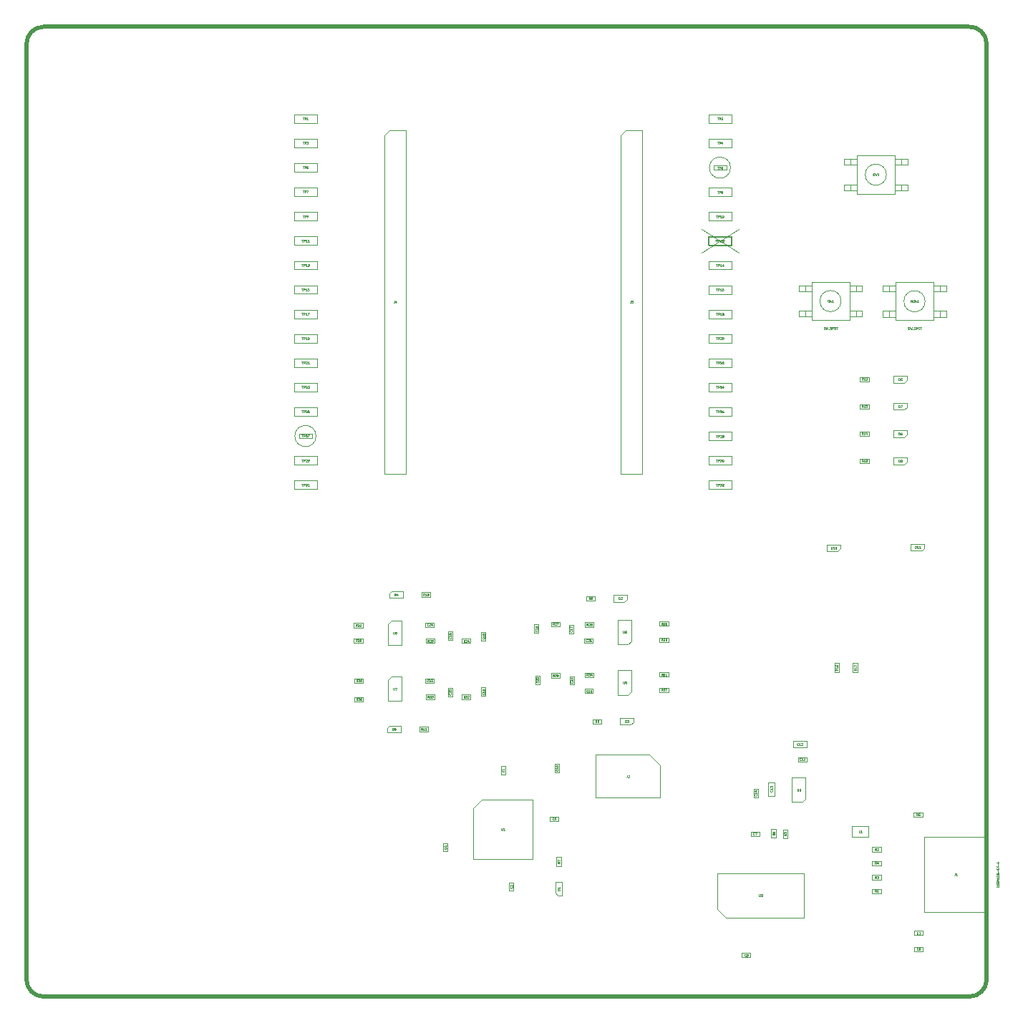
<source format=gbr>
%TF.GenerationSoftware,KiCad,Pcbnew,9.0.7*%
%TF.CreationDate,2026-01-21T16:50:36+00:00*%
%TF.ProjectId,OE PyBoard tester,4f452050-7942-46f6-9172-642074657374,rev?*%
%TF.SameCoordinates,PX4feafc0PY9062e40*%
%TF.FileFunction,AssemblyDrawing,Top*%
%FSLAX46Y46*%
G04 Gerber Fmt 4.6, Leading zero omitted, Abs format (unit mm)*
G04 Created by KiCad (PCBNEW 9.0.7) date 2026-01-21 16:50:36*
%MOMM*%
%LPD*%
G01*
G04 APERTURE LIST*
%ADD10C,0.063500*%
%ADD11C,0.100000*%
%TA.AperFunction,Profile*%
%ADD12C,0.500000*%
%TD*%
G04 APERTURE END LIST*
D10*
X75234401Y42083314D02*
X75149734Y42204267D01*
X75089258Y42083314D02*
X75089258Y42337314D01*
X75089258Y42337314D02*
X75186020Y42337314D01*
X75186020Y42337314D02*
X75210210Y42325219D01*
X75210210Y42325219D02*
X75222305Y42313124D01*
X75222305Y42313124D02*
X75234401Y42288933D01*
X75234401Y42288933D02*
X75234401Y42252648D01*
X75234401Y42252648D02*
X75222305Y42228457D01*
X75222305Y42228457D02*
X75210210Y42216362D01*
X75210210Y42216362D02*
X75186020Y42204267D01*
X75186020Y42204267D02*
X75089258Y42204267D01*
X75331162Y42313124D02*
X75343258Y42325219D01*
X75343258Y42325219D02*
X75367448Y42337314D01*
X75367448Y42337314D02*
X75427924Y42337314D01*
X75427924Y42337314D02*
X75452115Y42325219D01*
X75452115Y42325219D02*
X75464210Y42313124D01*
X75464210Y42313124D02*
X75476305Y42288933D01*
X75476305Y42288933D02*
X75476305Y42264743D01*
X75476305Y42264743D02*
X75464210Y42228457D01*
X75464210Y42228457D02*
X75319067Y42083314D01*
X75319067Y42083314D02*
X75476305Y42083314D01*
X75597258Y42083314D02*
X75645639Y42083314D01*
X75645639Y42083314D02*
X75669829Y42095409D01*
X75669829Y42095409D02*
X75681925Y42107505D01*
X75681925Y42107505D02*
X75706115Y42143790D01*
X75706115Y42143790D02*
X75718210Y42192171D01*
X75718210Y42192171D02*
X75718210Y42288933D01*
X75718210Y42288933D02*
X75706115Y42313124D01*
X75706115Y42313124D02*
X75694020Y42325219D01*
X75694020Y42325219D02*
X75669829Y42337314D01*
X75669829Y42337314D02*
X75621448Y42337314D01*
X75621448Y42337314D02*
X75597258Y42325219D01*
X75597258Y42325219D02*
X75585163Y42313124D01*
X75585163Y42313124D02*
X75573067Y42288933D01*
X75573067Y42288933D02*
X75573067Y42228457D01*
X75573067Y42228457D02*
X75585163Y42204267D01*
X75585163Y42204267D02*
X75597258Y42192171D01*
X75597258Y42192171D02*
X75621448Y42180076D01*
X75621448Y42180076D02*
X75669829Y42180076D01*
X75669829Y42180076D02*
X75694020Y42192171D01*
X75694020Y42192171D02*
X75706115Y42204267D01*
X75706115Y42204267D02*
X75718210Y42228457D01*
X86107667Y19159988D02*
X86095571Y19147892D01*
X86095571Y19147892D02*
X86059286Y19135797D01*
X86059286Y19135797D02*
X86035095Y19135797D01*
X86035095Y19135797D02*
X85998809Y19147892D01*
X85998809Y19147892D02*
X85974619Y19172083D01*
X85974619Y19172083D02*
X85962524Y19196273D01*
X85962524Y19196273D02*
X85950428Y19244654D01*
X85950428Y19244654D02*
X85950428Y19280940D01*
X85950428Y19280940D02*
X85962524Y19329321D01*
X85962524Y19329321D02*
X85974619Y19353512D01*
X85974619Y19353512D02*
X85998809Y19377702D01*
X85998809Y19377702D02*
X86035095Y19389797D01*
X86035095Y19389797D02*
X86059286Y19389797D01*
X86059286Y19389797D02*
X86095571Y19377702D01*
X86095571Y19377702D02*
X86107667Y19365607D01*
X86192333Y19389797D02*
X86361667Y19389797D01*
X86361667Y19389797D02*
X86252809Y19135797D01*
X105091571Y53023297D02*
X105091571Y53277297D01*
X105091571Y53277297D02*
X105152047Y53277297D01*
X105152047Y53277297D02*
X105188333Y53265202D01*
X105188333Y53265202D02*
X105212523Y53241012D01*
X105212523Y53241012D02*
X105224618Y53216821D01*
X105224618Y53216821D02*
X105236714Y53168440D01*
X105236714Y53168440D02*
X105236714Y53132154D01*
X105236714Y53132154D02*
X105224618Y53083773D01*
X105224618Y53083773D02*
X105212523Y53059583D01*
X105212523Y53059583D02*
X105188333Y53035392D01*
X105188333Y53035392D02*
X105152047Y53023297D01*
X105152047Y53023297D02*
X105091571Y53023297D01*
X105478618Y53023297D02*
X105333475Y53023297D01*
X105406047Y53023297D02*
X105406047Y53277297D01*
X105406047Y53277297D02*
X105381856Y53241012D01*
X105381856Y53241012D02*
X105357666Y53216821D01*
X105357666Y53216821D02*
X105333475Y53204726D01*
X105720523Y53023297D02*
X105575380Y53023297D01*
X105647952Y53023297D02*
X105647952Y53277297D01*
X105647952Y53277297D02*
X105623761Y53241012D01*
X105623761Y53241012D02*
X105599571Y53216821D01*
X105599571Y53216821D02*
X105575380Y53204726D01*
X95157171Y52948297D02*
X95157171Y53202297D01*
X95157171Y53202297D02*
X95217647Y53202297D01*
X95217647Y53202297D02*
X95253933Y53190202D01*
X95253933Y53190202D02*
X95278123Y53166012D01*
X95278123Y53166012D02*
X95290218Y53141821D01*
X95290218Y53141821D02*
X95302314Y53093440D01*
X95302314Y53093440D02*
X95302314Y53057154D01*
X95302314Y53057154D02*
X95290218Y53008773D01*
X95290218Y53008773D02*
X95278123Y52984583D01*
X95278123Y52984583D02*
X95253933Y52960392D01*
X95253933Y52960392D02*
X95217647Y52948297D01*
X95217647Y52948297D02*
X95157171Y52948297D01*
X95544218Y52948297D02*
X95399075Y52948297D01*
X95471647Y52948297D02*
X95471647Y53202297D01*
X95471647Y53202297D02*
X95447456Y53166012D01*
X95447456Y53166012D02*
X95423266Y53141821D01*
X95423266Y53141821D02*
X95399075Y53129726D01*
X95701457Y53202297D02*
X95725647Y53202297D01*
X95725647Y53202297D02*
X95749838Y53190202D01*
X95749838Y53190202D02*
X95761933Y53178107D01*
X95761933Y53178107D02*
X95774028Y53153916D01*
X95774028Y53153916D02*
X95786123Y53105535D01*
X95786123Y53105535D02*
X95786123Y53045059D01*
X95786123Y53045059D02*
X95774028Y52996678D01*
X95774028Y52996678D02*
X95761933Y52972488D01*
X95761933Y52972488D02*
X95749838Y52960392D01*
X95749838Y52960392D02*
X95725647Y52948297D01*
X95725647Y52948297D02*
X95701457Y52948297D01*
X95701457Y52948297D02*
X95677266Y52960392D01*
X95677266Y52960392D02*
X95665171Y52972488D01*
X95665171Y52972488D02*
X95653076Y52996678D01*
X95653076Y52996678D02*
X95640980Y53045059D01*
X95640980Y53045059D02*
X95640980Y53105535D01*
X95640980Y53105535D02*
X95653076Y53153916D01*
X95653076Y53153916D02*
X95665171Y53178107D01*
X95665171Y53178107D02*
X95677266Y53190202D01*
X95677266Y53190202D02*
X95701457Y53202297D01*
X94310456Y78947892D02*
X94346742Y78935797D01*
X94346742Y78935797D02*
X94407218Y78935797D01*
X94407218Y78935797D02*
X94431409Y78947892D01*
X94431409Y78947892D02*
X94443504Y78959988D01*
X94443504Y78959988D02*
X94455599Y78984178D01*
X94455599Y78984178D02*
X94455599Y79008369D01*
X94455599Y79008369D02*
X94443504Y79032559D01*
X94443504Y79032559D02*
X94431409Y79044654D01*
X94431409Y79044654D02*
X94407218Y79056750D01*
X94407218Y79056750D02*
X94358837Y79068845D01*
X94358837Y79068845D02*
X94334647Y79080940D01*
X94334647Y79080940D02*
X94322552Y79093035D01*
X94322552Y79093035D02*
X94310456Y79117226D01*
X94310456Y79117226D02*
X94310456Y79141416D01*
X94310456Y79141416D02*
X94322552Y79165607D01*
X94322552Y79165607D02*
X94334647Y79177702D01*
X94334647Y79177702D02*
X94358837Y79189797D01*
X94358837Y79189797D02*
X94419314Y79189797D01*
X94419314Y79189797D02*
X94455599Y79177702D01*
X94540266Y79189797D02*
X94600742Y78935797D01*
X94600742Y78935797D02*
X94649123Y79117226D01*
X94649123Y79117226D02*
X94697504Y78935797D01*
X94697504Y78935797D02*
X94757981Y79189797D01*
X94794267Y78911607D02*
X94987790Y78911607D01*
X95036171Y78947892D02*
X95072457Y78935797D01*
X95072457Y78935797D02*
X95132933Y78935797D01*
X95132933Y78935797D02*
X95157124Y78947892D01*
X95157124Y78947892D02*
X95169219Y78959988D01*
X95169219Y78959988D02*
X95181314Y78984178D01*
X95181314Y78984178D02*
X95181314Y79008369D01*
X95181314Y79008369D02*
X95169219Y79032559D01*
X95169219Y79032559D02*
X95157124Y79044654D01*
X95157124Y79044654D02*
X95132933Y79056750D01*
X95132933Y79056750D02*
X95084552Y79068845D01*
X95084552Y79068845D02*
X95060362Y79080940D01*
X95060362Y79080940D02*
X95048267Y79093035D01*
X95048267Y79093035D02*
X95036171Y79117226D01*
X95036171Y79117226D02*
X95036171Y79141416D01*
X95036171Y79141416D02*
X95048267Y79165607D01*
X95048267Y79165607D02*
X95060362Y79177702D01*
X95060362Y79177702D02*
X95084552Y79189797D01*
X95084552Y79189797D02*
X95145029Y79189797D01*
X95145029Y79189797D02*
X95181314Y79177702D01*
X95290172Y78935797D02*
X95290172Y79189797D01*
X95290172Y79189797D02*
X95386934Y79189797D01*
X95386934Y79189797D02*
X95411124Y79177702D01*
X95411124Y79177702D02*
X95423219Y79165607D01*
X95423219Y79165607D02*
X95435315Y79141416D01*
X95435315Y79141416D02*
X95435315Y79105131D01*
X95435315Y79105131D02*
X95423219Y79080940D01*
X95423219Y79080940D02*
X95411124Y79068845D01*
X95411124Y79068845D02*
X95386934Y79056750D01*
X95386934Y79056750D02*
X95290172Y79056750D01*
X95532076Y78947892D02*
X95568362Y78935797D01*
X95568362Y78935797D02*
X95628838Y78935797D01*
X95628838Y78935797D02*
X95653029Y78947892D01*
X95653029Y78947892D02*
X95665124Y78959988D01*
X95665124Y78959988D02*
X95677219Y78984178D01*
X95677219Y78984178D02*
X95677219Y79008369D01*
X95677219Y79008369D02*
X95665124Y79032559D01*
X95665124Y79032559D02*
X95653029Y79044654D01*
X95653029Y79044654D02*
X95628838Y79056750D01*
X95628838Y79056750D02*
X95580457Y79068845D01*
X95580457Y79068845D02*
X95556267Y79080940D01*
X95556267Y79080940D02*
X95544172Y79093035D01*
X95544172Y79093035D02*
X95532076Y79117226D01*
X95532076Y79117226D02*
X95532076Y79141416D01*
X95532076Y79141416D02*
X95544172Y79165607D01*
X95544172Y79165607D02*
X95556267Y79177702D01*
X95556267Y79177702D02*
X95580457Y79189797D01*
X95580457Y79189797D02*
X95640934Y79189797D01*
X95640934Y79189797D02*
X95677219Y79177702D01*
X95749791Y79189797D02*
X95894934Y79189797D01*
X95822362Y78935797D02*
X95822362Y79189797D01*
X94818457Y82389797D02*
X94866838Y82389797D01*
X94866838Y82389797D02*
X94891028Y82377702D01*
X94891028Y82377702D02*
X94915219Y82353512D01*
X94915219Y82353512D02*
X94927314Y82305131D01*
X94927314Y82305131D02*
X94927314Y82220464D01*
X94927314Y82220464D02*
X94915219Y82172083D01*
X94915219Y82172083D02*
X94891028Y82147892D01*
X94891028Y82147892D02*
X94866838Y82135797D01*
X94866838Y82135797D02*
X94818457Y82135797D01*
X94818457Y82135797D02*
X94794266Y82147892D01*
X94794266Y82147892D02*
X94770076Y82172083D01*
X94770076Y82172083D02*
X94757980Y82220464D01*
X94757980Y82220464D02*
X94757980Y82305131D01*
X94757980Y82305131D02*
X94770076Y82353512D01*
X94770076Y82353512D02*
X94794266Y82377702D01*
X94794266Y82377702D02*
X94818457Y82389797D01*
X95036171Y82135797D02*
X95036171Y82389797D01*
X95181314Y82135797D02*
X95072456Y82280940D01*
X95181314Y82389797D02*
X95036171Y82244654D01*
X95423218Y82135797D02*
X95278075Y82135797D01*
X95350647Y82135797D02*
X95350647Y82389797D01*
X95350647Y82389797D02*
X95326456Y82353512D01*
X95326456Y82353512D02*
X95302266Y82329321D01*
X95302266Y82329321D02*
X95278075Y82317226D01*
X104244856Y78922892D02*
X104281142Y78910797D01*
X104281142Y78910797D02*
X104341618Y78910797D01*
X104341618Y78910797D02*
X104365809Y78922892D01*
X104365809Y78922892D02*
X104377904Y78934988D01*
X104377904Y78934988D02*
X104389999Y78959178D01*
X104389999Y78959178D02*
X104389999Y78983369D01*
X104389999Y78983369D02*
X104377904Y79007559D01*
X104377904Y79007559D02*
X104365809Y79019654D01*
X104365809Y79019654D02*
X104341618Y79031750D01*
X104341618Y79031750D02*
X104293237Y79043845D01*
X104293237Y79043845D02*
X104269047Y79055940D01*
X104269047Y79055940D02*
X104256952Y79068035D01*
X104256952Y79068035D02*
X104244856Y79092226D01*
X104244856Y79092226D02*
X104244856Y79116416D01*
X104244856Y79116416D02*
X104256952Y79140607D01*
X104256952Y79140607D02*
X104269047Y79152702D01*
X104269047Y79152702D02*
X104293237Y79164797D01*
X104293237Y79164797D02*
X104353714Y79164797D01*
X104353714Y79164797D02*
X104389999Y79152702D01*
X104474666Y79164797D02*
X104535142Y78910797D01*
X104535142Y78910797D02*
X104583523Y79092226D01*
X104583523Y79092226D02*
X104631904Y78910797D01*
X104631904Y78910797D02*
X104692381Y79164797D01*
X104728667Y78886607D02*
X104922190Y78886607D01*
X104970571Y78922892D02*
X105006857Y78910797D01*
X105006857Y78910797D02*
X105067333Y78910797D01*
X105067333Y78910797D02*
X105091524Y78922892D01*
X105091524Y78922892D02*
X105103619Y78934988D01*
X105103619Y78934988D02*
X105115714Y78959178D01*
X105115714Y78959178D02*
X105115714Y78983369D01*
X105115714Y78983369D02*
X105103619Y79007559D01*
X105103619Y79007559D02*
X105091524Y79019654D01*
X105091524Y79019654D02*
X105067333Y79031750D01*
X105067333Y79031750D02*
X105018952Y79043845D01*
X105018952Y79043845D02*
X104994762Y79055940D01*
X104994762Y79055940D02*
X104982667Y79068035D01*
X104982667Y79068035D02*
X104970571Y79092226D01*
X104970571Y79092226D02*
X104970571Y79116416D01*
X104970571Y79116416D02*
X104982667Y79140607D01*
X104982667Y79140607D02*
X104994762Y79152702D01*
X104994762Y79152702D02*
X105018952Y79164797D01*
X105018952Y79164797D02*
X105079429Y79164797D01*
X105079429Y79164797D02*
X105115714Y79152702D01*
X105224572Y78910797D02*
X105224572Y79164797D01*
X105224572Y79164797D02*
X105321334Y79164797D01*
X105321334Y79164797D02*
X105345524Y79152702D01*
X105345524Y79152702D02*
X105357619Y79140607D01*
X105357619Y79140607D02*
X105369715Y79116416D01*
X105369715Y79116416D02*
X105369715Y79080131D01*
X105369715Y79080131D02*
X105357619Y79055940D01*
X105357619Y79055940D02*
X105345524Y79043845D01*
X105345524Y79043845D02*
X105321334Y79031750D01*
X105321334Y79031750D02*
X105224572Y79031750D01*
X105466476Y78922892D02*
X105502762Y78910797D01*
X105502762Y78910797D02*
X105563238Y78910797D01*
X105563238Y78910797D02*
X105587429Y78922892D01*
X105587429Y78922892D02*
X105599524Y78934988D01*
X105599524Y78934988D02*
X105611619Y78959178D01*
X105611619Y78959178D02*
X105611619Y78983369D01*
X105611619Y78983369D02*
X105599524Y79007559D01*
X105599524Y79007559D02*
X105587429Y79019654D01*
X105587429Y79019654D02*
X105563238Y79031750D01*
X105563238Y79031750D02*
X105514857Y79043845D01*
X105514857Y79043845D02*
X105490667Y79055940D01*
X105490667Y79055940D02*
X105478572Y79068035D01*
X105478572Y79068035D02*
X105466476Y79092226D01*
X105466476Y79092226D02*
X105466476Y79116416D01*
X105466476Y79116416D02*
X105478572Y79140607D01*
X105478572Y79140607D02*
X105490667Y79152702D01*
X105490667Y79152702D02*
X105514857Y79164797D01*
X105514857Y79164797D02*
X105575334Y79164797D01*
X105575334Y79164797D02*
X105611619Y79152702D01*
X105684191Y79164797D02*
X105829334Y79164797D01*
X105756762Y78910797D02*
X105756762Y79164797D01*
X104571429Y82110797D02*
X104571429Y82364797D01*
X104571429Y82364797D02*
X104716572Y82110797D01*
X104716572Y82110797D02*
X104716572Y82364797D01*
X104885905Y82364797D02*
X104934286Y82364797D01*
X104934286Y82364797D02*
X104958476Y82352702D01*
X104958476Y82352702D02*
X104982667Y82328512D01*
X104982667Y82328512D02*
X104994762Y82280131D01*
X104994762Y82280131D02*
X104994762Y82195464D01*
X104994762Y82195464D02*
X104982667Y82147083D01*
X104982667Y82147083D02*
X104958476Y82122892D01*
X104958476Y82122892D02*
X104934286Y82110797D01*
X104934286Y82110797D02*
X104885905Y82110797D01*
X104885905Y82110797D02*
X104861714Y82122892D01*
X104861714Y82122892D02*
X104837524Y82147083D01*
X104837524Y82147083D02*
X104825428Y82195464D01*
X104825428Y82195464D02*
X104825428Y82280131D01*
X104825428Y82280131D02*
X104837524Y82328512D01*
X104837524Y82328512D02*
X104861714Y82352702D01*
X104861714Y82352702D02*
X104885905Y82364797D01*
X105103619Y82110797D02*
X105103619Y82364797D01*
X105248762Y82110797D02*
X105139904Y82255940D01*
X105248762Y82364797D02*
X105103619Y82219654D01*
X105490666Y82110797D02*
X105345523Y82110797D01*
X105418095Y82110797D02*
X105418095Y82364797D01*
X105418095Y82364797D02*
X105393904Y82328512D01*
X105393904Y82328512D02*
X105369714Y82304321D01*
X105369714Y82304321D02*
X105345523Y82292226D01*
X98114203Y38736715D02*
X97993250Y38652048D01*
X98114203Y38591572D02*
X97860203Y38591572D01*
X97860203Y38591572D02*
X97860203Y38688334D01*
X97860203Y38688334D02*
X97872298Y38712524D01*
X97872298Y38712524D02*
X97884393Y38724619D01*
X97884393Y38724619D02*
X97908584Y38736715D01*
X97908584Y38736715D02*
X97944869Y38736715D01*
X97944869Y38736715D02*
X97969060Y38724619D01*
X97969060Y38724619D02*
X97981155Y38712524D01*
X97981155Y38712524D02*
X97993250Y38688334D01*
X97993250Y38688334D02*
X97993250Y38591572D01*
X98114203Y38978619D02*
X98114203Y38833476D01*
X98114203Y38906048D02*
X97860203Y38906048D01*
X97860203Y38906048D02*
X97896488Y38881857D01*
X97896488Y38881857D02*
X97920679Y38857667D01*
X97920679Y38857667D02*
X97932774Y38833476D01*
X97860203Y39063286D02*
X97860203Y39232620D01*
X97860203Y39232620D02*
X98114203Y39123762D01*
X95964203Y38736715D02*
X95843250Y38652048D01*
X95964203Y38591572D02*
X95710203Y38591572D01*
X95710203Y38591572D02*
X95710203Y38688334D01*
X95710203Y38688334D02*
X95722298Y38712524D01*
X95722298Y38712524D02*
X95734393Y38724619D01*
X95734393Y38724619D02*
X95758584Y38736715D01*
X95758584Y38736715D02*
X95794869Y38736715D01*
X95794869Y38736715D02*
X95819060Y38724619D01*
X95819060Y38724619D02*
X95831155Y38712524D01*
X95831155Y38712524D02*
X95843250Y38688334D01*
X95843250Y38688334D02*
X95843250Y38591572D01*
X95964203Y38978619D02*
X95964203Y38833476D01*
X95964203Y38906048D02*
X95710203Y38906048D01*
X95710203Y38906048D02*
X95746488Y38881857D01*
X95746488Y38881857D02*
X95770679Y38857667D01*
X95770679Y38857667D02*
X95782774Y38833476D01*
X95710203Y39196334D02*
X95710203Y39147953D01*
X95710203Y39147953D02*
X95722298Y39123762D01*
X95722298Y39123762D02*
X95734393Y39111667D01*
X95734393Y39111667D02*
X95770679Y39087477D01*
X95770679Y39087477D02*
X95819060Y39075381D01*
X95819060Y39075381D02*
X95915822Y39075381D01*
X95915822Y39075381D02*
X95940012Y39087477D01*
X95940012Y39087477D02*
X95952108Y39099572D01*
X95952108Y39099572D02*
X95964203Y39123762D01*
X95964203Y39123762D02*
X95964203Y39172143D01*
X95964203Y39172143D02*
X95952108Y39196334D01*
X95952108Y39196334D02*
X95940012Y39208429D01*
X95940012Y39208429D02*
X95915822Y39220524D01*
X95915822Y39220524D02*
X95855346Y39220524D01*
X95855346Y39220524D02*
X95831155Y39208429D01*
X95831155Y39208429D02*
X95819060Y39196334D01*
X95819060Y39196334D02*
X95806965Y39172143D01*
X95806965Y39172143D02*
X95806965Y39123762D01*
X95806965Y39123762D02*
X95819060Y39099572D01*
X95819060Y39099572D02*
X95831155Y39087477D01*
X95831155Y39087477D02*
X95855346Y39075381D01*
X32670157Y103956608D02*
X32815300Y103956608D01*
X32742728Y103702608D02*
X32742728Y103956608D01*
X32899967Y103702608D02*
X32899967Y103956608D01*
X32899967Y103956608D02*
X32996729Y103956608D01*
X32996729Y103956608D02*
X33020919Y103944513D01*
X33020919Y103944513D02*
X33033014Y103932418D01*
X33033014Y103932418D02*
X33045110Y103908227D01*
X33045110Y103908227D02*
X33045110Y103871942D01*
X33045110Y103871942D02*
X33033014Y103847751D01*
X33033014Y103847751D02*
X33020919Y103835656D01*
X33020919Y103835656D02*
X32996729Y103823561D01*
X32996729Y103823561D02*
X32899967Y103823561D01*
X33287014Y103702608D02*
X33141871Y103702608D01*
X33214443Y103702608D02*
X33214443Y103956608D01*
X33214443Y103956608D02*
X33190252Y103920323D01*
X33190252Y103920323D02*
X33166062Y103896132D01*
X33166062Y103896132D02*
X33141871Y103884037D01*
X91586714Y27957488D02*
X91574618Y27945392D01*
X91574618Y27945392D02*
X91538333Y27933297D01*
X91538333Y27933297D02*
X91514142Y27933297D01*
X91514142Y27933297D02*
X91477856Y27945392D01*
X91477856Y27945392D02*
X91453666Y27969583D01*
X91453666Y27969583D02*
X91441571Y27993773D01*
X91441571Y27993773D02*
X91429475Y28042154D01*
X91429475Y28042154D02*
X91429475Y28078440D01*
X91429475Y28078440D02*
X91441571Y28126821D01*
X91441571Y28126821D02*
X91453666Y28151012D01*
X91453666Y28151012D02*
X91477856Y28175202D01*
X91477856Y28175202D02*
X91514142Y28187297D01*
X91514142Y28187297D02*
X91538333Y28187297D01*
X91538333Y28187297D02*
X91574618Y28175202D01*
X91574618Y28175202D02*
X91586714Y28163107D01*
X91828618Y27933297D02*
X91683475Y27933297D01*
X91756047Y27933297D02*
X91756047Y28187297D01*
X91756047Y28187297D02*
X91731856Y28151012D01*
X91731856Y28151012D02*
X91707666Y28126821D01*
X91707666Y28126821D02*
X91683475Y28114726D01*
X92070523Y27933297D02*
X91925380Y27933297D01*
X91997952Y27933297D02*
X91997952Y28187297D01*
X91997952Y28187297D02*
X91973761Y28151012D01*
X91973761Y28151012D02*
X91949571Y28126821D01*
X91949571Y28126821D02*
X91925380Y28114726D01*
X32549204Y89523275D02*
X32694347Y89523275D01*
X32621775Y89269275D02*
X32621775Y89523275D01*
X32779014Y89269275D02*
X32779014Y89523275D01*
X32779014Y89523275D02*
X32875776Y89523275D01*
X32875776Y89523275D02*
X32899966Y89511180D01*
X32899966Y89511180D02*
X32912061Y89499085D01*
X32912061Y89499085D02*
X32924157Y89474894D01*
X32924157Y89474894D02*
X32924157Y89438609D01*
X32924157Y89438609D02*
X32912061Y89414418D01*
X32912061Y89414418D02*
X32899966Y89402323D01*
X32899966Y89402323D02*
X32875776Y89390228D01*
X32875776Y89390228D02*
X32779014Y89390228D01*
X33166061Y89269275D02*
X33020918Y89269275D01*
X33093490Y89269275D02*
X33093490Y89523275D01*
X33093490Y89523275D02*
X33069299Y89486990D01*
X33069299Y89486990D02*
X33045109Y89462799D01*
X33045109Y89462799D02*
X33020918Y89450704D01*
X33407966Y89269275D02*
X33262823Y89269275D01*
X33335395Y89269275D02*
X33335395Y89523275D01*
X33335395Y89523275D02*
X33311204Y89486990D01*
X33311204Y89486990D02*
X33287014Y89462799D01*
X33287014Y89462799D02*
X33262823Y89450704D01*
X100111332Y97097892D02*
X100147618Y97085797D01*
X100147618Y97085797D02*
X100208094Y97085797D01*
X100208094Y97085797D02*
X100232285Y97097892D01*
X100232285Y97097892D02*
X100244380Y97109988D01*
X100244380Y97109988D02*
X100256475Y97134178D01*
X100256475Y97134178D02*
X100256475Y97158369D01*
X100256475Y97158369D02*
X100244380Y97182559D01*
X100244380Y97182559D02*
X100232285Y97194654D01*
X100232285Y97194654D02*
X100208094Y97206750D01*
X100208094Y97206750D02*
X100159713Y97218845D01*
X100159713Y97218845D02*
X100135523Y97230940D01*
X100135523Y97230940D02*
X100123428Y97243035D01*
X100123428Y97243035D02*
X100111332Y97267226D01*
X100111332Y97267226D02*
X100111332Y97291416D01*
X100111332Y97291416D02*
X100123428Y97315607D01*
X100123428Y97315607D02*
X100135523Y97327702D01*
X100135523Y97327702D02*
X100159713Y97339797D01*
X100159713Y97339797D02*
X100220190Y97339797D01*
X100220190Y97339797D02*
X100256475Y97327702D01*
X100341142Y97339797D02*
X100401618Y97085797D01*
X100401618Y97085797D02*
X100449999Y97267226D01*
X100449999Y97267226D02*
X100498380Y97085797D01*
X100498380Y97085797D02*
X100558857Y97339797D01*
X100788666Y97085797D02*
X100643523Y97085797D01*
X100716095Y97085797D02*
X100716095Y97339797D01*
X100716095Y97339797D02*
X100691904Y97303512D01*
X100691904Y97303512D02*
X100667714Y97279321D01*
X100667714Y97279321D02*
X100643523Y97267226D01*
X51836714Y35328997D02*
X51752047Y35449950D01*
X51691571Y35328997D02*
X51691571Y35582997D01*
X51691571Y35582997D02*
X51788333Y35582997D01*
X51788333Y35582997D02*
X51812523Y35570902D01*
X51812523Y35570902D02*
X51824618Y35558807D01*
X51824618Y35558807D02*
X51836714Y35534616D01*
X51836714Y35534616D02*
X51836714Y35498331D01*
X51836714Y35498331D02*
X51824618Y35474140D01*
X51824618Y35474140D02*
X51812523Y35462045D01*
X51812523Y35462045D02*
X51788333Y35449950D01*
X51788333Y35449950D02*
X51691571Y35449950D01*
X51921380Y35582997D02*
X52078618Y35582997D01*
X52078618Y35582997D02*
X51993952Y35486235D01*
X51993952Y35486235D02*
X52030237Y35486235D01*
X52030237Y35486235D02*
X52054428Y35474140D01*
X52054428Y35474140D02*
X52066523Y35462045D01*
X52066523Y35462045D02*
X52078618Y35437854D01*
X52078618Y35437854D02*
X52078618Y35377378D01*
X52078618Y35377378D02*
X52066523Y35353188D01*
X52066523Y35353188D02*
X52054428Y35341092D01*
X52054428Y35341092D02*
X52030237Y35328997D01*
X52030237Y35328997D02*
X51957666Y35328997D01*
X51957666Y35328997D02*
X51933475Y35341092D01*
X51933475Y35341092D02*
X51921380Y35353188D01*
X52175380Y35558807D02*
X52187476Y35570902D01*
X52187476Y35570902D02*
X52211666Y35582997D01*
X52211666Y35582997D02*
X52272142Y35582997D01*
X52272142Y35582997D02*
X52296333Y35570902D01*
X52296333Y35570902D02*
X52308428Y35558807D01*
X52308428Y35558807D02*
X52320523Y35534616D01*
X52320523Y35534616D02*
X52320523Y35510426D01*
X52320523Y35510426D02*
X52308428Y35474140D01*
X52308428Y35474140D02*
X52163285Y35328997D01*
X52163285Y35328997D02*
X52320523Y35328997D01*
X103150024Y66424597D02*
X103150024Y66678597D01*
X103150024Y66678597D02*
X103210500Y66678597D01*
X103210500Y66678597D02*
X103246786Y66666502D01*
X103246786Y66666502D02*
X103270976Y66642312D01*
X103270976Y66642312D02*
X103283071Y66618121D01*
X103283071Y66618121D02*
X103295167Y66569740D01*
X103295167Y66569740D02*
X103295167Y66533454D01*
X103295167Y66533454D02*
X103283071Y66485073D01*
X103283071Y66485073D02*
X103270976Y66460883D01*
X103270976Y66460883D02*
X103246786Y66436692D01*
X103246786Y66436692D02*
X103210500Y66424597D01*
X103210500Y66424597D02*
X103150024Y66424597D01*
X103440309Y66569740D02*
X103416119Y66581835D01*
X103416119Y66581835D02*
X103404024Y66593931D01*
X103404024Y66593931D02*
X103391928Y66618121D01*
X103391928Y66618121D02*
X103391928Y66630216D01*
X103391928Y66630216D02*
X103404024Y66654407D01*
X103404024Y66654407D02*
X103416119Y66666502D01*
X103416119Y66666502D02*
X103440309Y66678597D01*
X103440309Y66678597D02*
X103488690Y66678597D01*
X103488690Y66678597D02*
X103512881Y66666502D01*
X103512881Y66666502D02*
X103524976Y66654407D01*
X103524976Y66654407D02*
X103537071Y66630216D01*
X103537071Y66630216D02*
X103537071Y66618121D01*
X103537071Y66618121D02*
X103524976Y66593931D01*
X103524976Y66593931D02*
X103512881Y66581835D01*
X103512881Y66581835D02*
X103488690Y66569740D01*
X103488690Y66569740D02*
X103440309Y66569740D01*
X103440309Y66569740D02*
X103416119Y66557645D01*
X103416119Y66557645D02*
X103404024Y66545550D01*
X103404024Y66545550D02*
X103391928Y66521359D01*
X103391928Y66521359D02*
X103391928Y66472978D01*
X103391928Y66472978D02*
X103404024Y66448788D01*
X103404024Y66448788D02*
X103416119Y66436692D01*
X103416119Y66436692D02*
X103440309Y66424597D01*
X103440309Y66424597D02*
X103488690Y66424597D01*
X103488690Y66424597D02*
X103512881Y66436692D01*
X103512881Y66436692D02*
X103524976Y66448788D01*
X103524976Y66448788D02*
X103537071Y66472978D01*
X103537071Y66472978D02*
X103537071Y66521359D01*
X103537071Y66521359D02*
X103524976Y66545550D01*
X103524976Y66545550D02*
X103512881Y66557645D01*
X103512881Y66557645D02*
X103488690Y66569740D01*
X71429333Y82294997D02*
X71429333Y82113569D01*
X71429333Y82113569D02*
X71417238Y82077283D01*
X71417238Y82077283D02*
X71393047Y82053092D01*
X71393047Y82053092D02*
X71356762Y82040997D01*
X71356762Y82040997D02*
X71332571Y82040997D01*
X71671238Y82294997D02*
X71550286Y82294997D01*
X71550286Y82294997D02*
X71538190Y82174045D01*
X71538190Y82174045D02*
X71550286Y82186140D01*
X71550286Y82186140D02*
X71574476Y82198235D01*
X71574476Y82198235D02*
X71634952Y82198235D01*
X71634952Y82198235D02*
X71659143Y82186140D01*
X71659143Y82186140D02*
X71671238Y82174045D01*
X71671238Y82174045D02*
X71683333Y82149854D01*
X71683333Y82149854D02*
X71683333Y82089378D01*
X71683333Y82089378D02*
X71671238Y82065188D01*
X71671238Y82065188D02*
X71659143Y82053092D01*
X71659143Y82053092D02*
X71634952Y82040997D01*
X71634952Y82040997D02*
X71574476Y82040997D01*
X71574476Y82040997D02*
X71550286Y82053092D01*
X71550286Y82053092D02*
X71538190Y82065188D01*
X100507667Y13985797D02*
X100423000Y14106750D01*
X100362524Y13985797D02*
X100362524Y14239797D01*
X100362524Y14239797D02*
X100459286Y14239797D01*
X100459286Y14239797D02*
X100483476Y14227702D01*
X100483476Y14227702D02*
X100495571Y14215607D01*
X100495571Y14215607D02*
X100507667Y14191416D01*
X100507667Y14191416D02*
X100507667Y14155131D01*
X100507667Y14155131D02*
X100495571Y14130940D01*
X100495571Y14130940D02*
X100483476Y14118845D01*
X100483476Y14118845D02*
X100459286Y14106750D01*
X100459286Y14106750D02*
X100362524Y14106750D01*
X100592333Y14239797D02*
X100749571Y14239797D01*
X100749571Y14239797D02*
X100664905Y14143035D01*
X100664905Y14143035D02*
X100701190Y14143035D01*
X100701190Y14143035D02*
X100725381Y14130940D01*
X100725381Y14130940D02*
X100737476Y14118845D01*
X100737476Y14118845D02*
X100749571Y14094654D01*
X100749571Y14094654D02*
X100749571Y14034178D01*
X100749571Y14034178D02*
X100737476Y14009988D01*
X100737476Y14009988D02*
X100725381Y13997892D01*
X100725381Y13997892D02*
X100701190Y13985797D01*
X100701190Y13985797D02*
X100628619Y13985797D01*
X100628619Y13985797D02*
X100604428Y13997892D01*
X100604428Y13997892D02*
X100592333Y14009988D01*
X86631476Y12089797D02*
X86631476Y11884178D01*
X86631476Y11884178D02*
X86643571Y11859988D01*
X86643571Y11859988D02*
X86655666Y11847892D01*
X86655666Y11847892D02*
X86679857Y11835797D01*
X86679857Y11835797D02*
X86728238Y11835797D01*
X86728238Y11835797D02*
X86752428Y11847892D01*
X86752428Y11847892D02*
X86764523Y11859988D01*
X86764523Y11859988D02*
X86776619Y11884178D01*
X86776619Y11884178D02*
X86776619Y12089797D01*
X86885475Y12065607D02*
X86897571Y12077702D01*
X86897571Y12077702D02*
X86921761Y12089797D01*
X86921761Y12089797D02*
X86982237Y12089797D01*
X86982237Y12089797D02*
X87006428Y12077702D01*
X87006428Y12077702D02*
X87018523Y12065607D01*
X87018523Y12065607D02*
X87030618Y12041416D01*
X87030618Y12041416D02*
X87030618Y12017226D01*
X87030618Y12017226D02*
X87018523Y11980940D01*
X87018523Y11980940D02*
X86873380Y11835797D01*
X86873380Y11835797D02*
X87030618Y11835797D01*
X100507667Y17285797D02*
X100423000Y17406750D01*
X100362524Y17285797D02*
X100362524Y17539797D01*
X100362524Y17539797D02*
X100459286Y17539797D01*
X100459286Y17539797D02*
X100483476Y17527702D01*
X100483476Y17527702D02*
X100495571Y17515607D01*
X100495571Y17515607D02*
X100507667Y17491416D01*
X100507667Y17491416D02*
X100507667Y17455131D01*
X100507667Y17455131D02*
X100495571Y17430940D01*
X100495571Y17430940D02*
X100483476Y17418845D01*
X100483476Y17418845D02*
X100459286Y17406750D01*
X100459286Y17406750D02*
X100362524Y17406750D01*
X100604428Y17515607D02*
X100616524Y17527702D01*
X100616524Y17527702D02*
X100640714Y17539797D01*
X100640714Y17539797D02*
X100701190Y17539797D01*
X100701190Y17539797D02*
X100725381Y17527702D01*
X100725381Y17527702D02*
X100737476Y17515607D01*
X100737476Y17515607D02*
X100749571Y17491416D01*
X100749571Y17491416D02*
X100749571Y17467226D01*
X100749571Y17467226D02*
X100737476Y17430940D01*
X100737476Y17430940D02*
X100592333Y17285797D01*
X100592333Y17285797D02*
X100749571Y17285797D01*
X98557666Y19385797D02*
X98436714Y19385797D01*
X98436714Y19385797D02*
X98436714Y19639797D01*
X98775380Y19385797D02*
X98630237Y19385797D01*
X98702809Y19385797D02*
X98702809Y19639797D01*
X98702809Y19639797D02*
X98678618Y19603512D01*
X98678618Y19603512D02*
X98654428Y19579321D01*
X98654428Y19579321D02*
X98630237Y19567226D01*
X47586714Y41942097D02*
X47502047Y42063050D01*
X47441571Y41942097D02*
X47441571Y42196097D01*
X47441571Y42196097D02*
X47538333Y42196097D01*
X47538333Y42196097D02*
X47562523Y42184002D01*
X47562523Y42184002D02*
X47574618Y42171907D01*
X47574618Y42171907D02*
X47586714Y42147716D01*
X47586714Y42147716D02*
X47586714Y42111431D01*
X47586714Y42111431D02*
X47574618Y42087240D01*
X47574618Y42087240D02*
X47562523Y42075145D01*
X47562523Y42075145D02*
X47538333Y42063050D01*
X47538333Y42063050D02*
X47441571Y42063050D01*
X47683475Y42171907D02*
X47695571Y42184002D01*
X47695571Y42184002D02*
X47719761Y42196097D01*
X47719761Y42196097D02*
X47780237Y42196097D01*
X47780237Y42196097D02*
X47804428Y42184002D01*
X47804428Y42184002D02*
X47816523Y42171907D01*
X47816523Y42171907D02*
X47828618Y42147716D01*
X47828618Y42147716D02*
X47828618Y42123526D01*
X47828618Y42123526D02*
X47816523Y42087240D01*
X47816523Y42087240D02*
X47671380Y41942097D01*
X47671380Y41942097D02*
X47828618Y41942097D01*
X48058428Y42196097D02*
X47937476Y42196097D01*
X47937476Y42196097D02*
X47925380Y42075145D01*
X47925380Y42075145D02*
X47937476Y42087240D01*
X47937476Y42087240D02*
X47961666Y42099335D01*
X47961666Y42099335D02*
X48022142Y42099335D01*
X48022142Y42099335D02*
X48046333Y42087240D01*
X48046333Y42087240D02*
X48058428Y42075145D01*
X48058428Y42075145D02*
X48070523Y42050954D01*
X48070523Y42050954D02*
X48070523Y41990478D01*
X48070523Y41990478D02*
X48058428Y41966288D01*
X48058428Y41966288D02*
X48046333Y41954192D01*
X48046333Y41954192D02*
X48022142Y41942097D01*
X48022142Y41942097D02*
X47961666Y41942097D01*
X47961666Y41942097D02*
X47937476Y41954192D01*
X47937476Y41954192D02*
X47925380Y41966288D01*
X46807914Y31507797D02*
X46723247Y31628750D01*
X46662771Y31507797D02*
X46662771Y31761797D01*
X46662771Y31761797D02*
X46759533Y31761797D01*
X46759533Y31761797D02*
X46783723Y31749702D01*
X46783723Y31749702D02*
X46795818Y31737607D01*
X46795818Y31737607D02*
X46807914Y31713416D01*
X46807914Y31713416D02*
X46807914Y31677131D01*
X46807914Y31677131D02*
X46795818Y31652940D01*
X46795818Y31652940D02*
X46783723Y31640845D01*
X46783723Y31640845D02*
X46759533Y31628750D01*
X46759533Y31628750D02*
X46662771Y31628750D01*
X47049818Y31507797D02*
X46904675Y31507797D01*
X46977247Y31507797D02*
X46977247Y31761797D01*
X46977247Y31761797D02*
X46953056Y31725512D01*
X46953056Y31725512D02*
X46928866Y31701321D01*
X46928866Y31701321D02*
X46904675Y31689226D01*
X47291723Y31507797D02*
X47146580Y31507797D01*
X47219152Y31507797D02*
X47219152Y31761797D01*
X47219152Y31761797D02*
X47194961Y31725512D01*
X47194961Y31725512D02*
X47170771Y31701321D01*
X47170771Y31701321D02*
X47146580Y31689226D01*
X39086714Y41978997D02*
X39002047Y42099950D01*
X38941571Y41978997D02*
X38941571Y42232997D01*
X38941571Y42232997D02*
X39038333Y42232997D01*
X39038333Y42232997D02*
X39062523Y42220902D01*
X39062523Y42220902D02*
X39074618Y42208807D01*
X39074618Y42208807D02*
X39086714Y42184616D01*
X39086714Y42184616D02*
X39086714Y42148331D01*
X39086714Y42148331D02*
X39074618Y42124140D01*
X39074618Y42124140D02*
X39062523Y42112045D01*
X39062523Y42112045D02*
X39038333Y42099950D01*
X39038333Y42099950D02*
X38941571Y42099950D01*
X39183475Y42208807D02*
X39195571Y42220902D01*
X39195571Y42220902D02*
X39219761Y42232997D01*
X39219761Y42232997D02*
X39280237Y42232997D01*
X39280237Y42232997D02*
X39304428Y42220902D01*
X39304428Y42220902D02*
X39316523Y42208807D01*
X39316523Y42208807D02*
X39328618Y42184616D01*
X39328618Y42184616D02*
X39328618Y42160426D01*
X39328618Y42160426D02*
X39316523Y42124140D01*
X39316523Y42124140D02*
X39171380Y41978997D01*
X39171380Y41978997D02*
X39328618Y41978997D01*
X39473761Y42124140D02*
X39449571Y42136235D01*
X39449571Y42136235D02*
X39437476Y42148331D01*
X39437476Y42148331D02*
X39425380Y42172521D01*
X39425380Y42172521D02*
X39425380Y42184616D01*
X39425380Y42184616D02*
X39437476Y42208807D01*
X39437476Y42208807D02*
X39449571Y42220902D01*
X39449571Y42220902D02*
X39473761Y42232997D01*
X39473761Y42232997D02*
X39522142Y42232997D01*
X39522142Y42232997D02*
X39546333Y42220902D01*
X39546333Y42220902D02*
X39558428Y42208807D01*
X39558428Y42208807D02*
X39570523Y42184616D01*
X39570523Y42184616D02*
X39570523Y42172521D01*
X39570523Y42172521D02*
X39558428Y42148331D01*
X39558428Y42148331D02*
X39546333Y42136235D01*
X39546333Y42136235D02*
X39522142Y42124140D01*
X39522142Y42124140D02*
X39473761Y42124140D01*
X39473761Y42124140D02*
X39449571Y42112045D01*
X39449571Y42112045D02*
X39437476Y42099950D01*
X39437476Y42099950D02*
X39425380Y42075759D01*
X39425380Y42075759D02*
X39425380Y42027378D01*
X39425380Y42027378D02*
X39437476Y42003188D01*
X39437476Y42003188D02*
X39449571Y41991092D01*
X39449571Y41991092D02*
X39473761Y41978997D01*
X39473761Y41978997D02*
X39522142Y41978997D01*
X39522142Y41978997D02*
X39546333Y41991092D01*
X39546333Y41991092D02*
X39558428Y42003188D01*
X39558428Y42003188D02*
X39570523Y42027378D01*
X39570523Y42027378D02*
X39570523Y42075759D01*
X39570523Y42075759D02*
X39558428Y42099950D01*
X39558428Y42099950D02*
X39546333Y42112045D01*
X39546333Y42112045D02*
X39522142Y42124140D01*
X54140012Y42443015D02*
X54152108Y42430919D01*
X54152108Y42430919D02*
X54164203Y42394634D01*
X54164203Y42394634D02*
X54164203Y42370443D01*
X54164203Y42370443D02*
X54152108Y42334157D01*
X54152108Y42334157D02*
X54127917Y42309967D01*
X54127917Y42309967D02*
X54103727Y42297872D01*
X54103727Y42297872D02*
X54055346Y42285776D01*
X54055346Y42285776D02*
X54019060Y42285776D01*
X54019060Y42285776D02*
X53970679Y42297872D01*
X53970679Y42297872D02*
X53946488Y42309967D01*
X53946488Y42309967D02*
X53922298Y42334157D01*
X53922298Y42334157D02*
X53910203Y42370443D01*
X53910203Y42370443D02*
X53910203Y42394634D01*
X53910203Y42394634D02*
X53922298Y42430919D01*
X53922298Y42430919D02*
X53934393Y42443015D01*
X54164203Y42684919D02*
X54164203Y42539776D01*
X54164203Y42612348D02*
X53910203Y42612348D01*
X53910203Y42612348D02*
X53946488Y42588157D01*
X53946488Y42588157D02*
X53970679Y42563967D01*
X53970679Y42563967D02*
X53982774Y42539776D01*
X53910203Y42914729D02*
X53910203Y42793777D01*
X53910203Y42793777D02*
X54031155Y42781681D01*
X54031155Y42781681D02*
X54019060Y42793777D01*
X54019060Y42793777D02*
X54006965Y42817967D01*
X54006965Y42817967D02*
X54006965Y42878443D01*
X54006965Y42878443D02*
X54019060Y42902634D01*
X54019060Y42902634D02*
X54031155Y42914729D01*
X54031155Y42914729D02*
X54055346Y42926824D01*
X54055346Y42926824D02*
X54115822Y42926824D01*
X54115822Y42926824D02*
X54140012Y42914729D01*
X54140012Y42914729D02*
X54152108Y42902634D01*
X54152108Y42902634D02*
X54164203Y42878443D01*
X54164203Y42878443D02*
X54164203Y42817967D01*
X54164203Y42817967D02*
X54152108Y42793777D01*
X54152108Y42793777D02*
X54140012Y42781681D01*
X66286714Y42009988D02*
X66274618Y41997892D01*
X66274618Y41997892D02*
X66238333Y41985797D01*
X66238333Y41985797D02*
X66214142Y41985797D01*
X66214142Y41985797D02*
X66177856Y41997892D01*
X66177856Y41997892D02*
X66153666Y42022083D01*
X66153666Y42022083D02*
X66141571Y42046273D01*
X66141571Y42046273D02*
X66129475Y42094654D01*
X66129475Y42094654D02*
X66129475Y42130940D01*
X66129475Y42130940D02*
X66141571Y42179321D01*
X66141571Y42179321D02*
X66153666Y42203512D01*
X66153666Y42203512D02*
X66177856Y42227702D01*
X66177856Y42227702D02*
X66214142Y42239797D01*
X66214142Y42239797D02*
X66238333Y42239797D01*
X66238333Y42239797D02*
X66274618Y42227702D01*
X66274618Y42227702D02*
X66286714Y42215607D01*
X66383475Y42215607D02*
X66395571Y42227702D01*
X66395571Y42227702D02*
X66419761Y42239797D01*
X66419761Y42239797D02*
X66480237Y42239797D01*
X66480237Y42239797D02*
X66504428Y42227702D01*
X66504428Y42227702D02*
X66516523Y42215607D01*
X66516523Y42215607D02*
X66528618Y42191416D01*
X66528618Y42191416D02*
X66528618Y42167226D01*
X66528618Y42167226D02*
X66516523Y42130940D01*
X66516523Y42130940D02*
X66371380Y41985797D01*
X66371380Y41985797D02*
X66528618Y41985797D01*
X66746333Y42239797D02*
X66697952Y42239797D01*
X66697952Y42239797D02*
X66673761Y42227702D01*
X66673761Y42227702D02*
X66661666Y42215607D01*
X66661666Y42215607D02*
X66637476Y42179321D01*
X66637476Y42179321D02*
X66625380Y42130940D01*
X66625380Y42130940D02*
X66625380Y42034178D01*
X66625380Y42034178D02*
X66637476Y42009988D01*
X66637476Y42009988D02*
X66649571Y41997892D01*
X66649571Y41997892D02*
X66673761Y41985797D01*
X66673761Y41985797D02*
X66722142Y41985797D01*
X66722142Y41985797D02*
X66746333Y41997892D01*
X66746333Y41997892D02*
X66758428Y42009988D01*
X66758428Y42009988D02*
X66770523Y42034178D01*
X66770523Y42034178D02*
X66770523Y42094654D01*
X66770523Y42094654D02*
X66758428Y42118845D01*
X66758428Y42118845D02*
X66746333Y42130940D01*
X66746333Y42130940D02*
X66722142Y42143035D01*
X66722142Y42143035D02*
X66673761Y42143035D01*
X66673761Y42143035D02*
X66649571Y42130940D01*
X66649571Y42130940D02*
X66637476Y42118845D01*
X66637476Y42118845D02*
X66625380Y42094654D01*
X64490012Y43275515D02*
X64502108Y43263419D01*
X64502108Y43263419D02*
X64514203Y43227134D01*
X64514203Y43227134D02*
X64514203Y43202943D01*
X64514203Y43202943D02*
X64502108Y43166657D01*
X64502108Y43166657D02*
X64477917Y43142467D01*
X64477917Y43142467D02*
X64453727Y43130372D01*
X64453727Y43130372D02*
X64405346Y43118276D01*
X64405346Y43118276D02*
X64369060Y43118276D01*
X64369060Y43118276D02*
X64320679Y43130372D01*
X64320679Y43130372D02*
X64296488Y43142467D01*
X64296488Y43142467D02*
X64272298Y43166657D01*
X64272298Y43166657D02*
X64260203Y43202943D01*
X64260203Y43202943D02*
X64260203Y43227134D01*
X64260203Y43227134D02*
X64272298Y43263419D01*
X64272298Y43263419D02*
X64284393Y43275515D01*
X64514203Y43517419D02*
X64514203Y43372276D01*
X64514203Y43444848D02*
X64260203Y43444848D01*
X64260203Y43444848D02*
X64296488Y43420657D01*
X64296488Y43420657D02*
X64320679Y43396467D01*
X64320679Y43396467D02*
X64332774Y43372276D01*
X64260203Y43602086D02*
X64260203Y43771420D01*
X64260203Y43771420D02*
X64514203Y43662562D01*
X47057914Y47418197D02*
X46973247Y47539150D01*
X46912771Y47418197D02*
X46912771Y47672197D01*
X46912771Y47672197D02*
X47009533Y47672197D01*
X47009533Y47672197D02*
X47033723Y47660102D01*
X47033723Y47660102D02*
X47045818Y47648007D01*
X47045818Y47648007D02*
X47057914Y47623816D01*
X47057914Y47623816D02*
X47057914Y47587531D01*
X47057914Y47587531D02*
X47045818Y47563340D01*
X47045818Y47563340D02*
X47033723Y47551245D01*
X47033723Y47551245D02*
X47009533Y47539150D01*
X47009533Y47539150D02*
X46912771Y47539150D01*
X47299818Y47418197D02*
X47154675Y47418197D01*
X47227247Y47418197D02*
X47227247Y47672197D01*
X47227247Y47672197D02*
X47203056Y47635912D01*
X47203056Y47635912D02*
X47178866Y47611721D01*
X47178866Y47611721D02*
X47154675Y47599626D01*
X47457057Y47672197D02*
X47481247Y47672197D01*
X47481247Y47672197D02*
X47505438Y47660102D01*
X47505438Y47660102D02*
X47517533Y47648007D01*
X47517533Y47648007D02*
X47529628Y47623816D01*
X47529628Y47623816D02*
X47541723Y47575435D01*
X47541723Y47575435D02*
X47541723Y47514959D01*
X47541723Y47514959D02*
X47529628Y47466578D01*
X47529628Y47466578D02*
X47517533Y47442388D01*
X47517533Y47442388D02*
X47505438Y47430292D01*
X47505438Y47430292D02*
X47481247Y47418197D01*
X47481247Y47418197D02*
X47457057Y47418197D01*
X47457057Y47418197D02*
X47432866Y47430292D01*
X47432866Y47430292D02*
X47420771Y47442388D01*
X47420771Y47442388D02*
X47408676Y47466578D01*
X47408676Y47466578D02*
X47396580Y47514959D01*
X47396580Y47514959D02*
X47396580Y47575435D01*
X47396580Y47575435D02*
X47408676Y47623816D01*
X47408676Y47623816D02*
X47420771Y47648007D01*
X47420771Y47648007D02*
X47432866Y47660102D01*
X47432866Y47660102D02*
X47457057Y47672197D01*
X39136714Y35028997D02*
X39052047Y35149950D01*
X38991571Y35028997D02*
X38991571Y35282997D01*
X38991571Y35282997D02*
X39088333Y35282997D01*
X39088333Y35282997D02*
X39112523Y35270902D01*
X39112523Y35270902D02*
X39124618Y35258807D01*
X39124618Y35258807D02*
X39136714Y35234616D01*
X39136714Y35234616D02*
X39136714Y35198331D01*
X39136714Y35198331D02*
X39124618Y35174140D01*
X39124618Y35174140D02*
X39112523Y35162045D01*
X39112523Y35162045D02*
X39088333Y35149950D01*
X39088333Y35149950D02*
X38991571Y35149950D01*
X39221380Y35282997D02*
X39378618Y35282997D01*
X39378618Y35282997D02*
X39293952Y35186235D01*
X39293952Y35186235D02*
X39330237Y35186235D01*
X39330237Y35186235D02*
X39354428Y35174140D01*
X39354428Y35174140D02*
X39366523Y35162045D01*
X39366523Y35162045D02*
X39378618Y35137854D01*
X39378618Y35137854D02*
X39378618Y35077378D01*
X39378618Y35077378D02*
X39366523Y35053188D01*
X39366523Y35053188D02*
X39354428Y35041092D01*
X39354428Y35041092D02*
X39330237Y35028997D01*
X39330237Y35028997D02*
X39257666Y35028997D01*
X39257666Y35028997D02*
X39233475Y35041092D01*
X39233475Y35041092D02*
X39221380Y35053188D01*
X39596333Y35282997D02*
X39547952Y35282997D01*
X39547952Y35282997D02*
X39523761Y35270902D01*
X39523761Y35270902D02*
X39511666Y35258807D01*
X39511666Y35258807D02*
X39487476Y35222521D01*
X39487476Y35222521D02*
X39475380Y35174140D01*
X39475380Y35174140D02*
X39475380Y35077378D01*
X39475380Y35077378D02*
X39487476Y35053188D01*
X39487476Y35053188D02*
X39499571Y35041092D01*
X39499571Y35041092D02*
X39523761Y35028997D01*
X39523761Y35028997D02*
X39572142Y35028997D01*
X39572142Y35028997D02*
X39596333Y35041092D01*
X39596333Y35041092D02*
X39608428Y35053188D01*
X39608428Y35053188D02*
X39620523Y35077378D01*
X39620523Y35077378D02*
X39620523Y35137854D01*
X39620523Y35137854D02*
X39608428Y35162045D01*
X39608428Y35162045D02*
X39596333Y35174140D01*
X39596333Y35174140D02*
X39572142Y35186235D01*
X39572142Y35186235D02*
X39523761Y35186235D01*
X39523761Y35186235D02*
X39499571Y35174140D01*
X39499571Y35174140D02*
X39487476Y35162045D01*
X39487476Y35162045D02*
X39475380Y35137854D01*
X66386714Y37924597D02*
X66302047Y38045550D01*
X66241571Y37924597D02*
X66241571Y38178597D01*
X66241571Y38178597D02*
X66338333Y38178597D01*
X66338333Y38178597D02*
X66362523Y38166502D01*
X66362523Y38166502D02*
X66374618Y38154407D01*
X66374618Y38154407D02*
X66386714Y38130216D01*
X66386714Y38130216D02*
X66386714Y38093931D01*
X66386714Y38093931D02*
X66374618Y38069740D01*
X66374618Y38069740D02*
X66362523Y38057645D01*
X66362523Y38057645D02*
X66338333Y38045550D01*
X66338333Y38045550D02*
X66241571Y38045550D01*
X66471380Y38178597D02*
X66628618Y38178597D01*
X66628618Y38178597D02*
X66543952Y38081835D01*
X66543952Y38081835D02*
X66580237Y38081835D01*
X66580237Y38081835D02*
X66604428Y38069740D01*
X66604428Y38069740D02*
X66616523Y38057645D01*
X66616523Y38057645D02*
X66628618Y38033454D01*
X66628618Y38033454D02*
X66628618Y37972978D01*
X66628618Y37972978D02*
X66616523Y37948788D01*
X66616523Y37948788D02*
X66604428Y37936692D01*
X66604428Y37936692D02*
X66580237Y37924597D01*
X66580237Y37924597D02*
X66507666Y37924597D01*
X66507666Y37924597D02*
X66483475Y37936692D01*
X66483475Y37936692D02*
X66471380Y37948788D01*
X66846333Y38093931D02*
X66846333Y37924597D01*
X66785857Y38190692D02*
X66725380Y38009264D01*
X66725380Y38009264D02*
X66882619Y38009264D01*
X100507667Y12335797D02*
X100423000Y12456750D01*
X100362524Y12335797D02*
X100362524Y12589797D01*
X100362524Y12589797D02*
X100459286Y12589797D01*
X100459286Y12589797D02*
X100483476Y12577702D01*
X100483476Y12577702D02*
X100495571Y12565607D01*
X100495571Y12565607D02*
X100507667Y12541416D01*
X100507667Y12541416D02*
X100507667Y12505131D01*
X100507667Y12505131D02*
X100495571Y12480940D01*
X100495571Y12480940D02*
X100483476Y12468845D01*
X100483476Y12468845D02*
X100459286Y12456750D01*
X100459286Y12456750D02*
X100362524Y12456750D01*
X100749571Y12335797D02*
X100604428Y12335797D01*
X100677000Y12335797D02*
X100677000Y12589797D01*
X100677000Y12589797D02*
X100652809Y12553512D01*
X100652809Y12553512D02*
X100628619Y12529321D01*
X100628619Y12529321D02*
X100604428Y12517226D01*
X98936714Y69669397D02*
X98852047Y69790350D01*
X98791571Y69669397D02*
X98791571Y69923397D01*
X98791571Y69923397D02*
X98888333Y69923397D01*
X98888333Y69923397D02*
X98912523Y69911302D01*
X98912523Y69911302D02*
X98924618Y69899207D01*
X98924618Y69899207D02*
X98936714Y69875016D01*
X98936714Y69875016D02*
X98936714Y69838731D01*
X98936714Y69838731D02*
X98924618Y69814540D01*
X98924618Y69814540D02*
X98912523Y69802445D01*
X98912523Y69802445D02*
X98888333Y69790350D01*
X98888333Y69790350D02*
X98791571Y69790350D01*
X99178618Y69669397D02*
X99033475Y69669397D01*
X99106047Y69669397D02*
X99106047Y69923397D01*
X99106047Y69923397D02*
X99081856Y69887112D01*
X99081856Y69887112D02*
X99057666Y69862921D01*
X99057666Y69862921D02*
X99033475Y69850826D01*
X99263285Y69923397D02*
X99420523Y69923397D01*
X99420523Y69923397D02*
X99335857Y69826635D01*
X99335857Y69826635D02*
X99372142Y69826635D01*
X99372142Y69826635D02*
X99396333Y69814540D01*
X99396333Y69814540D02*
X99408428Y69802445D01*
X99408428Y69802445D02*
X99420523Y69778254D01*
X99420523Y69778254D02*
X99420523Y69717778D01*
X99420523Y69717778D02*
X99408428Y69693588D01*
X99408428Y69693588D02*
X99396333Y69681492D01*
X99396333Y69681492D02*
X99372142Y69669397D01*
X99372142Y69669397D02*
X99299571Y69669397D01*
X99299571Y69669397D02*
X99275380Y69681492D01*
X99275380Y69681492D02*
X99263285Y69693588D01*
X70556476Y37278597D02*
X70556476Y37072978D01*
X70556476Y37072978D02*
X70568571Y37048788D01*
X70568571Y37048788D02*
X70580666Y37036692D01*
X70580666Y37036692D02*
X70604857Y37024597D01*
X70604857Y37024597D02*
X70653238Y37024597D01*
X70653238Y37024597D02*
X70677428Y37036692D01*
X70677428Y37036692D02*
X70689523Y37048788D01*
X70689523Y37048788D02*
X70701619Y37072978D01*
X70701619Y37072978D02*
X70701619Y37278597D01*
X70858856Y37169740D02*
X70834666Y37181835D01*
X70834666Y37181835D02*
X70822571Y37193931D01*
X70822571Y37193931D02*
X70810475Y37218121D01*
X70810475Y37218121D02*
X70810475Y37230216D01*
X70810475Y37230216D02*
X70822571Y37254407D01*
X70822571Y37254407D02*
X70834666Y37266502D01*
X70834666Y37266502D02*
X70858856Y37278597D01*
X70858856Y37278597D02*
X70907237Y37278597D01*
X70907237Y37278597D02*
X70931428Y37266502D01*
X70931428Y37266502D02*
X70943523Y37254407D01*
X70943523Y37254407D02*
X70955618Y37230216D01*
X70955618Y37230216D02*
X70955618Y37218121D01*
X70955618Y37218121D02*
X70943523Y37193931D01*
X70943523Y37193931D02*
X70931428Y37181835D01*
X70931428Y37181835D02*
X70907237Y37169740D01*
X70907237Y37169740D02*
X70858856Y37169740D01*
X70858856Y37169740D02*
X70834666Y37157645D01*
X70834666Y37157645D02*
X70822571Y37145550D01*
X70822571Y37145550D02*
X70810475Y37121359D01*
X70810475Y37121359D02*
X70810475Y37072978D01*
X70810475Y37072978D02*
X70822571Y37048788D01*
X70822571Y37048788D02*
X70834666Y37036692D01*
X70834666Y37036692D02*
X70858856Y37024597D01*
X70858856Y37024597D02*
X70907237Y37024597D01*
X70907237Y37024597D02*
X70931428Y37036692D01*
X70931428Y37036692D02*
X70943523Y37048788D01*
X70943523Y37048788D02*
X70955618Y37072978D01*
X70955618Y37072978D02*
X70955618Y37121359D01*
X70955618Y37121359D02*
X70943523Y37145550D01*
X70943523Y37145550D02*
X70931428Y37157645D01*
X70931428Y37157645D02*
X70907237Y37169740D01*
X70812524Y32424597D02*
X70812524Y32678597D01*
X70812524Y32678597D02*
X70873000Y32678597D01*
X70873000Y32678597D02*
X70909286Y32666502D01*
X70909286Y32666502D02*
X70933476Y32642312D01*
X70933476Y32642312D02*
X70945571Y32618121D01*
X70945571Y32618121D02*
X70957667Y32569740D01*
X70957667Y32569740D02*
X70957667Y32533454D01*
X70957667Y32533454D02*
X70945571Y32485073D01*
X70945571Y32485073D02*
X70933476Y32460883D01*
X70933476Y32460883D02*
X70909286Y32436692D01*
X70909286Y32436692D02*
X70873000Y32424597D01*
X70873000Y32424597D02*
X70812524Y32424597D01*
X71042333Y32678597D02*
X71199571Y32678597D01*
X71199571Y32678597D02*
X71114905Y32581835D01*
X71114905Y32581835D02*
X71151190Y32581835D01*
X71151190Y32581835D02*
X71175381Y32569740D01*
X71175381Y32569740D02*
X71187476Y32557645D01*
X71187476Y32557645D02*
X71199571Y32533454D01*
X71199571Y32533454D02*
X71199571Y32472978D01*
X71199571Y32472978D02*
X71187476Y32448788D01*
X71187476Y32448788D02*
X71175381Y32436692D01*
X71175381Y32436692D02*
X71151190Y32424597D01*
X71151190Y32424597D02*
X71078619Y32424597D01*
X71078619Y32424597D02*
X71054428Y32436692D01*
X71054428Y32436692D02*
X71042333Y32448788D01*
X81572523Y75078330D02*
X81717666Y75078330D01*
X81645094Y74824330D02*
X81645094Y75078330D01*
X81802333Y74824330D02*
X81802333Y75078330D01*
X81802333Y75078330D02*
X81899095Y75078330D01*
X81899095Y75078330D02*
X81923285Y75066235D01*
X81923285Y75066235D02*
X81935380Y75054140D01*
X81935380Y75054140D02*
X81947476Y75029949D01*
X81947476Y75029949D02*
X81947476Y74993664D01*
X81947476Y74993664D02*
X81935380Y74969473D01*
X81935380Y74969473D02*
X81923285Y74957378D01*
X81923285Y74957378D02*
X81899095Y74945283D01*
X81899095Y74945283D02*
X81802333Y74945283D01*
X82044237Y75054140D02*
X82056333Y75066235D01*
X82056333Y75066235D02*
X82080523Y75078330D01*
X82080523Y75078330D02*
X82140999Y75078330D01*
X82140999Y75078330D02*
X82165190Y75066235D01*
X82165190Y75066235D02*
X82177285Y75054140D01*
X82177285Y75054140D02*
X82189380Y75029949D01*
X82189380Y75029949D02*
X82189380Y75005759D01*
X82189380Y75005759D02*
X82177285Y74969473D01*
X82177285Y74969473D02*
X82032142Y74824330D01*
X82032142Y74824330D02*
X82189380Y74824330D01*
X82286142Y75054140D02*
X82298238Y75066235D01*
X82298238Y75066235D02*
X82322428Y75078330D01*
X82322428Y75078330D02*
X82382904Y75078330D01*
X82382904Y75078330D02*
X82407095Y75066235D01*
X82407095Y75066235D02*
X82419190Y75054140D01*
X82419190Y75054140D02*
X82431285Y75029949D01*
X82431285Y75029949D02*
X82431285Y75005759D01*
X82431285Y75005759D02*
X82419190Y74969473D01*
X82419190Y74969473D02*
X82274047Y74824330D01*
X82274047Y74824330D02*
X82431285Y74824330D01*
X51836714Y41942097D02*
X51752047Y42063050D01*
X51691571Y41942097D02*
X51691571Y42196097D01*
X51691571Y42196097D02*
X51788333Y42196097D01*
X51788333Y42196097D02*
X51812523Y42184002D01*
X51812523Y42184002D02*
X51824618Y42171907D01*
X51824618Y42171907D02*
X51836714Y42147716D01*
X51836714Y42147716D02*
X51836714Y42111431D01*
X51836714Y42111431D02*
X51824618Y42087240D01*
X51824618Y42087240D02*
X51812523Y42075145D01*
X51812523Y42075145D02*
X51788333Y42063050D01*
X51788333Y42063050D02*
X51691571Y42063050D01*
X51933475Y42171907D02*
X51945571Y42184002D01*
X51945571Y42184002D02*
X51969761Y42196097D01*
X51969761Y42196097D02*
X52030237Y42196097D01*
X52030237Y42196097D02*
X52054428Y42184002D01*
X52054428Y42184002D02*
X52066523Y42171907D01*
X52066523Y42171907D02*
X52078618Y42147716D01*
X52078618Y42147716D02*
X52078618Y42123526D01*
X52078618Y42123526D02*
X52066523Y42087240D01*
X52066523Y42087240D02*
X51921380Y41942097D01*
X51921380Y41942097D02*
X52078618Y41942097D01*
X52296333Y42111431D02*
X52296333Y41942097D01*
X52235857Y42208192D02*
X52175380Y42026764D01*
X52175380Y42026764D02*
X52332619Y42026764D01*
X32549204Y66429941D02*
X32694347Y66429941D01*
X32621775Y66175941D02*
X32621775Y66429941D01*
X32779014Y66175941D02*
X32779014Y66429941D01*
X32779014Y66429941D02*
X32875776Y66429941D01*
X32875776Y66429941D02*
X32899966Y66417846D01*
X32899966Y66417846D02*
X32912061Y66405751D01*
X32912061Y66405751D02*
X32924157Y66381560D01*
X32924157Y66381560D02*
X32924157Y66345275D01*
X32924157Y66345275D02*
X32912061Y66321084D01*
X32912061Y66321084D02*
X32899966Y66308989D01*
X32899966Y66308989D02*
X32875776Y66296894D01*
X32875776Y66296894D02*
X32779014Y66296894D01*
X33020918Y66405751D02*
X33033014Y66417846D01*
X33033014Y66417846D02*
X33057204Y66429941D01*
X33057204Y66429941D02*
X33117680Y66429941D01*
X33117680Y66429941D02*
X33141871Y66417846D01*
X33141871Y66417846D02*
X33153966Y66405751D01*
X33153966Y66405751D02*
X33166061Y66381560D01*
X33166061Y66381560D02*
X33166061Y66357370D01*
X33166061Y66357370D02*
X33153966Y66321084D01*
X33153966Y66321084D02*
X33008823Y66175941D01*
X33008823Y66175941D02*
X33166061Y66175941D01*
X33250728Y66429941D02*
X33420062Y66429941D01*
X33420062Y66429941D02*
X33311204Y66175941D01*
X75236714Y36124597D02*
X75152047Y36245550D01*
X75091571Y36124597D02*
X75091571Y36378597D01*
X75091571Y36378597D02*
X75188333Y36378597D01*
X75188333Y36378597D02*
X75212523Y36366502D01*
X75212523Y36366502D02*
X75224618Y36354407D01*
X75224618Y36354407D02*
X75236714Y36330216D01*
X75236714Y36330216D02*
X75236714Y36293931D01*
X75236714Y36293931D02*
X75224618Y36269740D01*
X75224618Y36269740D02*
X75212523Y36257645D01*
X75212523Y36257645D02*
X75188333Y36245550D01*
X75188333Y36245550D02*
X75091571Y36245550D01*
X75321380Y36378597D02*
X75478618Y36378597D01*
X75478618Y36378597D02*
X75393952Y36281835D01*
X75393952Y36281835D02*
X75430237Y36281835D01*
X75430237Y36281835D02*
X75454428Y36269740D01*
X75454428Y36269740D02*
X75466523Y36257645D01*
X75466523Y36257645D02*
X75478618Y36233454D01*
X75478618Y36233454D02*
X75478618Y36172978D01*
X75478618Y36172978D02*
X75466523Y36148788D01*
X75466523Y36148788D02*
X75454428Y36136692D01*
X75454428Y36136692D02*
X75430237Y36124597D01*
X75430237Y36124597D02*
X75357666Y36124597D01*
X75357666Y36124597D02*
X75333475Y36136692D01*
X75333475Y36136692D02*
X75321380Y36148788D01*
X75563285Y36378597D02*
X75732619Y36378597D01*
X75732619Y36378597D02*
X75623761Y36124597D01*
X81572523Y72191664D02*
X81717666Y72191664D01*
X81645094Y71937664D02*
X81645094Y72191664D01*
X81802333Y71937664D02*
X81802333Y72191664D01*
X81802333Y72191664D02*
X81899095Y72191664D01*
X81899095Y72191664D02*
X81923285Y72179569D01*
X81923285Y72179569D02*
X81935380Y72167474D01*
X81935380Y72167474D02*
X81947476Y72143283D01*
X81947476Y72143283D02*
X81947476Y72106998D01*
X81947476Y72106998D02*
X81935380Y72082807D01*
X81935380Y72082807D02*
X81923285Y72070712D01*
X81923285Y72070712D02*
X81899095Y72058617D01*
X81899095Y72058617D02*
X81802333Y72058617D01*
X82044237Y72167474D02*
X82056333Y72179569D01*
X82056333Y72179569D02*
X82080523Y72191664D01*
X82080523Y72191664D02*
X82140999Y72191664D01*
X82140999Y72191664D02*
X82165190Y72179569D01*
X82165190Y72179569D02*
X82177285Y72167474D01*
X82177285Y72167474D02*
X82189380Y72143283D01*
X82189380Y72143283D02*
X82189380Y72119093D01*
X82189380Y72119093D02*
X82177285Y72082807D01*
X82177285Y72082807D02*
X82032142Y71937664D01*
X82032142Y71937664D02*
X82189380Y71937664D01*
X82407095Y72106998D02*
X82407095Y71937664D01*
X82346619Y72203759D02*
X82286142Y72022331D01*
X82286142Y72022331D02*
X82443381Y72022331D01*
X47486714Y37253188D02*
X47474618Y37241092D01*
X47474618Y37241092D02*
X47438333Y37228997D01*
X47438333Y37228997D02*
X47414142Y37228997D01*
X47414142Y37228997D02*
X47377856Y37241092D01*
X47377856Y37241092D02*
X47353666Y37265283D01*
X47353666Y37265283D02*
X47341571Y37289473D01*
X47341571Y37289473D02*
X47329475Y37337854D01*
X47329475Y37337854D02*
X47329475Y37374140D01*
X47329475Y37374140D02*
X47341571Y37422521D01*
X47341571Y37422521D02*
X47353666Y37446712D01*
X47353666Y37446712D02*
X47377856Y37470902D01*
X47377856Y37470902D02*
X47414142Y37482997D01*
X47414142Y37482997D02*
X47438333Y37482997D01*
X47438333Y37482997D02*
X47474618Y37470902D01*
X47474618Y37470902D02*
X47486714Y37458807D01*
X47583475Y37458807D02*
X47595571Y37470902D01*
X47595571Y37470902D02*
X47619761Y37482997D01*
X47619761Y37482997D02*
X47680237Y37482997D01*
X47680237Y37482997D02*
X47704428Y37470902D01*
X47704428Y37470902D02*
X47716523Y37458807D01*
X47716523Y37458807D02*
X47728618Y37434616D01*
X47728618Y37434616D02*
X47728618Y37410426D01*
X47728618Y37410426D02*
X47716523Y37374140D01*
X47716523Y37374140D02*
X47571380Y37228997D01*
X47571380Y37228997D02*
X47728618Y37228997D01*
X47813285Y37482997D02*
X47970523Y37482997D01*
X47970523Y37482997D02*
X47885857Y37386235D01*
X47885857Y37386235D02*
X47922142Y37386235D01*
X47922142Y37386235D02*
X47946333Y37374140D01*
X47946333Y37374140D02*
X47958428Y37362045D01*
X47958428Y37362045D02*
X47970523Y37337854D01*
X47970523Y37337854D02*
X47970523Y37277378D01*
X47970523Y37277378D02*
X47958428Y37253188D01*
X47958428Y37253188D02*
X47946333Y37241092D01*
X47946333Y37241092D02*
X47922142Y37228997D01*
X47922142Y37228997D02*
X47849571Y37228997D01*
X47849571Y37228997D02*
X47825380Y37241092D01*
X47825380Y37241092D02*
X47813285Y37253188D01*
X98936714Y66446997D02*
X98852047Y66567950D01*
X98791571Y66446997D02*
X98791571Y66700997D01*
X98791571Y66700997D02*
X98888333Y66700997D01*
X98888333Y66700997D02*
X98912523Y66688902D01*
X98912523Y66688902D02*
X98924618Y66676807D01*
X98924618Y66676807D02*
X98936714Y66652616D01*
X98936714Y66652616D02*
X98936714Y66616331D01*
X98936714Y66616331D02*
X98924618Y66592140D01*
X98924618Y66592140D02*
X98912523Y66580045D01*
X98912523Y66580045D02*
X98888333Y66567950D01*
X98888333Y66567950D02*
X98791571Y66567950D01*
X99178618Y66446997D02*
X99033475Y66446997D01*
X99106047Y66446997D02*
X99106047Y66700997D01*
X99106047Y66700997D02*
X99081856Y66664712D01*
X99081856Y66664712D02*
X99057666Y66640521D01*
X99057666Y66640521D02*
X99033475Y66628426D01*
X99396333Y66616331D02*
X99396333Y66446997D01*
X99335857Y66713092D02*
X99275380Y66531664D01*
X99275380Y66531664D02*
X99432619Y66531664D01*
X47586714Y35328997D02*
X47502047Y35449950D01*
X47441571Y35328997D02*
X47441571Y35582997D01*
X47441571Y35582997D02*
X47538333Y35582997D01*
X47538333Y35582997D02*
X47562523Y35570902D01*
X47562523Y35570902D02*
X47574618Y35558807D01*
X47574618Y35558807D02*
X47586714Y35534616D01*
X47586714Y35534616D02*
X47586714Y35498331D01*
X47586714Y35498331D02*
X47574618Y35474140D01*
X47574618Y35474140D02*
X47562523Y35462045D01*
X47562523Y35462045D02*
X47538333Y35449950D01*
X47538333Y35449950D02*
X47441571Y35449950D01*
X47671380Y35582997D02*
X47828618Y35582997D01*
X47828618Y35582997D02*
X47743952Y35486235D01*
X47743952Y35486235D02*
X47780237Y35486235D01*
X47780237Y35486235D02*
X47804428Y35474140D01*
X47804428Y35474140D02*
X47816523Y35462045D01*
X47816523Y35462045D02*
X47828618Y35437854D01*
X47828618Y35437854D02*
X47828618Y35377378D01*
X47828618Y35377378D02*
X47816523Y35353188D01*
X47816523Y35353188D02*
X47804428Y35341092D01*
X47804428Y35341092D02*
X47780237Y35328997D01*
X47780237Y35328997D02*
X47707666Y35328997D01*
X47707666Y35328997D02*
X47683475Y35341092D01*
X47683475Y35341092D02*
X47671380Y35353188D01*
X47913285Y35582997D02*
X48070523Y35582997D01*
X48070523Y35582997D02*
X47985857Y35486235D01*
X47985857Y35486235D02*
X48022142Y35486235D01*
X48022142Y35486235D02*
X48046333Y35474140D01*
X48046333Y35474140D02*
X48058428Y35462045D01*
X48058428Y35462045D02*
X48070523Y35437854D01*
X48070523Y35437854D02*
X48070523Y35377378D01*
X48070523Y35377378D02*
X48058428Y35353188D01*
X48058428Y35353188D02*
X48046333Y35341092D01*
X48046333Y35341092D02*
X48022142Y35328997D01*
X48022142Y35328997D02*
X47949571Y35328997D01*
X47949571Y35328997D02*
X47925380Y35341092D01*
X47925380Y35341092D02*
X47913285Y35353188D01*
X85075167Y4792488D02*
X85063071Y4780392D01*
X85063071Y4780392D02*
X85026786Y4768297D01*
X85026786Y4768297D02*
X85002595Y4768297D01*
X85002595Y4768297D02*
X84966309Y4780392D01*
X84966309Y4780392D02*
X84942119Y4804583D01*
X84942119Y4804583D02*
X84930024Y4828773D01*
X84930024Y4828773D02*
X84917928Y4877154D01*
X84917928Y4877154D02*
X84917928Y4913440D01*
X84917928Y4913440D02*
X84930024Y4961821D01*
X84930024Y4961821D02*
X84942119Y4986012D01*
X84942119Y4986012D02*
X84966309Y5010202D01*
X84966309Y5010202D02*
X85002595Y5022297D01*
X85002595Y5022297D02*
X85026786Y5022297D01*
X85026786Y5022297D02*
X85063071Y5010202D01*
X85063071Y5010202D02*
X85075167Y4998107D01*
X85220309Y4913440D02*
X85196119Y4925535D01*
X85196119Y4925535D02*
X85184024Y4937631D01*
X85184024Y4937631D02*
X85171928Y4961821D01*
X85171928Y4961821D02*
X85171928Y4973916D01*
X85171928Y4973916D02*
X85184024Y4998107D01*
X85184024Y4998107D02*
X85196119Y5010202D01*
X85196119Y5010202D02*
X85220309Y5022297D01*
X85220309Y5022297D02*
X85268690Y5022297D01*
X85268690Y5022297D02*
X85292881Y5010202D01*
X85292881Y5010202D02*
X85304976Y4998107D01*
X85304976Y4998107D02*
X85317071Y4973916D01*
X85317071Y4973916D02*
X85317071Y4961821D01*
X85317071Y4961821D02*
X85304976Y4937631D01*
X85304976Y4937631D02*
X85292881Y4925535D01*
X85292881Y4925535D02*
X85268690Y4913440D01*
X85268690Y4913440D02*
X85220309Y4913440D01*
X85220309Y4913440D02*
X85196119Y4901345D01*
X85196119Y4901345D02*
X85184024Y4889250D01*
X85184024Y4889250D02*
X85171928Y4865059D01*
X85171928Y4865059D02*
X85171928Y4816678D01*
X85171928Y4816678D02*
X85184024Y4792488D01*
X85184024Y4792488D02*
X85196119Y4780392D01*
X85196119Y4780392D02*
X85220309Y4768297D01*
X85220309Y4768297D02*
X85268690Y4768297D01*
X85268690Y4768297D02*
X85292881Y4780392D01*
X85292881Y4780392D02*
X85304976Y4792488D01*
X85304976Y4792488D02*
X85317071Y4816678D01*
X85317071Y4816678D02*
X85317071Y4865059D01*
X85317071Y4865059D02*
X85304976Y4889250D01*
X85304976Y4889250D02*
X85292881Y4901345D01*
X85292881Y4901345D02*
X85268690Y4913440D01*
X63064203Y12562525D02*
X62810203Y12562525D01*
X62810203Y12562525D02*
X62810203Y12623001D01*
X62810203Y12623001D02*
X62822298Y12659287D01*
X62822298Y12659287D02*
X62846488Y12683477D01*
X62846488Y12683477D02*
X62870679Y12695572D01*
X62870679Y12695572D02*
X62919060Y12707668D01*
X62919060Y12707668D02*
X62955346Y12707668D01*
X62955346Y12707668D02*
X63003727Y12695572D01*
X63003727Y12695572D02*
X63027917Y12683477D01*
X63027917Y12683477D02*
X63052108Y12659287D01*
X63052108Y12659287D02*
X63064203Y12623001D01*
X63064203Y12623001D02*
X63064203Y12562525D01*
X63064203Y12949572D02*
X63064203Y12804429D01*
X63064203Y12877001D02*
X62810203Y12877001D01*
X62810203Y12877001D02*
X62846488Y12852810D01*
X62846488Y12852810D02*
X62870679Y12828620D01*
X62870679Y12828620D02*
X62882774Y12804429D01*
X47536714Y43866288D02*
X47524618Y43854192D01*
X47524618Y43854192D02*
X47488333Y43842097D01*
X47488333Y43842097D02*
X47464142Y43842097D01*
X47464142Y43842097D02*
X47427856Y43854192D01*
X47427856Y43854192D02*
X47403666Y43878383D01*
X47403666Y43878383D02*
X47391571Y43902573D01*
X47391571Y43902573D02*
X47379475Y43950954D01*
X47379475Y43950954D02*
X47379475Y43987240D01*
X47379475Y43987240D02*
X47391571Y44035621D01*
X47391571Y44035621D02*
X47403666Y44059812D01*
X47403666Y44059812D02*
X47427856Y44084002D01*
X47427856Y44084002D02*
X47464142Y44096097D01*
X47464142Y44096097D02*
X47488333Y44096097D01*
X47488333Y44096097D02*
X47524618Y44084002D01*
X47524618Y44084002D02*
X47536714Y44071907D01*
X47633475Y44071907D02*
X47645571Y44084002D01*
X47645571Y44084002D02*
X47669761Y44096097D01*
X47669761Y44096097D02*
X47730237Y44096097D01*
X47730237Y44096097D02*
X47754428Y44084002D01*
X47754428Y44084002D02*
X47766523Y44071907D01*
X47766523Y44071907D02*
X47778618Y44047716D01*
X47778618Y44047716D02*
X47778618Y44023526D01*
X47778618Y44023526D02*
X47766523Y43987240D01*
X47766523Y43987240D02*
X47621380Y43842097D01*
X47621380Y43842097D02*
X47778618Y43842097D01*
X47996333Y44011431D02*
X47996333Y43842097D01*
X47935857Y44108192D02*
X47875380Y43926764D01*
X47875380Y43926764D02*
X48032619Y43926764D01*
X32670157Y101069941D02*
X32815300Y101069941D01*
X32742728Y100815941D02*
X32742728Y101069941D01*
X32899967Y100815941D02*
X32899967Y101069941D01*
X32899967Y101069941D02*
X32996729Y101069941D01*
X32996729Y101069941D02*
X33020919Y101057846D01*
X33020919Y101057846D02*
X33033014Y101045751D01*
X33033014Y101045751D02*
X33045110Y101021560D01*
X33045110Y101021560D02*
X33045110Y100985275D01*
X33045110Y100985275D02*
X33033014Y100961084D01*
X33033014Y100961084D02*
X33020919Y100948989D01*
X33020919Y100948989D02*
X32996729Y100936894D01*
X32996729Y100936894D02*
X32899967Y100936894D01*
X33129776Y101069941D02*
X33287014Y101069941D01*
X33287014Y101069941D02*
X33202348Y100973179D01*
X33202348Y100973179D02*
X33238633Y100973179D01*
X33238633Y100973179D02*
X33262824Y100961084D01*
X33262824Y100961084D02*
X33274919Y100948989D01*
X33274919Y100948989D02*
X33287014Y100924798D01*
X33287014Y100924798D02*
X33287014Y100864322D01*
X33287014Y100864322D02*
X33274919Y100840132D01*
X33274919Y100840132D02*
X33262824Y100828036D01*
X33262824Y100828036D02*
X33238633Y100815941D01*
X33238633Y100815941D02*
X33166062Y100815941D01*
X33166062Y100815941D02*
X33141871Y100828036D01*
X33141871Y100828036D02*
X33129776Y100840132D01*
X54140012Y35879915D02*
X54152108Y35867819D01*
X54152108Y35867819D02*
X54164203Y35831534D01*
X54164203Y35831534D02*
X54164203Y35807343D01*
X54164203Y35807343D02*
X54152108Y35771057D01*
X54152108Y35771057D02*
X54127917Y35746867D01*
X54127917Y35746867D02*
X54103727Y35734772D01*
X54103727Y35734772D02*
X54055346Y35722676D01*
X54055346Y35722676D02*
X54019060Y35722676D01*
X54019060Y35722676D02*
X53970679Y35734772D01*
X53970679Y35734772D02*
X53946488Y35746867D01*
X53946488Y35746867D02*
X53922298Y35771057D01*
X53922298Y35771057D02*
X53910203Y35807343D01*
X53910203Y35807343D02*
X53910203Y35831534D01*
X53910203Y35831534D02*
X53922298Y35867819D01*
X53922298Y35867819D02*
X53934393Y35879915D01*
X54164203Y36121819D02*
X54164203Y35976676D01*
X54164203Y36049248D02*
X53910203Y36049248D01*
X53910203Y36049248D02*
X53946488Y36025057D01*
X53946488Y36025057D02*
X53970679Y36000867D01*
X53970679Y36000867D02*
X53982774Y35976676D01*
X54164203Y36242772D02*
X54164203Y36291153D01*
X54164203Y36291153D02*
X54152108Y36315343D01*
X54152108Y36315343D02*
X54140012Y36327439D01*
X54140012Y36327439D02*
X54103727Y36351629D01*
X54103727Y36351629D02*
X54055346Y36363724D01*
X54055346Y36363724D02*
X53958584Y36363724D01*
X53958584Y36363724D02*
X53934393Y36351629D01*
X53934393Y36351629D02*
X53922298Y36339534D01*
X53922298Y36339534D02*
X53910203Y36315343D01*
X53910203Y36315343D02*
X53910203Y36266962D01*
X53910203Y36266962D02*
X53922298Y36242772D01*
X53922298Y36242772D02*
X53934393Y36230677D01*
X53934393Y36230677D02*
X53958584Y36218581D01*
X53958584Y36218581D02*
X54019060Y36218581D01*
X54019060Y36218581D02*
X54043250Y36230677D01*
X54043250Y36230677D02*
X54055346Y36242772D01*
X54055346Y36242772D02*
X54067441Y36266962D01*
X54067441Y36266962D02*
X54067441Y36315343D01*
X54067441Y36315343D02*
X54055346Y36339534D01*
X54055346Y36339534D02*
X54043250Y36351629D01*
X54043250Y36351629D02*
X54019060Y36363724D01*
X62386714Y37874597D02*
X62302047Y37995550D01*
X62241571Y37874597D02*
X62241571Y38128597D01*
X62241571Y38128597D02*
X62338333Y38128597D01*
X62338333Y38128597D02*
X62362523Y38116502D01*
X62362523Y38116502D02*
X62374618Y38104407D01*
X62374618Y38104407D02*
X62386714Y38080216D01*
X62386714Y38080216D02*
X62386714Y38043931D01*
X62386714Y38043931D02*
X62374618Y38019740D01*
X62374618Y38019740D02*
X62362523Y38007645D01*
X62362523Y38007645D02*
X62338333Y37995550D01*
X62338333Y37995550D02*
X62241571Y37995550D01*
X62471380Y38128597D02*
X62628618Y38128597D01*
X62628618Y38128597D02*
X62543952Y38031835D01*
X62543952Y38031835D02*
X62580237Y38031835D01*
X62580237Y38031835D02*
X62604428Y38019740D01*
X62604428Y38019740D02*
X62616523Y38007645D01*
X62616523Y38007645D02*
X62628618Y37983454D01*
X62628618Y37983454D02*
X62628618Y37922978D01*
X62628618Y37922978D02*
X62616523Y37898788D01*
X62616523Y37898788D02*
X62604428Y37886692D01*
X62604428Y37886692D02*
X62580237Y37874597D01*
X62580237Y37874597D02*
X62507666Y37874597D01*
X62507666Y37874597D02*
X62483475Y37886692D01*
X62483475Y37886692D02*
X62471380Y37898788D01*
X62858428Y38128597D02*
X62737476Y38128597D01*
X62737476Y38128597D02*
X62725380Y38007645D01*
X62725380Y38007645D02*
X62737476Y38019740D01*
X62737476Y38019740D02*
X62761666Y38031835D01*
X62761666Y38031835D02*
X62822142Y38031835D01*
X62822142Y38031835D02*
X62846333Y38019740D01*
X62846333Y38019740D02*
X62858428Y38007645D01*
X62858428Y38007645D02*
X62870523Y37983454D01*
X62870523Y37983454D02*
X62870523Y37922978D01*
X62870523Y37922978D02*
X62858428Y37898788D01*
X62858428Y37898788D02*
X62846333Y37886692D01*
X62846333Y37886692D02*
X62822142Y37874597D01*
X62822142Y37874597D02*
X62761666Y37874597D01*
X62761666Y37874597D02*
X62737476Y37886692D01*
X62737476Y37886692D02*
X62725380Y37898788D01*
X66336714Y36048788D02*
X66324618Y36036692D01*
X66324618Y36036692D02*
X66288333Y36024597D01*
X66288333Y36024597D02*
X66264142Y36024597D01*
X66264142Y36024597D02*
X66227856Y36036692D01*
X66227856Y36036692D02*
X66203666Y36060883D01*
X66203666Y36060883D02*
X66191571Y36085073D01*
X66191571Y36085073D02*
X66179475Y36133454D01*
X66179475Y36133454D02*
X66179475Y36169740D01*
X66179475Y36169740D02*
X66191571Y36218121D01*
X66191571Y36218121D02*
X66203666Y36242312D01*
X66203666Y36242312D02*
X66227856Y36266502D01*
X66227856Y36266502D02*
X66264142Y36278597D01*
X66264142Y36278597D02*
X66288333Y36278597D01*
X66288333Y36278597D02*
X66324618Y36266502D01*
X66324618Y36266502D02*
X66336714Y36254407D01*
X66433475Y36254407D02*
X66445571Y36266502D01*
X66445571Y36266502D02*
X66469761Y36278597D01*
X66469761Y36278597D02*
X66530237Y36278597D01*
X66530237Y36278597D02*
X66554428Y36266502D01*
X66554428Y36266502D02*
X66566523Y36254407D01*
X66566523Y36254407D02*
X66578618Y36230216D01*
X66578618Y36230216D02*
X66578618Y36206026D01*
X66578618Y36206026D02*
X66566523Y36169740D01*
X66566523Y36169740D02*
X66421380Y36024597D01*
X66421380Y36024597D02*
X66578618Y36024597D01*
X66808428Y36278597D02*
X66687476Y36278597D01*
X66687476Y36278597D02*
X66675380Y36157645D01*
X66675380Y36157645D02*
X66687476Y36169740D01*
X66687476Y36169740D02*
X66711666Y36181835D01*
X66711666Y36181835D02*
X66772142Y36181835D01*
X66772142Y36181835D02*
X66796333Y36169740D01*
X66796333Y36169740D02*
X66808428Y36157645D01*
X66808428Y36157645D02*
X66820523Y36133454D01*
X66820523Y36133454D02*
X66820523Y36072978D01*
X66820523Y36072978D02*
X66808428Y36048788D01*
X66808428Y36048788D02*
X66796333Y36036692D01*
X66796333Y36036692D02*
X66772142Y36024597D01*
X66772142Y36024597D02*
X66711666Y36024597D01*
X66711666Y36024597D02*
X66687476Y36036692D01*
X66687476Y36036692D02*
X66675380Y36048788D01*
X75226714Y43974597D02*
X75142047Y44095550D01*
X75081571Y43974597D02*
X75081571Y44228597D01*
X75081571Y44228597D02*
X75178333Y44228597D01*
X75178333Y44228597D02*
X75202523Y44216502D01*
X75202523Y44216502D02*
X75214618Y44204407D01*
X75214618Y44204407D02*
X75226714Y44180216D01*
X75226714Y44180216D02*
X75226714Y44143931D01*
X75226714Y44143931D02*
X75214618Y44119740D01*
X75214618Y44119740D02*
X75202523Y44107645D01*
X75202523Y44107645D02*
X75178333Y44095550D01*
X75178333Y44095550D02*
X75081571Y44095550D01*
X75323475Y44204407D02*
X75335571Y44216502D01*
X75335571Y44216502D02*
X75359761Y44228597D01*
X75359761Y44228597D02*
X75420237Y44228597D01*
X75420237Y44228597D02*
X75444428Y44216502D01*
X75444428Y44216502D02*
X75456523Y44204407D01*
X75456523Y44204407D02*
X75468618Y44180216D01*
X75468618Y44180216D02*
X75468618Y44156026D01*
X75468618Y44156026D02*
X75456523Y44119740D01*
X75456523Y44119740D02*
X75311380Y43974597D01*
X75311380Y43974597D02*
X75468618Y43974597D01*
X75553285Y44228597D02*
X75710523Y44228597D01*
X75710523Y44228597D02*
X75625857Y44131835D01*
X75625857Y44131835D02*
X75662142Y44131835D01*
X75662142Y44131835D02*
X75686333Y44119740D01*
X75686333Y44119740D02*
X75698428Y44107645D01*
X75698428Y44107645D02*
X75710523Y44083454D01*
X75710523Y44083454D02*
X75710523Y44022978D01*
X75710523Y44022978D02*
X75698428Y43998788D01*
X75698428Y43998788D02*
X75686333Y43986692D01*
X75686333Y43986692D02*
X75662142Y43974597D01*
X75662142Y43974597D02*
X75589571Y43974597D01*
X75589571Y43974597D02*
X75565380Y43986692D01*
X75565380Y43986692D02*
X75553285Y43998788D01*
X43356476Y43132997D02*
X43356476Y42927378D01*
X43356476Y42927378D02*
X43368571Y42903188D01*
X43368571Y42903188D02*
X43380666Y42891092D01*
X43380666Y42891092D02*
X43404857Y42878997D01*
X43404857Y42878997D02*
X43453238Y42878997D01*
X43453238Y42878997D02*
X43477428Y42891092D01*
X43477428Y42891092D02*
X43489523Y42903188D01*
X43489523Y42903188D02*
X43501619Y42927378D01*
X43501619Y42927378D02*
X43501619Y43132997D01*
X43743523Y43132997D02*
X43622571Y43132997D01*
X43622571Y43132997D02*
X43610475Y43012045D01*
X43610475Y43012045D02*
X43622571Y43024140D01*
X43622571Y43024140D02*
X43646761Y43036235D01*
X43646761Y43036235D02*
X43707237Y43036235D01*
X43707237Y43036235D02*
X43731428Y43024140D01*
X43731428Y43024140D02*
X43743523Y43012045D01*
X43743523Y43012045D02*
X43755618Y42987854D01*
X43755618Y42987854D02*
X43755618Y42927378D01*
X43755618Y42927378D02*
X43743523Y42903188D01*
X43743523Y42903188D02*
X43731428Y42891092D01*
X43731428Y42891092D02*
X43707237Y42878997D01*
X43707237Y42878997D02*
X43646761Y42878997D01*
X43646761Y42878997D02*
X43622571Y42891092D01*
X43622571Y42891092D02*
X43610475Y42903188D01*
X81572523Y60644997D02*
X81717666Y60644997D01*
X81645094Y60390997D02*
X81645094Y60644997D01*
X81802333Y60390997D02*
X81802333Y60644997D01*
X81802333Y60644997D02*
X81899095Y60644997D01*
X81899095Y60644997D02*
X81923285Y60632902D01*
X81923285Y60632902D02*
X81935380Y60620807D01*
X81935380Y60620807D02*
X81947476Y60596616D01*
X81947476Y60596616D02*
X81947476Y60560331D01*
X81947476Y60560331D02*
X81935380Y60536140D01*
X81935380Y60536140D02*
X81923285Y60524045D01*
X81923285Y60524045D02*
X81899095Y60511950D01*
X81899095Y60511950D02*
X81802333Y60511950D01*
X82032142Y60644997D02*
X82189380Y60644997D01*
X82189380Y60644997D02*
X82104714Y60548235D01*
X82104714Y60548235D02*
X82140999Y60548235D01*
X82140999Y60548235D02*
X82165190Y60536140D01*
X82165190Y60536140D02*
X82177285Y60524045D01*
X82177285Y60524045D02*
X82189380Y60499854D01*
X82189380Y60499854D02*
X82189380Y60439378D01*
X82189380Y60439378D02*
X82177285Y60415188D01*
X82177285Y60415188D02*
X82165190Y60403092D01*
X82165190Y60403092D02*
X82140999Y60390997D01*
X82140999Y60390997D02*
X82068428Y60390997D01*
X82068428Y60390997D02*
X82044237Y60403092D01*
X82044237Y60403092D02*
X82032142Y60415188D01*
X82286142Y60620807D02*
X82298238Y60632902D01*
X82298238Y60632902D02*
X82322428Y60644997D01*
X82322428Y60644997D02*
X82382904Y60644997D01*
X82382904Y60644997D02*
X82407095Y60632902D01*
X82407095Y60632902D02*
X82419190Y60620807D01*
X82419190Y60620807D02*
X82431285Y60596616D01*
X82431285Y60596616D02*
X82431285Y60572426D01*
X82431285Y60572426D02*
X82419190Y60536140D01*
X82419190Y60536140D02*
X82274047Y60390997D01*
X82274047Y60390997D02*
X82431285Y60390997D01*
X50190012Y35829915D02*
X50202108Y35817819D01*
X50202108Y35817819D02*
X50214203Y35781534D01*
X50214203Y35781534D02*
X50214203Y35757343D01*
X50214203Y35757343D02*
X50202108Y35721057D01*
X50202108Y35721057D02*
X50177917Y35696867D01*
X50177917Y35696867D02*
X50153727Y35684772D01*
X50153727Y35684772D02*
X50105346Y35672676D01*
X50105346Y35672676D02*
X50069060Y35672676D01*
X50069060Y35672676D02*
X50020679Y35684772D01*
X50020679Y35684772D02*
X49996488Y35696867D01*
X49996488Y35696867D02*
X49972298Y35721057D01*
X49972298Y35721057D02*
X49960203Y35757343D01*
X49960203Y35757343D02*
X49960203Y35781534D01*
X49960203Y35781534D02*
X49972298Y35817819D01*
X49972298Y35817819D02*
X49984393Y35829915D01*
X49984393Y35926676D02*
X49972298Y35938772D01*
X49972298Y35938772D02*
X49960203Y35962962D01*
X49960203Y35962962D02*
X49960203Y36023438D01*
X49960203Y36023438D02*
X49972298Y36047629D01*
X49972298Y36047629D02*
X49984393Y36059724D01*
X49984393Y36059724D02*
X50008584Y36071819D01*
X50008584Y36071819D02*
X50032774Y36071819D01*
X50032774Y36071819D02*
X50069060Y36059724D01*
X50069060Y36059724D02*
X50214203Y35914581D01*
X50214203Y35914581D02*
X50214203Y36071819D01*
X49960203Y36229058D02*
X49960203Y36253248D01*
X49960203Y36253248D02*
X49972298Y36277439D01*
X49972298Y36277439D02*
X49984393Y36289534D01*
X49984393Y36289534D02*
X50008584Y36301629D01*
X50008584Y36301629D02*
X50056965Y36313724D01*
X50056965Y36313724D02*
X50117441Y36313724D01*
X50117441Y36313724D02*
X50165822Y36301629D01*
X50165822Y36301629D02*
X50190012Y36289534D01*
X50190012Y36289534D02*
X50202108Y36277439D01*
X50202108Y36277439D02*
X50214203Y36253248D01*
X50214203Y36253248D02*
X50214203Y36229058D01*
X50214203Y36229058D02*
X50202108Y36204867D01*
X50202108Y36204867D02*
X50190012Y36192772D01*
X50190012Y36192772D02*
X50165822Y36180677D01*
X50165822Y36180677D02*
X50117441Y36168581D01*
X50117441Y36168581D02*
X50056965Y36168581D01*
X50056965Y36168581D02*
X50008584Y36180677D01*
X50008584Y36180677D02*
X49984393Y36192772D01*
X49984393Y36192772D02*
X49972298Y36204867D01*
X49972298Y36204867D02*
X49960203Y36229058D01*
X86340012Y23886715D02*
X86352108Y23874619D01*
X86352108Y23874619D02*
X86364203Y23838334D01*
X86364203Y23838334D02*
X86364203Y23814143D01*
X86364203Y23814143D02*
X86352108Y23777857D01*
X86352108Y23777857D02*
X86327917Y23753667D01*
X86327917Y23753667D02*
X86303727Y23741572D01*
X86303727Y23741572D02*
X86255346Y23729476D01*
X86255346Y23729476D02*
X86219060Y23729476D01*
X86219060Y23729476D02*
X86170679Y23741572D01*
X86170679Y23741572D02*
X86146488Y23753667D01*
X86146488Y23753667D02*
X86122298Y23777857D01*
X86122298Y23777857D02*
X86110203Y23814143D01*
X86110203Y23814143D02*
X86110203Y23838334D01*
X86110203Y23838334D02*
X86122298Y23874619D01*
X86122298Y23874619D02*
X86134393Y23886715D01*
X86364203Y24128619D02*
X86364203Y23983476D01*
X86364203Y24056048D02*
X86110203Y24056048D01*
X86110203Y24056048D02*
X86146488Y24031857D01*
X86146488Y24031857D02*
X86170679Y24007667D01*
X86170679Y24007667D02*
X86182774Y23983476D01*
X86194869Y24346334D02*
X86364203Y24346334D01*
X86098108Y24285858D02*
X86279536Y24225381D01*
X86279536Y24225381D02*
X86279536Y24382620D01*
X62386714Y43935797D02*
X62302047Y44056750D01*
X62241571Y43935797D02*
X62241571Y44189797D01*
X62241571Y44189797D02*
X62338333Y44189797D01*
X62338333Y44189797D02*
X62362523Y44177702D01*
X62362523Y44177702D02*
X62374618Y44165607D01*
X62374618Y44165607D02*
X62386714Y44141416D01*
X62386714Y44141416D02*
X62386714Y44105131D01*
X62386714Y44105131D02*
X62374618Y44080940D01*
X62374618Y44080940D02*
X62362523Y44068845D01*
X62362523Y44068845D02*
X62338333Y44056750D01*
X62338333Y44056750D02*
X62241571Y44056750D01*
X62483475Y44165607D02*
X62495571Y44177702D01*
X62495571Y44177702D02*
X62519761Y44189797D01*
X62519761Y44189797D02*
X62580237Y44189797D01*
X62580237Y44189797D02*
X62604428Y44177702D01*
X62604428Y44177702D02*
X62616523Y44165607D01*
X62616523Y44165607D02*
X62628618Y44141416D01*
X62628618Y44141416D02*
X62628618Y44117226D01*
X62628618Y44117226D02*
X62616523Y44080940D01*
X62616523Y44080940D02*
X62471380Y43935797D01*
X62471380Y43935797D02*
X62628618Y43935797D01*
X62713285Y44189797D02*
X62882619Y44189797D01*
X62882619Y44189797D02*
X62773761Y43935797D01*
X98945414Y72891797D02*
X98860747Y73012750D01*
X98800271Y72891797D02*
X98800271Y73145797D01*
X98800271Y73145797D02*
X98897033Y73145797D01*
X98897033Y73145797D02*
X98921223Y73133702D01*
X98921223Y73133702D02*
X98933318Y73121607D01*
X98933318Y73121607D02*
X98945414Y73097416D01*
X98945414Y73097416D02*
X98945414Y73061131D01*
X98945414Y73061131D02*
X98933318Y73036940D01*
X98933318Y73036940D02*
X98921223Y73024845D01*
X98921223Y73024845D02*
X98897033Y73012750D01*
X98897033Y73012750D02*
X98800271Y73012750D01*
X99187318Y72891797D02*
X99042175Y72891797D01*
X99114747Y72891797D02*
X99114747Y73145797D01*
X99114747Y73145797D02*
X99090556Y73109512D01*
X99090556Y73109512D02*
X99066366Y73085321D01*
X99066366Y73085321D02*
X99042175Y73073226D01*
X99284080Y73121607D02*
X99296176Y73133702D01*
X99296176Y73133702D02*
X99320366Y73145797D01*
X99320366Y73145797D02*
X99380842Y73145797D01*
X99380842Y73145797D02*
X99405033Y73133702D01*
X99405033Y73133702D02*
X99417128Y73121607D01*
X99417128Y73121607D02*
X99429223Y73097416D01*
X99429223Y73097416D02*
X99429223Y73073226D01*
X99429223Y73073226D02*
X99417128Y73036940D01*
X99417128Y73036940D02*
X99271985Y72891797D01*
X99271985Y72891797D02*
X99429223Y72891797D01*
X81572523Y86624997D02*
X81717666Y86624997D01*
X81645094Y86370997D02*
X81645094Y86624997D01*
X81802333Y86370997D02*
X81802333Y86624997D01*
X81802333Y86624997D02*
X81899095Y86624997D01*
X81899095Y86624997D02*
X81923285Y86612902D01*
X81923285Y86612902D02*
X81935380Y86600807D01*
X81935380Y86600807D02*
X81947476Y86576616D01*
X81947476Y86576616D02*
X81947476Y86540331D01*
X81947476Y86540331D02*
X81935380Y86516140D01*
X81935380Y86516140D02*
X81923285Y86504045D01*
X81923285Y86504045D02*
X81899095Y86491950D01*
X81899095Y86491950D02*
X81802333Y86491950D01*
X82189380Y86370997D02*
X82044237Y86370997D01*
X82116809Y86370997D02*
X82116809Y86624997D01*
X82116809Y86624997D02*
X82092618Y86588712D01*
X82092618Y86588712D02*
X82068428Y86564521D01*
X82068428Y86564521D02*
X82044237Y86552426D01*
X82407095Y86540331D02*
X82407095Y86370997D01*
X82346619Y86637092D02*
X82286142Y86455664D01*
X82286142Y86455664D02*
X82443381Y86455664D01*
X43356476Y36532997D02*
X43356476Y36327378D01*
X43356476Y36327378D02*
X43368571Y36303188D01*
X43368571Y36303188D02*
X43380666Y36291092D01*
X43380666Y36291092D02*
X43404857Y36278997D01*
X43404857Y36278997D02*
X43453238Y36278997D01*
X43453238Y36278997D02*
X43477428Y36291092D01*
X43477428Y36291092D02*
X43489523Y36303188D01*
X43489523Y36303188D02*
X43501619Y36327378D01*
X43501619Y36327378D02*
X43501619Y36532997D01*
X43598380Y36532997D02*
X43767714Y36532997D01*
X43767714Y36532997D02*
X43658856Y36278997D01*
X66386714Y43885797D02*
X66302047Y44006750D01*
X66241571Y43885797D02*
X66241571Y44139797D01*
X66241571Y44139797D02*
X66338333Y44139797D01*
X66338333Y44139797D02*
X66362523Y44127702D01*
X66362523Y44127702D02*
X66374618Y44115607D01*
X66374618Y44115607D02*
X66386714Y44091416D01*
X66386714Y44091416D02*
X66386714Y44055131D01*
X66386714Y44055131D02*
X66374618Y44030940D01*
X66374618Y44030940D02*
X66362523Y44018845D01*
X66362523Y44018845D02*
X66338333Y44006750D01*
X66338333Y44006750D02*
X66241571Y44006750D01*
X66483475Y44115607D02*
X66495571Y44127702D01*
X66495571Y44127702D02*
X66519761Y44139797D01*
X66519761Y44139797D02*
X66580237Y44139797D01*
X66580237Y44139797D02*
X66604428Y44127702D01*
X66604428Y44127702D02*
X66616523Y44115607D01*
X66616523Y44115607D02*
X66628618Y44091416D01*
X66628618Y44091416D02*
X66628618Y44067226D01*
X66628618Y44067226D02*
X66616523Y44030940D01*
X66616523Y44030940D02*
X66471380Y43885797D01*
X66471380Y43885797D02*
X66628618Y43885797D01*
X66846333Y44139797D02*
X66797952Y44139797D01*
X66797952Y44139797D02*
X66773761Y44127702D01*
X66773761Y44127702D02*
X66761666Y44115607D01*
X66761666Y44115607D02*
X66737476Y44079321D01*
X66737476Y44079321D02*
X66725380Y44030940D01*
X66725380Y44030940D02*
X66725380Y43934178D01*
X66725380Y43934178D02*
X66737476Y43909988D01*
X66737476Y43909988D02*
X66749571Y43897892D01*
X66749571Y43897892D02*
X66773761Y43885797D01*
X66773761Y43885797D02*
X66822142Y43885797D01*
X66822142Y43885797D02*
X66846333Y43897892D01*
X66846333Y43897892D02*
X66858428Y43909988D01*
X66858428Y43909988D02*
X66870523Y43934178D01*
X66870523Y43934178D02*
X66870523Y43994654D01*
X66870523Y43994654D02*
X66858428Y44018845D01*
X66858428Y44018845D02*
X66846333Y44030940D01*
X66846333Y44030940D02*
X66822142Y44043035D01*
X66822142Y44043035D02*
X66773761Y44043035D01*
X66773761Y44043035D02*
X66749571Y44030940D01*
X66749571Y44030940D02*
X66737476Y44018845D01*
X66737476Y44018845D02*
X66725380Y43994654D01*
X32549204Y69316608D02*
X32694347Y69316608D01*
X32621775Y69062608D02*
X32621775Y69316608D01*
X32779014Y69062608D02*
X32779014Y69316608D01*
X32779014Y69316608D02*
X32875776Y69316608D01*
X32875776Y69316608D02*
X32899966Y69304513D01*
X32899966Y69304513D02*
X32912061Y69292418D01*
X32912061Y69292418D02*
X32924157Y69268227D01*
X32924157Y69268227D02*
X32924157Y69231942D01*
X32924157Y69231942D02*
X32912061Y69207751D01*
X32912061Y69207751D02*
X32899966Y69195656D01*
X32899966Y69195656D02*
X32875776Y69183561D01*
X32875776Y69183561D02*
X32779014Y69183561D01*
X33020918Y69292418D02*
X33033014Y69304513D01*
X33033014Y69304513D02*
X33057204Y69316608D01*
X33057204Y69316608D02*
X33117680Y69316608D01*
X33117680Y69316608D02*
X33141871Y69304513D01*
X33141871Y69304513D02*
X33153966Y69292418D01*
X33153966Y69292418D02*
X33166061Y69268227D01*
X33166061Y69268227D02*
X33166061Y69244037D01*
X33166061Y69244037D02*
X33153966Y69207751D01*
X33153966Y69207751D02*
X33008823Y69062608D01*
X33008823Y69062608D02*
X33166061Y69062608D01*
X33395871Y69316608D02*
X33274919Y69316608D01*
X33274919Y69316608D02*
X33262823Y69195656D01*
X33262823Y69195656D02*
X33274919Y69207751D01*
X33274919Y69207751D02*
X33299109Y69219846D01*
X33299109Y69219846D02*
X33359585Y69219846D01*
X33359585Y69219846D02*
X33383776Y69207751D01*
X33383776Y69207751D02*
X33395871Y69195656D01*
X33395871Y69195656D02*
X33407966Y69171465D01*
X33407966Y69171465D02*
X33407966Y69110989D01*
X33407966Y69110989D02*
X33395871Y69086799D01*
X33395871Y69086799D02*
X33383776Y69074703D01*
X33383776Y69074703D02*
X33359585Y69062608D01*
X33359585Y69062608D02*
X33299109Y69062608D01*
X33299109Y69062608D02*
X33274919Y69074703D01*
X33274919Y69074703D02*
X33262823Y69086799D01*
X105457667Y5509988D02*
X105445571Y5497892D01*
X105445571Y5497892D02*
X105409286Y5485797D01*
X105409286Y5485797D02*
X105385095Y5485797D01*
X105385095Y5485797D02*
X105348809Y5497892D01*
X105348809Y5497892D02*
X105324619Y5522083D01*
X105324619Y5522083D02*
X105312524Y5546273D01*
X105312524Y5546273D02*
X105300428Y5594654D01*
X105300428Y5594654D02*
X105300428Y5630940D01*
X105300428Y5630940D02*
X105312524Y5679321D01*
X105312524Y5679321D02*
X105324619Y5703512D01*
X105324619Y5703512D02*
X105348809Y5727702D01*
X105348809Y5727702D02*
X105385095Y5739797D01*
X105385095Y5739797D02*
X105409286Y5739797D01*
X105409286Y5739797D02*
X105445571Y5727702D01*
X105445571Y5727702D02*
X105457667Y5715607D01*
X105675381Y5739797D02*
X105627000Y5739797D01*
X105627000Y5739797D02*
X105602809Y5727702D01*
X105602809Y5727702D02*
X105590714Y5715607D01*
X105590714Y5715607D02*
X105566524Y5679321D01*
X105566524Y5679321D02*
X105554428Y5630940D01*
X105554428Y5630940D02*
X105554428Y5534178D01*
X105554428Y5534178D02*
X105566524Y5509988D01*
X105566524Y5509988D02*
X105578619Y5497892D01*
X105578619Y5497892D02*
X105602809Y5485797D01*
X105602809Y5485797D02*
X105651190Y5485797D01*
X105651190Y5485797D02*
X105675381Y5497892D01*
X105675381Y5497892D02*
X105687476Y5509988D01*
X105687476Y5509988D02*
X105699571Y5534178D01*
X105699571Y5534178D02*
X105699571Y5594654D01*
X105699571Y5594654D02*
X105687476Y5618845D01*
X105687476Y5618845D02*
X105675381Y5630940D01*
X105675381Y5630940D02*
X105651190Y5643035D01*
X105651190Y5643035D02*
X105602809Y5643035D01*
X105602809Y5643035D02*
X105578619Y5630940D01*
X105578619Y5630940D02*
X105566524Y5618845D01*
X105566524Y5618845D02*
X105554428Y5594654D01*
X32549204Y80863275D02*
X32694347Y80863275D01*
X32621775Y80609275D02*
X32621775Y80863275D01*
X32779014Y80609275D02*
X32779014Y80863275D01*
X32779014Y80863275D02*
X32875776Y80863275D01*
X32875776Y80863275D02*
X32899966Y80851180D01*
X32899966Y80851180D02*
X32912061Y80839085D01*
X32912061Y80839085D02*
X32924157Y80814894D01*
X32924157Y80814894D02*
X32924157Y80778609D01*
X32924157Y80778609D02*
X32912061Y80754418D01*
X32912061Y80754418D02*
X32899966Y80742323D01*
X32899966Y80742323D02*
X32875776Y80730228D01*
X32875776Y80730228D02*
X32779014Y80730228D01*
X33166061Y80609275D02*
X33020918Y80609275D01*
X33093490Y80609275D02*
X33093490Y80863275D01*
X33093490Y80863275D02*
X33069299Y80826990D01*
X33069299Y80826990D02*
X33045109Y80802799D01*
X33045109Y80802799D02*
X33020918Y80790704D01*
X33250728Y80863275D02*
X33420062Y80863275D01*
X33420062Y80863275D02*
X33311204Y80609275D01*
X91156476Y24589797D02*
X91156476Y24384178D01*
X91156476Y24384178D02*
X91168571Y24359988D01*
X91168571Y24359988D02*
X91180666Y24347892D01*
X91180666Y24347892D02*
X91204857Y24335797D01*
X91204857Y24335797D02*
X91253238Y24335797D01*
X91253238Y24335797D02*
X91277428Y24347892D01*
X91277428Y24347892D02*
X91289523Y24359988D01*
X91289523Y24359988D02*
X91301619Y24384178D01*
X91301619Y24384178D02*
X91301619Y24589797D01*
X91398380Y24589797D02*
X91555618Y24589797D01*
X91555618Y24589797D02*
X91470952Y24493035D01*
X91470952Y24493035D02*
X91507237Y24493035D01*
X91507237Y24493035D02*
X91531428Y24480940D01*
X91531428Y24480940D02*
X91543523Y24468845D01*
X91543523Y24468845D02*
X91555618Y24444654D01*
X91555618Y24444654D02*
X91555618Y24384178D01*
X91555618Y24384178D02*
X91543523Y24359988D01*
X91543523Y24359988D02*
X91531428Y24347892D01*
X91531428Y24347892D02*
X91507237Y24335797D01*
X91507237Y24335797D02*
X91434666Y24335797D01*
X91434666Y24335797D02*
X91410475Y24347892D01*
X91410475Y24347892D02*
X91398380Y24359988D01*
X81572523Y92398330D02*
X81717666Y92398330D01*
X81645094Y92144330D02*
X81645094Y92398330D01*
X81802333Y92144330D02*
X81802333Y92398330D01*
X81802333Y92398330D02*
X81899095Y92398330D01*
X81899095Y92398330D02*
X81923285Y92386235D01*
X81923285Y92386235D02*
X81935380Y92374140D01*
X81935380Y92374140D02*
X81947476Y92349949D01*
X81947476Y92349949D02*
X81947476Y92313664D01*
X81947476Y92313664D02*
X81935380Y92289473D01*
X81935380Y92289473D02*
X81923285Y92277378D01*
X81923285Y92277378D02*
X81899095Y92265283D01*
X81899095Y92265283D02*
X81802333Y92265283D01*
X82189380Y92144330D02*
X82044237Y92144330D01*
X82116809Y92144330D02*
X82116809Y92398330D01*
X82116809Y92398330D02*
X82092618Y92362045D01*
X82092618Y92362045D02*
X82068428Y92337854D01*
X82068428Y92337854D02*
X82044237Y92325759D01*
X82346619Y92398330D02*
X82370809Y92398330D01*
X82370809Y92398330D02*
X82395000Y92386235D01*
X82395000Y92386235D02*
X82407095Y92374140D01*
X82407095Y92374140D02*
X82419190Y92349949D01*
X82419190Y92349949D02*
X82431285Y92301568D01*
X82431285Y92301568D02*
X82431285Y92241092D01*
X82431285Y92241092D02*
X82419190Y92192711D01*
X82419190Y92192711D02*
X82407095Y92168521D01*
X82407095Y92168521D02*
X82395000Y92156425D01*
X82395000Y92156425D02*
X82370809Y92144330D01*
X82370809Y92144330D02*
X82346619Y92144330D01*
X82346619Y92144330D02*
X82322428Y92156425D01*
X82322428Y92156425D02*
X82310333Y92168521D01*
X82310333Y92168521D02*
X82298238Y92192711D01*
X82298238Y92192711D02*
X82286142Y92241092D01*
X82286142Y92241092D02*
X82286142Y92301568D01*
X82286142Y92301568D02*
X82298238Y92349949D01*
X82298238Y92349949D02*
X82310333Y92374140D01*
X82310333Y92374140D02*
X82322428Y92386235D01*
X82322428Y92386235D02*
X82346619Y92398330D01*
X32670157Y92409941D02*
X32815300Y92409941D01*
X32742728Y92155941D02*
X32742728Y92409941D01*
X32899967Y92155941D02*
X32899967Y92409941D01*
X32899967Y92409941D02*
X32996729Y92409941D01*
X32996729Y92409941D02*
X33020919Y92397846D01*
X33020919Y92397846D02*
X33033014Y92385751D01*
X33033014Y92385751D02*
X33045110Y92361560D01*
X33045110Y92361560D02*
X33045110Y92325275D01*
X33045110Y92325275D02*
X33033014Y92301084D01*
X33033014Y92301084D02*
X33020919Y92288989D01*
X33020919Y92288989D02*
X32996729Y92276894D01*
X32996729Y92276894D02*
X32899967Y92276894D01*
X33166062Y92155941D02*
X33214443Y92155941D01*
X33214443Y92155941D02*
X33238633Y92168036D01*
X33238633Y92168036D02*
X33250729Y92180132D01*
X33250729Y92180132D02*
X33274919Y92216417D01*
X33274919Y92216417D02*
X33287014Y92264798D01*
X33287014Y92264798D02*
X33287014Y92361560D01*
X33287014Y92361560D02*
X33274919Y92385751D01*
X33274919Y92385751D02*
X33262824Y92397846D01*
X33262824Y92397846D02*
X33238633Y92409941D01*
X33238633Y92409941D02*
X33190252Y92409941D01*
X33190252Y92409941D02*
X33166062Y92397846D01*
X33166062Y92397846D02*
X33153967Y92385751D01*
X33153967Y92385751D02*
X33141871Y92361560D01*
X33141871Y92361560D02*
X33141871Y92301084D01*
X33141871Y92301084D02*
X33153967Y92276894D01*
X33153967Y92276894D02*
X33166062Y92264798D01*
X33166062Y92264798D02*
X33190252Y92252703D01*
X33190252Y92252703D02*
X33238633Y92252703D01*
X33238633Y92252703D02*
X33262824Y92264798D01*
X33262824Y92264798D02*
X33274919Y92276894D01*
X33274919Y92276894D02*
X33287014Y92301084D01*
X88235796Y19342333D02*
X88356749Y19427000D01*
X88235796Y19487476D02*
X88489796Y19487476D01*
X88489796Y19487476D02*
X88489796Y19390714D01*
X88489796Y19390714D02*
X88477701Y19366524D01*
X88477701Y19366524D02*
X88465606Y19354429D01*
X88465606Y19354429D02*
X88441415Y19342333D01*
X88441415Y19342333D02*
X88405130Y19342333D01*
X88405130Y19342333D02*
X88380939Y19354429D01*
X88380939Y19354429D02*
X88368844Y19366524D01*
X88368844Y19366524D02*
X88356749Y19390714D01*
X88356749Y19390714D02*
X88356749Y19487476D01*
X88489796Y19124619D02*
X88489796Y19173000D01*
X88489796Y19173000D02*
X88477701Y19197191D01*
X88477701Y19197191D02*
X88465606Y19209286D01*
X88465606Y19209286D02*
X88429320Y19233476D01*
X88429320Y19233476D02*
X88380939Y19245572D01*
X88380939Y19245572D02*
X88284177Y19245572D01*
X88284177Y19245572D02*
X88259987Y19233476D01*
X88259987Y19233476D02*
X88247892Y19221381D01*
X88247892Y19221381D02*
X88235796Y19197191D01*
X88235796Y19197191D02*
X88235796Y19148810D01*
X88235796Y19148810D02*
X88247892Y19124619D01*
X88247892Y19124619D02*
X88259987Y19112524D01*
X88259987Y19112524D02*
X88284177Y19100429D01*
X88284177Y19100429D02*
X88344653Y19100429D01*
X88344653Y19100429D02*
X88368844Y19112524D01*
X88368844Y19112524D02*
X88380939Y19124619D01*
X88380939Y19124619D02*
X88393034Y19148810D01*
X88393034Y19148810D02*
X88393034Y19197191D01*
X88393034Y19197191D02*
X88380939Y19221381D01*
X88380939Y19221381D02*
X88368844Y19233476D01*
X88368844Y19233476D02*
X88344653Y19245572D01*
X57444012Y12957668D02*
X57456108Y12945572D01*
X57456108Y12945572D02*
X57468203Y12909287D01*
X57468203Y12909287D02*
X57468203Y12885096D01*
X57468203Y12885096D02*
X57456108Y12848810D01*
X57456108Y12848810D02*
X57431917Y12824620D01*
X57431917Y12824620D02*
X57407727Y12812525D01*
X57407727Y12812525D02*
X57359346Y12800429D01*
X57359346Y12800429D02*
X57323060Y12800429D01*
X57323060Y12800429D02*
X57274679Y12812525D01*
X57274679Y12812525D02*
X57250488Y12824620D01*
X57250488Y12824620D02*
X57226298Y12848810D01*
X57226298Y12848810D02*
X57214203Y12885096D01*
X57214203Y12885096D02*
X57214203Y12909287D01*
X57214203Y12909287D02*
X57226298Y12945572D01*
X57226298Y12945572D02*
X57238393Y12957668D01*
X57238393Y13054429D02*
X57226298Y13066525D01*
X57226298Y13066525D02*
X57214203Y13090715D01*
X57214203Y13090715D02*
X57214203Y13151191D01*
X57214203Y13151191D02*
X57226298Y13175382D01*
X57226298Y13175382D02*
X57238393Y13187477D01*
X57238393Y13187477D02*
X57262584Y13199572D01*
X57262584Y13199572D02*
X57286774Y13199572D01*
X57286774Y13199572D02*
X57323060Y13187477D01*
X57323060Y13187477D02*
X57468203Y13042334D01*
X57468203Y13042334D02*
X57468203Y13199572D01*
X62357667Y20909988D02*
X62345571Y20897892D01*
X62345571Y20897892D02*
X62309286Y20885797D01*
X62309286Y20885797D02*
X62285095Y20885797D01*
X62285095Y20885797D02*
X62248809Y20897892D01*
X62248809Y20897892D02*
X62224619Y20922083D01*
X62224619Y20922083D02*
X62212524Y20946273D01*
X62212524Y20946273D02*
X62200428Y20994654D01*
X62200428Y20994654D02*
X62200428Y21030940D01*
X62200428Y21030940D02*
X62212524Y21079321D01*
X62212524Y21079321D02*
X62224619Y21103512D01*
X62224619Y21103512D02*
X62248809Y21127702D01*
X62248809Y21127702D02*
X62285095Y21139797D01*
X62285095Y21139797D02*
X62309286Y21139797D01*
X62309286Y21139797D02*
X62345571Y21127702D01*
X62345571Y21127702D02*
X62357667Y21115607D01*
X62442333Y21139797D02*
X62599571Y21139797D01*
X62599571Y21139797D02*
X62514905Y21043035D01*
X62514905Y21043035D02*
X62551190Y21043035D01*
X62551190Y21043035D02*
X62575381Y21030940D01*
X62575381Y21030940D02*
X62587476Y21018845D01*
X62587476Y21018845D02*
X62599571Y20994654D01*
X62599571Y20994654D02*
X62599571Y20934178D01*
X62599571Y20934178D02*
X62587476Y20909988D01*
X62587476Y20909988D02*
X62575381Y20897892D01*
X62575381Y20897892D02*
X62551190Y20885797D01*
X62551190Y20885797D02*
X62478619Y20885797D01*
X62478619Y20885797D02*
X62454428Y20897892D01*
X62454428Y20897892D02*
X62442333Y20909988D01*
X63064203Y15907668D02*
X62943250Y15823001D01*
X63064203Y15762525D02*
X62810203Y15762525D01*
X62810203Y15762525D02*
X62810203Y15859287D01*
X62810203Y15859287D02*
X62822298Y15883477D01*
X62822298Y15883477D02*
X62834393Y15895572D01*
X62834393Y15895572D02*
X62858584Y15907668D01*
X62858584Y15907668D02*
X62894869Y15907668D01*
X62894869Y15907668D02*
X62919060Y15895572D01*
X62919060Y15895572D02*
X62931155Y15883477D01*
X62931155Y15883477D02*
X62943250Y15859287D01*
X62943250Y15859287D02*
X62943250Y15762525D01*
X62810203Y15992334D02*
X62810203Y16161668D01*
X62810203Y16161668D02*
X63064203Y16052810D01*
X43512524Y47428997D02*
X43512524Y47682997D01*
X43512524Y47682997D02*
X43573000Y47682997D01*
X43573000Y47682997D02*
X43609286Y47670902D01*
X43609286Y47670902D02*
X43633476Y47646712D01*
X43633476Y47646712D02*
X43645571Y47622521D01*
X43645571Y47622521D02*
X43657667Y47574140D01*
X43657667Y47574140D02*
X43657667Y47537854D01*
X43657667Y47537854D02*
X43645571Y47489473D01*
X43645571Y47489473D02*
X43633476Y47465283D01*
X43633476Y47465283D02*
X43609286Y47441092D01*
X43609286Y47441092D02*
X43573000Y47428997D01*
X43573000Y47428997D02*
X43512524Y47428997D01*
X43875381Y47598331D02*
X43875381Y47428997D01*
X43814905Y47695092D02*
X43754428Y47513664D01*
X43754428Y47513664D02*
X43911667Y47513664D01*
X32549204Y75089941D02*
X32694347Y75089941D01*
X32621775Y74835941D02*
X32621775Y75089941D01*
X32779014Y74835941D02*
X32779014Y75089941D01*
X32779014Y75089941D02*
X32875776Y75089941D01*
X32875776Y75089941D02*
X32899966Y75077846D01*
X32899966Y75077846D02*
X32912061Y75065751D01*
X32912061Y75065751D02*
X32924157Y75041560D01*
X32924157Y75041560D02*
X32924157Y75005275D01*
X32924157Y75005275D02*
X32912061Y74981084D01*
X32912061Y74981084D02*
X32899966Y74968989D01*
X32899966Y74968989D02*
X32875776Y74956894D01*
X32875776Y74956894D02*
X32779014Y74956894D01*
X33020918Y75065751D02*
X33033014Y75077846D01*
X33033014Y75077846D02*
X33057204Y75089941D01*
X33057204Y75089941D02*
X33117680Y75089941D01*
X33117680Y75089941D02*
X33141871Y75077846D01*
X33141871Y75077846D02*
X33153966Y75065751D01*
X33153966Y75065751D02*
X33166061Y75041560D01*
X33166061Y75041560D02*
X33166061Y75017370D01*
X33166061Y75017370D02*
X33153966Y74981084D01*
X33153966Y74981084D02*
X33008823Y74835941D01*
X33008823Y74835941D02*
X33166061Y74835941D01*
X33407966Y74835941D02*
X33262823Y74835941D01*
X33335395Y74835941D02*
X33335395Y75089941D01*
X33335395Y75089941D02*
X33311204Y75053656D01*
X33311204Y75053656D02*
X33287014Y75029465D01*
X33287014Y75029465D02*
X33262823Y75017370D01*
X98945414Y63224597D02*
X98860747Y63345550D01*
X98800271Y63224597D02*
X98800271Y63478597D01*
X98800271Y63478597D02*
X98897033Y63478597D01*
X98897033Y63478597D02*
X98921223Y63466502D01*
X98921223Y63466502D02*
X98933318Y63454407D01*
X98933318Y63454407D02*
X98945414Y63430216D01*
X98945414Y63430216D02*
X98945414Y63393931D01*
X98945414Y63393931D02*
X98933318Y63369740D01*
X98933318Y63369740D02*
X98921223Y63357645D01*
X98921223Y63357645D02*
X98897033Y63345550D01*
X98897033Y63345550D02*
X98800271Y63345550D01*
X99187318Y63224597D02*
X99042175Y63224597D01*
X99114747Y63224597D02*
X99114747Y63478597D01*
X99114747Y63478597D02*
X99090556Y63442312D01*
X99090556Y63442312D02*
X99066366Y63418121D01*
X99066366Y63418121D02*
X99042175Y63406026D01*
X99417128Y63478597D02*
X99296176Y63478597D01*
X99296176Y63478597D02*
X99284080Y63357645D01*
X99284080Y63357645D02*
X99296176Y63369740D01*
X99296176Y63369740D02*
X99320366Y63381835D01*
X99320366Y63381835D02*
X99380842Y63381835D01*
X99380842Y63381835D02*
X99405033Y63369740D01*
X99405033Y63369740D02*
X99417128Y63357645D01*
X99417128Y63357645D02*
X99429223Y63333454D01*
X99429223Y63333454D02*
X99429223Y63272978D01*
X99429223Y63272978D02*
X99417128Y63248788D01*
X99417128Y63248788D02*
X99405033Y63236692D01*
X99405033Y63236692D02*
X99380842Y63224597D01*
X99380842Y63224597D02*
X99320366Y63224597D01*
X99320366Y63224597D02*
X99296176Y63236692D01*
X99296176Y63236692D02*
X99284080Y63248788D01*
X81572523Y77964997D02*
X81717666Y77964997D01*
X81645094Y77710997D02*
X81645094Y77964997D01*
X81802333Y77710997D02*
X81802333Y77964997D01*
X81802333Y77964997D02*
X81899095Y77964997D01*
X81899095Y77964997D02*
X81923285Y77952902D01*
X81923285Y77952902D02*
X81935380Y77940807D01*
X81935380Y77940807D02*
X81947476Y77916616D01*
X81947476Y77916616D02*
X81947476Y77880331D01*
X81947476Y77880331D02*
X81935380Y77856140D01*
X81935380Y77856140D02*
X81923285Y77844045D01*
X81923285Y77844045D02*
X81899095Y77831950D01*
X81899095Y77831950D02*
X81802333Y77831950D01*
X82044237Y77940807D02*
X82056333Y77952902D01*
X82056333Y77952902D02*
X82080523Y77964997D01*
X82080523Y77964997D02*
X82140999Y77964997D01*
X82140999Y77964997D02*
X82165190Y77952902D01*
X82165190Y77952902D02*
X82177285Y77940807D01*
X82177285Y77940807D02*
X82189380Y77916616D01*
X82189380Y77916616D02*
X82189380Y77892426D01*
X82189380Y77892426D02*
X82177285Y77856140D01*
X82177285Y77856140D02*
X82032142Y77710997D01*
X82032142Y77710997D02*
X82189380Y77710997D01*
X82346619Y77964997D02*
X82370809Y77964997D01*
X82370809Y77964997D02*
X82395000Y77952902D01*
X82395000Y77952902D02*
X82407095Y77940807D01*
X82407095Y77940807D02*
X82419190Y77916616D01*
X82419190Y77916616D02*
X82431285Y77868235D01*
X82431285Y77868235D02*
X82431285Y77807759D01*
X82431285Y77807759D02*
X82419190Y77759378D01*
X82419190Y77759378D02*
X82407095Y77735188D01*
X82407095Y77735188D02*
X82395000Y77723092D01*
X82395000Y77723092D02*
X82370809Y77710997D01*
X82370809Y77710997D02*
X82346619Y77710997D01*
X82346619Y77710997D02*
X82322428Y77723092D01*
X82322428Y77723092D02*
X82310333Y77735188D01*
X82310333Y77735188D02*
X82298238Y77759378D01*
X82298238Y77759378D02*
X82286142Y77807759D01*
X82286142Y77807759D02*
X82286142Y77868235D01*
X82286142Y77868235D02*
X82298238Y77916616D01*
X82298238Y77916616D02*
X82310333Y77940807D01*
X82310333Y77940807D02*
X82322428Y77952902D01*
X82322428Y77952902D02*
X82346619Y77964997D01*
X81572523Y69304997D02*
X81717666Y69304997D01*
X81645094Y69050997D02*
X81645094Y69304997D01*
X81802333Y69050997D02*
X81802333Y69304997D01*
X81802333Y69304997D02*
X81899095Y69304997D01*
X81899095Y69304997D02*
X81923285Y69292902D01*
X81923285Y69292902D02*
X81935380Y69280807D01*
X81935380Y69280807D02*
X81947476Y69256616D01*
X81947476Y69256616D02*
X81947476Y69220331D01*
X81947476Y69220331D02*
X81935380Y69196140D01*
X81935380Y69196140D02*
X81923285Y69184045D01*
X81923285Y69184045D02*
X81899095Y69171950D01*
X81899095Y69171950D02*
X81802333Y69171950D01*
X82044237Y69280807D02*
X82056333Y69292902D01*
X82056333Y69292902D02*
X82080523Y69304997D01*
X82080523Y69304997D02*
X82140999Y69304997D01*
X82140999Y69304997D02*
X82165190Y69292902D01*
X82165190Y69292902D02*
X82177285Y69280807D01*
X82177285Y69280807D02*
X82189380Y69256616D01*
X82189380Y69256616D02*
X82189380Y69232426D01*
X82189380Y69232426D02*
X82177285Y69196140D01*
X82177285Y69196140D02*
X82032142Y69050997D01*
X82032142Y69050997D02*
X82189380Y69050997D01*
X82407095Y69304997D02*
X82358714Y69304997D01*
X82358714Y69304997D02*
X82334523Y69292902D01*
X82334523Y69292902D02*
X82322428Y69280807D01*
X82322428Y69280807D02*
X82298238Y69244521D01*
X82298238Y69244521D02*
X82286142Y69196140D01*
X82286142Y69196140D02*
X82286142Y69099378D01*
X82286142Y69099378D02*
X82298238Y69075188D01*
X82298238Y69075188D02*
X82310333Y69063092D01*
X82310333Y69063092D02*
X82334523Y69050997D01*
X82334523Y69050997D02*
X82382904Y69050997D01*
X82382904Y69050997D02*
X82407095Y69063092D01*
X82407095Y69063092D02*
X82419190Y69075188D01*
X82419190Y69075188D02*
X82431285Y69099378D01*
X82431285Y69099378D02*
X82431285Y69159854D01*
X82431285Y69159854D02*
X82419190Y69184045D01*
X82419190Y69184045D02*
X82407095Y69196140D01*
X82407095Y69196140D02*
X82382904Y69208235D01*
X82382904Y69208235D02*
X82334523Y69208235D01*
X82334523Y69208235D02*
X82310333Y69196140D01*
X82310333Y69196140D02*
X82298238Y69184045D01*
X82298238Y69184045D02*
X82286142Y69159854D01*
X56156476Y19939797D02*
X56156476Y19734178D01*
X56156476Y19734178D02*
X56168571Y19709988D01*
X56168571Y19709988D02*
X56180666Y19697892D01*
X56180666Y19697892D02*
X56204857Y19685797D01*
X56204857Y19685797D02*
X56253238Y19685797D01*
X56253238Y19685797D02*
X56277428Y19697892D01*
X56277428Y19697892D02*
X56289523Y19709988D01*
X56289523Y19709988D02*
X56301619Y19734178D01*
X56301619Y19734178D02*
X56301619Y19939797D01*
X56555618Y19685797D02*
X56410475Y19685797D01*
X56483047Y19685797D02*
X56483047Y19939797D01*
X56483047Y19939797D02*
X56458856Y19903512D01*
X56458856Y19903512D02*
X56434666Y19879321D01*
X56434666Y19879321D02*
X56410475Y19867226D01*
X49640012Y17607668D02*
X49652108Y17595572D01*
X49652108Y17595572D02*
X49664203Y17559287D01*
X49664203Y17559287D02*
X49664203Y17535096D01*
X49664203Y17535096D02*
X49652108Y17498810D01*
X49652108Y17498810D02*
X49627917Y17474620D01*
X49627917Y17474620D02*
X49603727Y17462525D01*
X49603727Y17462525D02*
X49555346Y17450429D01*
X49555346Y17450429D02*
X49519060Y17450429D01*
X49519060Y17450429D02*
X49470679Y17462525D01*
X49470679Y17462525D02*
X49446488Y17474620D01*
X49446488Y17474620D02*
X49422298Y17498810D01*
X49422298Y17498810D02*
X49410203Y17535096D01*
X49410203Y17535096D02*
X49410203Y17559287D01*
X49410203Y17559287D02*
X49422298Y17595572D01*
X49422298Y17595572D02*
X49434393Y17607668D01*
X49494869Y17825382D02*
X49664203Y17825382D01*
X49398108Y17764906D02*
X49579536Y17704429D01*
X49579536Y17704429D02*
X49579536Y17861668D01*
X62840012Y26836715D02*
X62852108Y26824619D01*
X62852108Y26824619D02*
X62864203Y26788334D01*
X62864203Y26788334D02*
X62864203Y26764143D01*
X62864203Y26764143D02*
X62852108Y26727857D01*
X62852108Y26727857D02*
X62827917Y26703667D01*
X62827917Y26703667D02*
X62803727Y26691572D01*
X62803727Y26691572D02*
X62755346Y26679476D01*
X62755346Y26679476D02*
X62719060Y26679476D01*
X62719060Y26679476D02*
X62670679Y26691572D01*
X62670679Y26691572D02*
X62646488Y26703667D01*
X62646488Y26703667D02*
X62622298Y26727857D01*
X62622298Y26727857D02*
X62610203Y26764143D01*
X62610203Y26764143D02*
X62610203Y26788334D01*
X62610203Y26788334D02*
X62622298Y26824619D01*
X62622298Y26824619D02*
X62634393Y26836715D01*
X62864203Y27078619D02*
X62864203Y26933476D01*
X62864203Y27006048D02*
X62610203Y27006048D01*
X62610203Y27006048D02*
X62646488Y26981857D01*
X62646488Y26981857D02*
X62670679Y26957667D01*
X62670679Y26957667D02*
X62682774Y26933476D01*
X62610203Y27235858D02*
X62610203Y27260048D01*
X62610203Y27260048D02*
X62622298Y27284239D01*
X62622298Y27284239D02*
X62634393Y27296334D01*
X62634393Y27296334D02*
X62658584Y27308429D01*
X62658584Y27308429D02*
X62706965Y27320524D01*
X62706965Y27320524D02*
X62767441Y27320524D01*
X62767441Y27320524D02*
X62815822Y27308429D01*
X62815822Y27308429D02*
X62840012Y27296334D01*
X62840012Y27296334D02*
X62852108Y27284239D01*
X62852108Y27284239D02*
X62864203Y27260048D01*
X62864203Y27260048D02*
X62864203Y27235858D01*
X62864203Y27235858D02*
X62852108Y27211667D01*
X62852108Y27211667D02*
X62840012Y27199572D01*
X62840012Y27199572D02*
X62815822Y27187477D01*
X62815822Y27187477D02*
X62767441Y27175381D01*
X62767441Y27175381D02*
X62706965Y27175381D01*
X62706965Y27175381D02*
X62658584Y27187477D01*
X62658584Y27187477D02*
X62634393Y27199572D01*
X62634393Y27199572D02*
X62622298Y27211667D01*
X62622298Y27211667D02*
X62610203Y27235858D01*
X81572523Y66418330D02*
X81717666Y66418330D01*
X81645094Y66164330D02*
X81645094Y66418330D01*
X81802333Y66164330D02*
X81802333Y66418330D01*
X81802333Y66418330D02*
X81899095Y66418330D01*
X81899095Y66418330D02*
X81923285Y66406235D01*
X81923285Y66406235D02*
X81935380Y66394140D01*
X81935380Y66394140D02*
X81947476Y66369949D01*
X81947476Y66369949D02*
X81947476Y66333664D01*
X81947476Y66333664D02*
X81935380Y66309473D01*
X81935380Y66309473D02*
X81923285Y66297378D01*
X81923285Y66297378D02*
X81899095Y66285283D01*
X81899095Y66285283D02*
X81802333Y66285283D01*
X82044237Y66394140D02*
X82056333Y66406235D01*
X82056333Y66406235D02*
X82080523Y66418330D01*
X82080523Y66418330D02*
X82140999Y66418330D01*
X82140999Y66418330D02*
X82165190Y66406235D01*
X82165190Y66406235D02*
X82177285Y66394140D01*
X82177285Y66394140D02*
X82189380Y66369949D01*
X82189380Y66369949D02*
X82189380Y66345759D01*
X82189380Y66345759D02*
X82177285Y66309473D01*
X82177285Y66309473D02*
X82032142Y66164330D01*
X82032142Y66164330D02*
X82189380Y66164330D01*
X82334523Y66309473D02*
X82310333Y66321568D01*
X82310333Y66321568D02*
X82298238Y66333664D01*
X82298238Y66333664D02*
X82286142Y66357854D01*
X82286142Y66357854D02*
X82286142Y66369949D01*
X82286142Y66369949D02*
X82298238Y66394140D01*
X82298238Y66394140D02*
X82310333Y66406235D01*
X82310333Y66406235D02*
X82334523Y66418330D01*
X82334523Y66418330D02*
X82382904Y66418330D01*
X82382904Y66418330D02*
X82407095Y66406235D01*
X82407095Y66406235D02*
X82419190Y66394140D01*
X82419190Y66394140D02*
X82431285Y66369949D01*
X82431285Y66369949D02*
X82431285Y66357854D01*
X82431285Y66357854D02*
X82419190Y66333664D01*
X82419190Y66333664D02*
X82407095Y66321568D01*
X82407095Y66321568D02*
X82382904Y66309473D01*
X82382904Y66309473D02*
X82334523Y66309473D01*
X82334523Y66309473D02*
X82310333Y66297378D01*
X82310333Y66297378D02*
X82298238Y66285283D01*
X82298238Y66285283D02*
X82286142Y66261092D01*
X82286142Y66261092D02*
X82286142Y66212711D01*
X82286142Y66212711D02*
X82298238Y66188521D01*
X82298238Y66188521D02*
X82310333Y66176425D01*
X82310333Y66176425D02*
X82334523Y66164330D01*
X82334523Y66164330D02*
X82382904Y66164330D01*
X82382904Y66164330D02*
X82407095Y66176425D01*
X82407095Y66176425D02*
X82419190Y66188521D01*
X82419190Y66188521D02*
X82431285Y66212711D01*
X82431285Y66212711D02*
X82431285Y66261092D01*
X82431285Y66261092D02*
X82419190Y66285283D01*
X82419190Y66285283D02*
X82407095Y66297378D01*
X82407095Y66297378D02*
X82382904Y66309473D01*
X32670157Y98183275D02*
X32815300Y98183275D01*
X32742728Y97929275D02*
X32742728Y98183275D01*
X32899967Y97929275D02*
X32899967Y98183275D01*
X32899967Y98183275D02*
X32996729Y98183275D01*
X32996729Y98183275D02*
X33020919Y98171180D01*
X33020919Y98171180D02*
X33033014Y98159085D01*
X33033014Y98159085D02*
X33045110Y98134894D01*
X33045110Y98134894D02*
X33045110Y98098609D01*
X33045110Y98098609D02*
X33033014Y98074418D01*
X33033014Y98074418D02*
X33020919Y98062323D01*
X33020919Y98062323D02*
X32996729Y98050228D01*
X32996729Y98050228D02*
X32899967Y98050228D01*
X33274919Y98183275D02*
X33153967Y98183275D01*
X33153967Y98183275D02*
X33141871Y98062323D01*
X33141871Y98062323D02*
X33153967Y98074418D01*
X33153967Y98074418D02*
X33178157Y98086513D01*
X33178157Y98086513D02*
X33238633Y98086513D01*
X33238633Y98086513D02*
X33262824Y98074418D01*
X33262824Y98074418D02*
X33274919Y98062323D01*
X33274919Y98062323D02*
X33287014Y98038132D01*
X33287014Y98038132D02*
X33287014Y97977656D01*
X33287014Y97977656D02*
X33274919Y97953466D01*
X33274919Y97953466D02*
X33262824Y97941370D01*
X33262824Y97941370D02*
X33238633Y97929275D01*
X33238633Y97929275D02*
X33178157Y97929275D01*
X33178157Y97929275D02*
X33153967Y97941370D01*
X33153967Y97941370D02*
X33141871Y97953466D01*
X32670157Y95296608D02*
X32815300Y95296608D01*
X32742728Y95042608D02*
X32742728Y95296608D01*
X32899967Y95042608D02*
X32899967Y95296608D01*
X32899967Y95296608D02*
X32996729Y95296608D01*
X32996729Y95296608D02*
X33020919Y95284513D01*
X33020919Y95284513D02*
X33033014Y95272418D01*
X33033014Y95272418D02*
X33045110Y95248227D01*
X33045110Y95248227D02*
X33045110Y95211942D01*
X33045110Y95211942D02*
X33033014Y95187751D01*
X33033014Y95187751D02*
X33020919Y95175656D01*
X33020919Y95175656D02*
X32996729Y95163561D01*
X32996729Y95163561D02*
X32899967Y95163561D01*
X33129776Y95296608D02*
X33299110Y95296608D01*
X33299110Y95296608D02*
X33190252Y95042608D01*
X81572523Y63531664D02*
X81717666Y63531664D01*
X81645094Y63277664D02*
X81645094Y63531664D01*
X81802333Y63277664D02*
X81802333Y63531664D01*
X81802333Y63531664D02*
X81899095Y63531664D01*
X81899095Y63531664D02*
X81923285Y63519569D01*
X81923285Y63519569D02*
X81935380Y63507474D01*
X81935380Y63507474D02*
X81947476Y63483283D01*
X81947476Y63483283D02*
X81947476Y63446998D01*
X81947476Y63446998D02*
X81935380Y63422807D01*
X81935380Y63422807D02*
X81923285Y63410712D01*
X81923285Y63410712D02*
X81899095Y63398617D01*
X81899095Y63398617D02*
X81802333Y63398617D01*
X82032142Y63531664D02*
X82189380Y63531664D01*
X82189380Y63531664D02*
X82104714Y63434902D01*
X82104714Y63434902D02*
X82140999Y63434902D01*
X82140999Y63434902D02*
X82165190Y63422807D01*
X82165190Y63422807D02*
X82177285Y63410712D01*
X82177285Y63410712D02*
X82189380Y63386521D01*
X82189380Y63386521D02*
X82189380Y63326045D01*
X82189380Y63326045D02*
X82177285Y63301855D01*
X82177285Y63301855D02*
X82165190Y63289759D01*
X82165190Y63289759D02*
X82140999Y63277664D01*
X82140999Y63277664D02*
X82068428Y63277664D01*
X82068428Y63277664D02*
X82044237Y63289759D01*
X82044237Y63289759D02*
X82032142Y63301855D01*
X82346619Y63531664D02*
X82370809Y63531664D01*
X82370809Y63531664D02*
X82395000Y63519569D01*
X82395000Y63519569D02*
X82407095Y63507474D01*
X82407095Y63507474D02*
X82419190Y63483283D01*
X82419190Y63483283D02*
X82431285Y63434902D01*
X82431285Y63434902D02*
X82431285Y63374426D01*
X82431285Y63374426D02*
X82419190Y63326045D01*
X82419190Y63326045D02*
X82407095Y63301855D01*
X82407095Y63301855D02*
X82395000Y63289759D01*
X82395000Y63289759D02*
X82370809Y63277664D01*
X82370809Y63277664D02*
X82346619Y63277664D01*
X82346619Y63277664D02*
X82322428Y63289759D01*
X82322428Y63289759D02*
X82310333Y63301855D01*
X82310333Y63301855D02*
X82298238Y63326045D01*
X82298238Y63326045D02*
X82286142Y63374426D01*
X82286142Y63374426D02*
X82286142Y63434902D01*
X82286142Y63434902D02*
X82298238Y63483283D01*
X82298238Y63483283D02*
X82310333Y63507474D01*
X82310333Y63507474D02*
X82322428Y63519569D01*
X82322428Y63519569D02*
X82346619Y63531664D01*
X32549204Y83749941D02*
X32694347Y83749941D01*
X32621775Y83495941D02*
X32621775Y83749941D01*
X32779014Y83495941D02*
X32779014Y83749941D01*
X32779014Y83749941D02*
X32875776Y83749941D01*
X32875776Y83749941D02*
X32899966Y83737846D01*
X32899966Y83737846D02*
X32912061Y83725751D01*
X32912061Y83725751D02*
X32924157Y83701560D01*
X32924157Y83701560D02*
X32924157Y83665275D01*
X32924157Y83665275D02*
X32912061Y83641084D01*
X32912061Y83641084D02*
X32899966Y83628989D01*
X32899966Y83628989D02*
X32875776Y83616894D01*
X32875776Y83616894D02*
X32779014Y83616894D01*
X33166061Y83495941D02*
X33020918Y83495941D01*
X33093490Y83495941D02*
X33093490Y83749941D01*
X33093490Y83749941D02*
X33069299Y83713656D01*
X33069299Y83713656D02*
X33045109Y83689465D01*
X33045109Y83689465D02*
X33020918Y83677370D01*
X33395871Y83749941D02*
X33274919Y83749941D01*
X33274919Y83749941D02*
X33262823Y83628989D01*
X33262823Y83628989D02*
X33274919Y83641084D01*
X33274919Y83641084D02*
X33299109Y83653179D01*
X33299109Y83653179D02*
X33359585Y83653179D01*
X33359585Y83653179D02*
X33383776Y83641084D01*
X33383776Y83641084D02*
X33395871Y83628989D01*
X33395871Y83628989D02*
X33407966Y83604798D01*
X33407966Y83604798D02*
X33407966Y83544322D01*
X33407966Y83544322D02*
X33395871Y83520132D01*
X33395871Y83520132D02*
X33383776Y83508036D01*
X33383776Y83508036D02*
X33359585Y83495941D01*
X33359585Y83495941D02*
X33299109Y83495941D01*
X33299109Y83495941D02*
X33274919Y83508036D01*
X33274919Y83508036D02*
X33262823Y83520132D01*
X64590012Y37225515D02*
X64602108Y37213419D01*
X64602108Y37213419D02*
X64614203Y37177134D01*
X64614203Y37177134D02*
X64614203Y37152943D01*
X64614203Y37152943D02*
X64602108Y37116657D01*
X64602108Y37116657D02*
X64577917Y37092467D01*
X64577917Y37092467D02*
X64553727Y37080372D01*
X64553727Y37080372D02*
X64505346Y37068276D01*
X64505346Y37068276D02*
X64469060Y37068276D01*
X64469060Y37068276D02*
X64420679Y37080372D01*
X64420679Y37080372D02*
X64396488Y37092467D01*
X64396488Y37092467D02*
X64372298Y37116657D01*
X64372298Y37116657D02*
X64360203Y37152943D01*
X64360203Y37152943D02*
X64360203Y37177134D01*
X64360203Y37177134D02*
X64372298Y37213419D01*
X64372298Y37213419D02*
X64384393Y37225515D01*
X64384393Y37322276D02*
X64372298Y37334372D01*
X64372298Y37334372D02*
X64360203Y37358562D01*
X64360203Y37358562D02*
X64360203Y37419038D01*
X64360203Y37419038D02*
X64372298Y37443229D01*
X64372298Y37443229D02*
X64384393Y37455324D01*
X64384393Y37455324D02*
X64408584Y37467419D01*
X64408584Y37467419D02*
X64432774Y37467419D01*
X64432774Y37467419D02*
X64469060Y37455324D01*
X64469060Y37455324D02*
X64614203Y37310181D01*
X64614203Y37310181D02*
X64614203Y37467419D01*
X64614203Y37709324D02*
X64614203Y37564181D01*
X64614203Y37636753D02*
X64360203Y37636753D01*
X64360203Y37636753D02*
X64396488Y37612562D01*
X64396488Y37612562D02*
X64420679Y37588372D01*
X64420679Y37588372D02*
X64432774Y37564181D01*
X75236714Y37974597D02*
X75152047Y38095550D01*
X75091571Y37974597D02*
X75091571Y38228597D01*
X75091571Y38228597D02*
X75188333Y38228597D01*
X75188333Y38228597D02*
X75212523Y38216502D01*
X75212523Y38216502D02*
X75224618Y38204407D01*
X75224618Y38204407D02*
X75236714Y38180216D01*
X75236714Y38180216D02*
X75236714Y38143931D01*
X75236714Y38143931D02*
X75224618Y38119740D01*
X75224618Y38119740D02*
X75212523Y38107645D01*
X75212523Y38107645D02*
X75188333Y38095550D01*
X75188333Y38095550D02*
X75091571Y38095550D01*
X75321380Y38228597D02*
X75478618Y38228597D01*
X75478618Y38228597D02*
X75393952Y38131835D01*
X75393952Y38131835D02*
X75430237Y38131835D01*
X75430237Y38131835D02*
X75454428Y38119740D01*
X75454428Y38119740D02*
X75466523Y38107645D01*
X75466523Y38107645D02*
X75478618Y38083454D01*
X75478618Y38083454D02*
X75478618Y38022978D01*
X75478618Y38022978D02*
X75466523Y37998788D01*
X75466523Y37998788D02*
X75454428Y37986692D01*
X75454428Y37986692D02*
X75430237Y37974597D01*
X75430237Y37974597D02*
X75357666Y37974597D01*
X75357666Y37974597D02*
X75333475Y37986692D01*
X75333475Y37986692D02*
X75321380Y37998788D01*
X75720523Y37974597D02*
X75575380Y37974597D01*
X75647952Y37974597D02*
X75647952Y38228597D01*
X75647952Y38228597D02*
X75623761Y38192312D01*
X75623761Y38192312D02*
X75599571Y38168121D01*
X75599571Y38168121D02*
X75575380Y38156026D01*
X88190012Y24386715D02*
X88202108Y24374619D01*
X88202108Y24374619D02*
X88214203Y24338334D01*
X88214203Y24338334D02*
X88214203Y24314143D01*
X88214203Y24314143D02*
X88202108Y24277857D01*
X88202108Y24277857D02*
X88177917Y24253667D01*
X88177917Y24253667D02*
X88153727Y24241572D01*
X88153727Y24241572D02*
X88105346Y24229476D01*
X88105346Y24229476D02*
X88069060Y24229476D01*
X88069060Y24229476D02*
X88020679Y24241572D01*
X88020679Y24241572D02*
X87996488Y24253667D01*
X87996488Y24253667D02*
X87972298Y24277857D01*
X87972298Y24277857D02*
X87960203Y24314143D01*
X87960203Y24314143D02*
X87960203Y24338334D01*
X87960203Y24338334D02*
X87972298Y24374619D01*
X87972298Y24374619D02*
X87984393Y24386715D01*
X88214203Y24628619D02*
X88214203Y24483476D01*
X88214203Y24556048D02*
X87960203Y24556048D01*
X87960203Y24556048D02*
X87996488Y24531857D01*
X87996488Y24531857D02*
X88020679Y24507667D01*
X88020679Y24507667D02*
X88032774Y24483476D01*
X87960203Y24713286D02*
X87960203Y24870524D01*
X87960203Y24870524D02*
X88056965Y24785858D01*
X88056965Y24785858D02*
X88056965Y24822143D01*
X88056965Y24822143D02*
X88069060Y24846334D01*
X88069060Y24846334D02*
X88081155Y24858429D01*
X88081155Y24858429D02*
X88105346Y24870524D01*
X88105346Y24870524D02*
X88165822Y24870524D01*
X88165822Y24870524D02*
X88190012Y24858429D01*
X88190012Y24858429D02*
X88202108Y24846334D01*
X88202108Y24846334D02*
X88214203Y24822143D01*
X88214203Y24822143D02*
X88214203Y24749572D01*
X88214203Y24749572D02*
X88202108Y24725381D01*
X88202108Y24725381D02*
X88190012Y24713286D01*
X71065333Y26194797D02*
X71065333Y26013369D01*
X71065333Y26013369D02*
X71053238Y25977083D01*
X71053238Y25977083D02*
X71029047Y25952892D01*
X71029047Y25952892D02*
X70992762Y25940797D01*
X70992762Y25940797D02*
X70968571Y25940797D01*
X71174190Y26170607D02*
X71186286Y26182702D01*
X71186286Y26182702D02*
X71210476Y26194797D01*
X71210476Y26194797D02*
X71270952Y26194797D01*
X71270952Y26194797D02*
X71295143Y26182702D01*
X71295143Y26182702D02*
X71307238Y26170607D01*
X71307238Y26170607D02*
X71319333Y26146416D01*
X71319333Y26146416D02*
X71319333Y26122226D01*
X71319333Y26122226D02*
X71307238Y26085940D01*
X71307238Y26085940D02*
X71162095Y25940797D01*
X71162095Y25940797D02*
X71319333Y25940797D01*
X60390012Y43325515D02*
X60402108Y43313419D01*
X60402108Y43313419D02*
X60414203Y43277134D01*
X60414203Y43277134D02*
X60414203Y43252943D01*
X60414203Y43252943D02*
X60402108Y43216657D01*
X60402108Y43216657D02*
X60377917Y43192467D01*
X60377917Y43192467D02*
X60353727Y43180372D01*
X60353727Y43180372D02*
X60305346Y43168276D01*
X60305346Y43168276D02*
X60269060Y43168276D01*
X60269060Y43168276D02*
X60220679Y43180372D01*
X60220679Y43180372D02*
X60196488Y43192467D01*
X60196488Y43192467D02*
X60172298Y43216657D01*
X60172298Y43216657D02*
X60160203Y43252943D01*
X60160203Y43252943D02*
X60160203Y43277134D01*
X60160203Y43277134D02*
X60172298Y43313419D01*
X60172298Y43313419D02*
X60184393Y43325515D01*
X60414203Y43567419D02*
X60414203Y43422276D01*
X60414203Y43494848D02*
X60160203Y43494848D01*
X60160203Y43494848D02*
X60196488Y43470657D01*
X60196488Y43470657D02*
X60220679Y43446467D01*
X60220679Y43446467D02*
X60232774Y43422276D01*
X60269060Y43712562D02*
X60256965Y43688372D01*
X60256965Y43688372D02*
X60244869Y43676277D01*
X60244869Y43676277D02*
X60220679Y43664181D01*
X60220679Y43664181D02*
X60208584Y43664181D01*
X60208584Y43664181D02*
X60184393Y43676277D01*
X60184393Y43676277D02*
X60172298Y43688372D01*
X60172298Y43688372D02*
X60160203Y43712562D01*
X60160203Y43712562D02*
X60160203Y43760943D01*
X60160203Y43760943D02*
X60172298Y43785134D01*
X60172298Y43785134D02*
X60184393Y43797229D01*
X60184393Y43797229D02*
X60208584Y43809324D01*
X60208584Y43809324D02*
X60220679Y43809324D01*
X60220679Y43809324D02*
X60244869Y43797229D01*
X60244869Y43797229D02*
X60256965Y43785134D01*
X60256965Y43785134D02*
X60269060Y43760943D01*
X60269060Y43760943D02*
X60269060Y43712562D01*
X60269060Y43712562D02*
X60281155Y43688372D01*
X60281155Y43688372D02*
X60293250Y43676277D01*
X60293250Y43676277D02*
X60317441Y43664181D01*
X60317441Y43664181D02*
X60365822Y43664181D01*
X60365822Y43664181D02*
X60390012Y43676277D01*
X60390012Y43676277D02*
X60402108Y43688372D01*
X60402108Y43688372D02*
X60414203Y43712562D01*
X60414203Y43712562D02*
X60414203Y43760943D01*
X60414203Y43760943D02*
X60402108Y43785134D01*
X60402108Y43785134D02*
X60390012Y43797229D01*
X60390012Y43797229D02*
X60365822Y43809324D01*
X60365822Y43809324D02*
X60317441Y43809324D01*
X60317441Y43809324D02*
X60293250Y43797229D01*
X60293250Y43797229D02*
X60281155Y43785134D01*
X60281155Y43785134D02*
X60269060Y43760943D01*
X32549204Y86636608D02*
X32694347Y86636608D01*
X32621775Y86382608D02*
X32621775Y86636608D01*
X32779014Y86382608D02*
X32779014Y86636608D01*
X32779014Y86636608D02*
X32875776Y86636608D01*
X32875776Y86636608D02*
X32899966Y86624513D01*
X32899966Y86624513D02*
X32912061Y86612418D01*
X32912061Y86612418D02*
X32924157Y86588227D01*
X32924157Y86588227D02*
X32924157Y86551942D01*
X32924157Y86551942D02*
X32912061Y86527751D01*
X32912061Y86527751D02*
X32899966Y86515656D01*
X32899966Y86515656D02*
X32875776Y86503561D01*
X32875776Y86503561D02*
X32779014Y86503561D01*
X33166061Y86382608D02*
X33020918Y86382608D01*
X33093490Y86382608D02*
X33093490Y86636608D01*
X33093490Y86636608D02*
X33069299Y86600323D01*
X33069299Y86600323D02*
X33045109Y86576132D01*
X33045109Y86576132D02*
X33020918Y86564037D01*
X33250728Y86636608D02*
X33407966Y86636608D01*
X33407966Y86636608D02*
X33323300Y86539846D01*
X33323300Y86539846D02*
X33359585Y86539846D01*
X33359585Y86539846D02*
X33383776Y86527751D01*
X33383776Y86527751D02*
X33395871Y86515656D01*
X33395871Y86515656D02*
X33407966Y86491465D01*
X33407966Y86491465D02*
X33407966Y86430989D01*
X33407966Y86430989D02*
X33395871Y86406799D01*
X33395871Y86406799D02*
X33383776Y86394703D01*
X33383776Y86394703D02*
X33359585Y86382608D01*
X33359585Y86382608D02*
X33287014Y86382608D01*
X33287014Y86382608D02*
X33262823Y86394703D01*
X33262823Y86394703D02*
X33250728Y86406799D01*
X103150024Y72874597D02*
X103150024Y73128597D01*
X103150024Y73128597D02*
X103210500Y73128597D01*
X103210500Y73128597D02*
X103246786Y73116502D01*
X103246786Y73116502D02*
X103270976Y73092312D01*
X103270976Y73092312D02*
X103283071Y73068121D01*
X103283071Y73068121D02*
X103295167Y73019740D01*
X103295167Y73019740D02*
X103295167Y72983454D01*
X103295167Y72983454D02*
X103283071Y72935073D01*
X103283071Y72935073D02*
X103270976Y72910883D01*
X103270976Y72910883D02*
X103246786Y72886692D01*
X103246786Y72886692D02*
X103210500Y72874597D01*
X103210500Y72874597D02*
X103150024Y72874597D01*
X103512881Y73128597D02*
X103464500Y73128597D01*
X103464500Y73128597D02*
X103440309Y73116502D01*
X103440309Y73116502D02*
X103428214Y73104407D01*
X103428214Y73104407D02*
X103404024Y73068121D01*
X103404024Y73068121D02*
X103391928Y73019740D01*
X103391928Y73019740D02*
X103391928Y72922978D01*
X103391928Y72922978D02*
X103404024Y72898788D01*
X103404024Y72898788D02*
X103416119Y72886692D01*
X103416119Y72886692D02*
X103440309Y72874597D01*
X103440309Y72874597D02*
X103488690Y72874597D01*
X103488690Y72874597D02*
X103512881Y72886692D01*
X103512881Y72886692D02*
X103524976Y72898788D01*
X103524976Y72898788D02*
X103537071Y72922978D01*
X103537071Y72922978D02*
X103537071Y72983454D01*
X103537071Y72983454D02*
X103524976Y73007645D01*
X103524976Y73007645D02*
X103512881Y73019740D01*
X103512881Y73019740D02*
X103488690Y73031835D01*
X103488690Y73031835D02*
X103440309Y73031835D01*
X103440309Y73031835D02*
X103416119Y73019740D01*
X103416119Y73019740D02*
X103404024Y73007645D01*
X103404024Y73007645D02*
X103391928Y72983454D01*
X81572523Y89511664D02*
X81717666Y89511664D01*
X81645094Y89257664D02*
X81645094Y89511664D01*
X81802333Y89257664D02*
X81802333Y89511664D01*
X81802333Y89511664D02*
X81899095Y89511664D01*
X81899095Y89511664D02*
X81923285Y89499569D01*
X81923285Y89499569D02*
X81935380Y89487474D01*
X81935380Y89487474D02*
X81947476Y89463283D01*
X81947476Y89463283D02*
X81947476Y89426998D01*
X81947476Y89426998D02*
X81935380Y89402807D01*
X81935380Y89402807D02*
X81923285Y89390712D01*
X81923285Y89390712D02*
X81899095Y89378617D01*
X81899095Y89378617D02*
X81802333Y89378617D01*
X82189380Y89257664D02*
X82044237Y89257664D01*
X82116809Y89257664D02*
X82116809Y89511664D01*
X82116809Y89511664D02*
X82092618Y89475379D01*
X82092618Y89475379D02*
X82068428Y89451188D01*
X82068428Y89451188D02*
X82044237Y89439093D01*
X82286142Y89487474D02*
X82298238Y89499569D01*
X82298238Y89499569D02*
X82322428Y89511664D01*
X82322428Y89511664D02*
X82382904Y89511664D01*
X82382904Y89511664D02*
X82407095Y89499569D01*
X82407095Y89499569D02*
X82419190Y89487474D01*
X82419190Y89487474D02*
X82431285Y89463283D01*
X82431285Y89463283D02*
X82431285Y89439093D01*
X82431285Y89439093D02*
X82419190Y89402807D01*
X82419190Y89402807D02*
X82274047Y89257664D01*
X82274047Y89257664D02*
X82431285Y89257664D01*
X81479690Y89384664D02*
X82526535Y89384664D01*
X105542332Y7590013D02*
X105554428Y7602108D01*
X105554428Y7602108D02*
X105590713Y7614204D01*
X105590713Y7614204D02*
X105614904Y7614204D01*
X105614904Y7614204D02*
X105651190Y7602108D01*
X105651190Y7602108D02*
X105675380Y7577918D01*
X105675380Y7577918D02*
X105687475Y7553728D01*
X105687475Y7553728D02*
X105699571Y7505347D01*
X105699571Y7505347D02*
X105699571Y7469061D01*
X105699571Y7469061D02*
X105687475Y7420680D01*
X105687475Y7420680D02*
X105675380Y7396489D01*
X105675380Y7396489D02*
X105651190Y7372299D01*
X105651190Y7372299D02*
X105614904Y7360204D01*
X105614904Y7360204D02*
X105590713Y7360204D01*
X105590713Y7360204D02*
X105554428Y7372299D01*
X105554428Y7372299D02*
X105542332Y7384394D01*
X105312523Y7360204D02*
X105433475Y7360204D01*
X105433475Y7360204D02*
X105445571Y7481156D01*
X105445571Y7481156D02*
X105433475Y7469061D01*
X105433475Y7469061D02*
X105409285Y7456966D01*
X105409285Y7456966D02*
X105348809Y7456966D01*
X105348809Y7456966D02*
X105324618Y7469061D01*
X105324618Y7469061D02*
X105312523Y7481156D01*
X105312523Y7481156D02*
X105300428Y7505347D01*
X105300428Y7505347D02*
X105300428Y7565823D01*
X105300428Y7565823D02*
X105312523Y7590013D01*
X105312523Y7590013D02*
X105324618Y7602108D01*
X105324618Y7602108D02*
X105348809Y7614204D01*
X105348809Y7614204D02*
X105409285Y7614204D01*
X105409285Y7614204D02*
X105433475Y7602108D01*
X105433475Y7602108D02*
X105445571Y7590013D01*
X32549204Y72203275D02*
X32694347Y72203275D01*
X32621775Y71949275D02*
X32621775Y72203275D01*
X32779014Y71949275D02*
X32779014Y72203275D01*
X32779014Y72203275D02*
X32875776Y72203275D01*
X32875776Y72203275D02*
X32899966Y72191180D01*
X32899966Y72191180D02*
X32912061Y72179085D01*
X32912061Y72179085D02*
X32924157Y72154894D01*
X32924157Y72154894D02*
X32924157Y72118609D01*
X32924157Y72118609D02*
X32912061Y72094418D01*
X32912061Y72094418D02*
X32899966Y72082323D01*
X32899966Y72082323D02*
X32875776Y72070228D01*
X32875776Y72070228D02*
X32779014Y72070228D01*
X33020918Y72179085D02*
X33033014Y72191180D01*
X33033014Y72191180D02*
X33057204Y72203275D01*
X33057204Y72203275D02*
X33117680Y72203275D01*
X33117680Y72203275D02*
X33141871Y72191180D01*
X33141871Y72191180D02*
X33153966Y72179085D01*
X33153966Y72179085D02*
X33166061Y72154894D01*
X33166061Y72154894D02*
X33166061Y72130704D01*
X33166061Y72130704D02*
X33153966Y72094418D01*
X33153966Y72094418D02*
X33008823Y71949275D01*
X33008823Y71949275D02*
X33166061Y71949275D01*
X33250728Y72203275D02*
X33407966Y72203275D01*
X33407966Y72203275D02*
X33323300Y72106513D01*
X33323300Y72106513D02*
X33359585Y72106513D01*
X33359585Y72106513D02*
X33383776Y72094418D01*
X33383776Y72094418D02*
X33395871Y72082323D01*
X33395871Y72082323D02*
X33407966Y72058132D01*
X33407966Y72058132D02*
X33407966Y71997656D01*
X33407966Y71997656D02*
X33395871Y71973466D01*
X33395871Y71973466D02*
X33383776Y71961370D01*
X33383776Y71961370D02*
X33359585Y71949275D01*
X33359585Y71949275D02*
X33287014Y71949275D01*
X33287014Y71949275D02*
X33262823Y71961370D01*
X33262823Y71961370D02*
X33250728Y71973466D01*
X89634987Y19292333D02*
X89622892Y19304429D01*
X89622892Y19304429D02*
X89610796Y19340714D01*
X89610796Y19340714D02*
X89610796Y19364905D01*
X89610796Y19364905D02*
X89622892Y19401191D01*
X89622892Y19401191D02*
X89647082Y19425381D01*
X89647082Y19425381D02*
X89671272Y19437476D01*
X89671272Y19437476D02*
X89719653Y19449572D01*
X89719653Y19449572D02*
X89755939Y19449572D01*
X89755939Y19449572D02*
X89804320Y19437476D01*
X89804320Y19437476D02*
X89828511Y19425381D01*
X89828511Y19425381D02*
X89852701Y19401191D01*
X89852701Y19401191D02*
X89864796Y19364905D01*
X89864796Y19364905D02*
X89864796Y19340714D01*
X89864796Y19340714D02*
X89852701Y19304429D01*
X89852701Y19304429D02*
X89840606Y19292333D01*
X89610796Y19171381D02*
X89610796Y19123000D01*
X89610796Y19123000D02*
X89622892Y19098810D01*
X89622892Y19098810D02*
X89634987Y19086714D01*
X89634987Y19086714D02*
X89671272Y19062524D01*
X89671272Y19062524D02*
X89719653Y19050429D01*
X89719653Y19050429D02*
X89816415Y19050429D01*
X89816415Y19050429D02*
X89840606Y19062524D01*
X89840606Y19062524D02*
X89852701Y19074619D01*
X89852701Y19074619D02*
X89864796Y19098810D01*
X89864796Y19098810D02*
X89864796Y19147191D01*
X89864796Y19147191D02*
X89852701Y19171381D01*
X89852701Y19171381D02*
X89840606Y19183476D01*
X89840606Y19183476D02*
X89816415Y19195572D01*
X89816415Y19195572D02*
X89755939Y19195572D01*
X89755939Y19195572D02*
X89731749Y19183476D01*
X89731749Y19183476D02*
X89719653Y19171381D01*
X89719653Y19171381D02*
X89707558Y19147191D01*
X89707558Y19147191D02*
X89707558Y19098810D01*
X89707558Y19098810D02*
X89719653Y19074619D01*
X89719653Y19074619D02*
X89731749Y19062524D01*
X89731749Y19062524D02*
X89755939Y19050429D01*
X103150024Y69674597D02*
X103150024Y69928597D01*
X103150024Y69928597D02*
X103210500Y69928597D01*
X103210500Y69928597D02*
X103246786Y69916502D01*
X103246786Y69916502D02*
X103270976Y69892312D01*
X103270976Y69892312D02*
X103283071Y69868121D01*
X103283071Y69868121D02*
X103295167Y69819740D01*
X103295167Y69819740D02*
X103295167Y69783454D01*
X103295167Y69783454D02*
X103283071Y69735073D01*
X103283071Y69735073D02*
X103270976Y69710883D01*
X103270976Y69710883D02*
X103246786Y69686692D01*
X103246786Y69686692D02*
X103210500Y69674597D01*
X103210500Y69674597D02*
X103150024Y69674597D01*
X103379833Y69928597D02*
X103549167Y69928597D01*
X103549167Y69928597D02*
X103440309Y69674597D01*
X81572523Y80851664D02*
X81717666Y80851664D01*
X81645094Y80597664D02*
X81645094Y80851664D01*
X81802333Y80597664D02*
X81802333Y80851664D01*
X81802333Y80851664D02*
X81899095Y80851664D01*
X81899095Y80851664D02*
X81923285Y80839569D01*
X81923285Y80839569D02*
X81935380Y80827474D01*
X81935380Y80827474D02*
X81947476Y80803283D01*
X81947476Y80803283D02*
X81947476Y80766998D01*
X81947476Y80766998D02*
X81935380Y80742807D01*
X81935380Y80742807D02*
X81923285Y80730712D01*
X81923285Y80730712D02*
X81899095Y80718617D01*
X81899095Y80718617D02*
X81802333Y80718617D01*
X82189380Y80597664D02*
X82044237Y80597664D01*
X82116809Y80597664D02*
X82116809Y80851664D01*
X82116809Y80851664D02*
X82092618Y80815379D01*
X82092618Y80815379D02*
X82068428Y80791188D01*
X82068428Y80791188D02*
X82044237Y80779093D01*
X82334523Y80742807D02*
X82310333Y80754902D01*
X82310333Y80754902D02*
X82298238Y80766998D01*
X82298238Y80766998D02*
X82286142Y80791188D01*
X82286142Y80791188D02*
X82286142Y80803283D01*
X82286142Y80803283D02*
X82298238Y80827474D01*
X82298238Y80827474D02*
X82310333Y80839569D01*
X82310333Y80839569D02*
X82334523Y80851664D01*
X82334523Y80851664D02*
X82382904Y80851664D01*
X82382904Y80851664D02*
X82407095Y80839569D01*
X82407095Y80839569D02*
X82419190Y80827474D01*
X82419190Y80827474D02*
X82431285Y80803283D01*
X82431285Y80803283D02*
X82431285Y80791188D01*
X82431285Y80791188D02*
X82419190Y80766998D01*
X82419190Y80766998D02*
X82407095Y80754902D01*
X82407095Y80754902D02*
X82382904Y80742807D01*
X82382904Y80742807D02*
X82334523Y80742807D01*
X82334523Y80742807D02*
X82310333Y80730712D01*
X82310333Y80730712D02*
X82298238Y80718617D01*
X82298238Y80718617D02*
X82286142Y80694426D01*
X82286142Y80694426D02*
X82286142Y80646045D01*
X82286142Y80646045D02*
X82298238Y80621855D01*
X82298238Y80621855D02*
X82310333Y80609759D01*
X82310333Y80609759D02*
X82334523Y80597664D01*
X82334523Y80597664D02*
X82382904Y80597664D01*
X82382904Y80597664D02*
X82407095Y80609759D01*
X82407095Y80609759D02*
X82419190Y80621855D01*
X82419190Y80621855D02*
X82431285Y80646045D01*
X82431285Y80646045D02*
X82431285Y80694426D01*
X82431285Y80694426D02*
X82419190Y80718617D01*
X82419190Y80718617D02*
X82407095Y80730712D01*
X82407095Y80730712D02*
X82382904Y80742807D01*
X66661467Y46964597D02*
X66576800Y47085550D01*
X66516324Y46964597D02*
X66516324Y47218597D01*
X66516324Y47218597D02*
X66613086Y47218597D01*
X66613086Y47218597D02*
X66637276Y47206502D01*
X66637276Y47206502D02*
X66649371Y47194407D01*
X66649371Y47194407D02*
X66661467Y47170216D01*
X66661467Y47170216D02*
X66661467Y47133931D01*
X66661467Y47133931D02*
X66649371Y47109740D01*
X66649371Y47109740D02*
X66637276Y47097645D01*
X66637276Y47097645D02*
X66613086Y47085550D01*
X66613086Y47085550D02*
X66516324Y47085550D01*
X66806609Y47109740D02*
X66782419Y47121835D01*
X66782419Y47121835D02*
X66770324Y47133931D01*
X66770324Y47133931D02*
X66758228Y47158121D01*
X66758228Y47158121D02*
X66758228Y47170216D01*
X66758228Y47170216D02*
X66770324Y47194407D01*
X66770324Y47194407D02*
X66782419Y47206502D01*
X66782419Y47206502D02*
X66806609Y47218597D01*
X66806609Y47218597D02*
X66854990Y47218597D01*
X66854990Y47218597D02*
X66879181Y47206502D01*
X66879181Y47206502D02*
X66891276Y47194407D01*
X66891276Y47194407D02*
X66903371Y47170216D01*
X66903371Y47170216D02*
X66903371Y47158121D01*
X66903371Y47158121D02*
X66891276Y47133931D01*
X66891276Y47133931D02*
X66879181Y47121835D01*
X66879181Y47121835D02*
X66854990Y47109740D01*
X66854990Y47109740D02*
X66806609Y47109740D01*
X66806609Y47109740D02*
X66782419Y47097645D01*
X66782419Y47097645D02*
X66770324Y47085550D01*
X66770324Y47085550D02*
X66758228Y47061359D01*
X66758228Y47061359D02*
X66758228Y47012978D01*
X66758228Y47012978D02*
X66770324Y46988788D01*
X66770324Y46988788D02*
X66782419Y46976692D01*
X66782419Y46976692D02*
X66806609Y46964597D01*
X66806609Y46964597D02*
X66854990Y46964597D01*
X66854990Y46964597D02*
X66879181Y46976692D01*
X66879181Y46976692D02*
X66891276Y46988788D01*
X66891276Y46988788D02*
X66903371Y47012978D01*
X66903371Y47012978D02*
X66903371Y47061359D01*
X66903371Y47061359D02*
X66891276Y47085550D01*
X66891276Y47085550D02*
X66879181Y47097645D01*
X66879181Y47097645D02*
X66854990Y47109740D01*
X60540012Y37275515D02*
X60552108Y37263419D01*
X60552108Y37263419D02*
X60564203Y37227134D01*
X60564203Y37227134D02*
X60564203Y37202943D01*
X60564203Y37202943D02*
X60552108Y37166657D01*
X60552108Y37166657D02*
X60527917Y37142467D01*
X60527917Y37142467D02*
X60503727Y37130372D01*
X60503727Y37130372D02*
X60455346Y37118276D01*
X60455346Y37118276D02*
X60419060Y37118276D01*
X60419060Y37118276D02*
X60370679Y37130372D01*
X60370679Y37130372D02*
X60346488Y37142467D01*
X60346488Y37142467D02*
X60322298Y37166657D01*
X60322298Y37166657D02*
X60310203Y37202943D01*
X60310203Y37202943D02*
X60310203Y37227134D01*
X60310203Y37227134D02*
X60322298Y37263419D01*
X60322298Y37263419D02*
X60334393Y37275515D01*
X60334393Y37372276D02*
X60322298Y37384372D01*
X60322298Y37384372D02*
X60310203Y37408562D01*
X60310203Y37408562D02*
X60310203Y37469038D01*
X60310203Y37469038D02*
X60322298Y37493229D01*
X60322298Y37493229D02*
X60334393Y37505324D01*
X60334393Y37505324D02*
X60358584Y37517419D01*
X60358584Y37517419D02*
X60382774Y37517419D01*
X60382774Y37517419D02*
X60419060Y37505324D01*
X60419060Y37505324D02*
X60564203Y37360181D01*
X60564203Y37360181D02*
X60564203Y37517419D01*
X60334393Y37614181D02*
X60322298Y37626277D01*
X60322298Y37626277D02*
X60310203Y37650467D01*
X60310203Y37650467D02*
X60310203Y37710943D01*
X60310203Y37710943D02*
X60322298Y37735134D01*
X60322298Y37735134D02*
X60334393Y37747229D01*
X60334393Y37747229D02*
X60358584Y37759324D01*
X60358584Y37759324D02*
X60382774Y37759324D01*
X60382774Y37759324D02*
X60419060Y37747229D01*
X60419060Y37747229D02*
X60564203Y37602086D01*
X60564203Y37602086D02*
X60564203Y37759324D01*
X56490012Y26707668D02*
X56502108Y26695572D01*
X56502108Y26695572D02*
X56514203Y26659287D01*
X56514203Y26659287D02*
X56514203Y26635096D01*
X56514203Y26635096D02*
X56502108Y26598810D01*
X56502108Y26598810D02*
X56477917Y26574620D01*
X56477917Y26574620D02*
X56453727Y26562525D01*
X56453727Y26562525D02*
X56405346Y26550429D01*
X56405346Y26550429D02*
X56369060Y26550429D01*
X56369060Y26550429D02*
X56320679Y26562525D01*
X56320679Y26562525D02*
X56296488Y26574620D01*
X56296488Y26574620D02*
X56272298Y26598810D01*
X56272298Y26598810D02*
X56260203Y26635096D01*
X56260203Y26635096D02*
X56260203Y26659287D01*
X56260203Y26659287D02*
X56272298Y26695572D01*
X56272298Y26695572D02*
X56284393Y26707668D01*
X56514203Y26949572D02*
X56514203Y26804429D01*
X56514203Y26877001D02*
X56260203Y26877001D01*
X56260203Y26877001D02*
X56296488Y26852810D01*
X56296488Y26852810D02*
X56320679Y26828620D01*
X56320679Y26828620D02*
X56332774Y26804429D01*
X81572523Y83738330D02*
X81717666Y83738330D01*
X81645094Y83484330D02*
X81645094Y83738330D01*
X81802333Y83484330D02*
X81802333Y83738330D01*
X81802333Y83738330D02*
X81899095Y83738330D01*
X81899095Y83738330D02*
X81923285Y83726235D01*
X81923285Y83726235D02*
X81935380Y83714140D01*
X81935380Y83714140D02*
X81947476Y83689949D01*
X81947476Y83689949D02*
X81947476Y83653664D01*
X81947476Y83653664D02*
X81935380Y83629473D01*
X81935380Y83629473D02*
X81923285Y83617378D01*
X81923285Y83617378D02*
X81899095Y83605283D01*
X81899095Y83605283D02*
X81802333Y83605283D01*
X82189380Y83484330D02*
X82044237Y83484330D01*
X82116809Y83484330D02*
X82116809Y83738330D01*
X82116809Y83738330D02*
X82092618Y83702045D01*
X82092618Y83702045D02*
X82068428Y83677854D01*
X82068428Y83677854D02*
X82044237Y83665759D01*
X82407095Y83738330D02*
X82358714Y83738330D01*
X82358714Y83738330D02*
X82334523Y83726235D01*
X82334523Y83726235D02*
X82322428Y83714140D01*
X82322428Y83714140D02*
X82298238Y83677854D01*
X82298238Y83677854D02*
X82286142Y83629473D01*
X82286142Y83629473D02*
X82286142Y83532711D01*
X82286142Y83532711D02*
X82298238Y83508521D01*
X82298238Y83508521D02*
X82310333Y83496425D01*
X82310333Y83496425D02*
X82334523Y83484330D01*
X82334523Y83484330D02*
X82382904Y83484330D01*
X82382904Y83484330D02*
X82407095Y83496425D01*
X82407095Y83496425D02*
X82419190Y83508521D01*
X82419190Y83508521D02*
X82431285Y83532711D01*
X82431285Y83532711D02*
X82431285Y83593187D01*
X82431285Y83593187D02*
X82419190Y83617378D01*
X82419190Y83617378D02*
X82407095Y83629473D01*
X82407095Y83629473D02*
X82382904Y83641568D01*
X82382904Y83641568D02*
X82334523Y83641568D01*
X82334523Y83641568D02*
X82310333Y83629473D01*
X82310333Y83629473D02*
X82298238Y83617378D01*
X82298238Y83617378D02*
X82286142Y83593187D01*
X81693476Y103944997D02*
X81838619Y103944997D01*
X81766047Y103690997D02*
X81766047Y103944997D01*
X81923286Y103690997D02*
X81923286Y103944997D01*
X81923286Y103944997D02*
X82020048Y103944997D01*
X82020048Y103944997D02*
X82044238Y103932902D01*
X82044238Y103932902D02*
X82056333Y103920807D01*
X82056333Y103920807D02*
X82068429Y103896616D01*
X82068429Y103896616D02*
X82068429Y103860331D01*
X82068429Y103860331D02*
X82056333Y103836140D01*
X82056333Y103836140D02*
X82044238Y103824045D01*
X82044238Y103824045D02*
X82020048Y103811950D01*
X82020048Y103811950D02*
X81923286Y103811950D01*
X82165190Y103920807D02*
X82177286Y103932902D01*
X82177286Y103932902D02*
X82201476Y103944997D01*
X82201476Y103944997D02*
X82261952Y103944997D01*
X82261952Y103944997D02*
X82286143Y103932902D01*
X82286143Y103932902D02*
X82298238Y103920807D01*
X82298238Y103920807D02*
X82310333Y103896616D01*
X82310333Y103896616D02*
X82310333Y103872426D01*
X82310333Y103872426D02*
X82298238Y103836140D01*
X82298238Y103836140D02*
X82153095Y103690997D01*
X82153095Y103690997D02*
X82310333Y103690997D01*
X67436467Y32424997D02*
X67351800Y32545950D01*
X67291324Y32424997D02*
X67291324Y32678997D01*
X67291324Y32678997D02*
X67388086Y32678997D01*
X67388086Y32678997D02*
X67412276Y32666902D01*
X67412276Y32666902D02*
X67424371Y32654807D01*
X67424371Y32654807D02*
X67436467Y32630616D01*
X67436467Y32630616D02*
X67436467Y32594331D01*
X67436467Y32594331D02*
X67424371Y32570140D01*
X67424371Y32570140D02*
X67412276Y32558045D01*
X67412276Y32558045D02*
X67388086Y32545950D01*
X67388086Y32545950D02*
X67291324Y32545950D01*
X67557419Y32424997D02*
X67605800Y32424997D01*
X67605800Y32424997D02*
X67629990Y32437092D01*
X67629990Y32437092D02*
X67642086Y32449188D01*
X67642086Y32449188D02*
X67666276Y32485473D01*
X67666276Y32485473D02*
X67678371Y32533854D01*
X67678371Y32533854D02*
X67678371Y32630616D01*
X67678371Y32630616D02*
X67666276Y32654807D01*
X67666276Y32654807D02*
X67654181Y32666902D01*
X67654181Y32666902D02*
X67629990Y32678997D01*
X67629990Y32678997D02*
X67581609Y32678997D01*
X67581609Y32678997D02*
X67557419Y32666902D01*
X67557419Y32666902D02*
X67545324Y32654807D01*
X67545324Y32654807D02*
X67533228Y32630616D01*
X67533228Y32630616D02*
X67533228Y32570140D01*
X67533228Y32570140D02*
X67545324Y32545950D01*
X67545324Y32545950D02*
X67557419Y32533854D01*
X67557419Y32533854D02*
X67581609Y32521759D01*
X67581609Y32521759D02*
X67629990Y32521759D01*
X67629990Y32521759D02*
X67654181Y32533854D01*
X67654181Y32533854D02*
X67666276Y32545950D01*
X67666276Y32545950D02*
X67678371Y32570140D01*
X39136714Y37228997D02*
X39052047Y37349950D01*
X38991571Y37228997D02*
X38991571Y37482997D01*
X38991571Y37482997D02*
X39088333Y37482997D01*
X39088333Y37482997D02*
X39112523Y37470902D01*
X39112523Y37470902D02*
X39124618Y37458807D01*
X39124618Y37458807D02*
X39136714Y37434616D01*
X39136714Y37434616D02*
X39136714Y37398331D01*
X39136714Y37398331D02*
X39124618Y37374140D01*
X39124618Y37374140D02*
X39112523Y37362045D01*
X39112523Y37362045D02*
X39088333Y37349950D01*
X39088333Y37349950D02*
X38991571Y37349950D01*
X39221380Y37482997D02*
X39378618Y37482997D01*
X39378618Y37482997D02*
X39293952Y37386235D01*
X39293952Y37386235D02*
X39330237Y37386235D01*
X39330237Y37386235D02*
X39354428Y37374140D01*
X39354428Y37374140D02*
X39366523Y37362045D01*
X39366523Y37362045D02*
X39378618Y37337854D01*
X39378618Y37337854D02*
X39378618Y37277378D01*
X39378618Y37277378D02*
X39366523Y37253188D01*
X39366523Y37253188D02*
X39354428Y37241092D01*
X39354428Y37241092D02*
X39330237Y37228997D01*
X39330237Y37228997D02*
X39257666Y37228997D01*
X39257666Y37228997D02*
X39233475Y37241092D01*
X39233475Y37241092D02*
X39221380Y37253188D01*
X39535857Y37482997D02*
X39560047Y37482997D01*
X39560047Y37482997D02*
X39584238Y37470902D01*
X39584238Y37470902D02*
X39596333Y37458807D01*
X39596333Y37458807D02*
X39608428Y37434616D01*
X39608428Y37434616D02*
X39620523Y37386235D01*
X39620523Y37386235D02*
X39620523Y37325759D01*
X39620523Y37325759D02*
X39608428Y37277378D01*
X39608428Y37277378D02*
X39596333Y37253188D01*
X39596333Y37253188D02*
X39584238Y37241092D01*
X39584238Y37241092D02*
X39560047Y37228997D01*
X39560047Y37228997D02*
X39535857Y37228997D01*
X39535857Y37228997D02*
X39511666Y37241092D01*
X39511666Y37241092D02*
X39499571Y37253188D01*
X39499571Y37253188D02*
X39487476Y37277378D01*
X39487476Y37277378D02*
X39475380Y37325759D01*
X39475380Y37325759D02*
X39475380Y37386235D01*
X39475380Y37386235D02*
X39487476Y37434616D01*
X39487476Y37434616D02*
X39499571Y37458807D01*
X39499571Y37458807D02*
X39511666Y37470902D01*
X39511666Y37470902D02*
X39535857Y37482997D01*
X39086714Y43778997D02*
X39002047Y43899950D01*
X38941571Y43778997D02*
X38941571Y44032997D01*
X38941571Y44032997D02*
X39038333Y44032997D01*
X39038333Y44032997D02*
X39062523Y44020902D01*
X39062523Y44020902D02*
X39074618Y44008807D01*
X39074618Y44008807D02*
X39086714Y43984616D01*
X39086714Y43984616D02*
X39086714Y43948331D01*
X39086714Y43948331D02*
X39074618Y43924140D01*
X39074618Y43924140D02*
X39062523Y43912045D01*
X39062523Y43912045D02*
X39038333Y43899950D01*
X39038333Y43899950D02*
X38941571Y43899950D01*
X39183475Y44008807D02*
X39195571Y44020902D01*
X39195571Y44020902D02*
X39219761Y44032997D01*
X39219761Y44032997D02*
X39280237Y44032997D01*
X39280237Y44032997D02*
X39304428Y44020902D01*
X39304428Y44020902D02*
X39316523Y44008807D01*
X39316523Y44008807D02*
X39328618Y43984616D01*
X39328618Y43984616D02*
X39328618Y43960426D01*
X39328618Y43960426D02*
X39316523Y43924140D01*
X39316523Y43924140D02*
X39171380Y43778997D01*
X39171380Y43778997D02*
X39328618Y43778997D01*
X39425380Y44008807D02*
X39437476Y44020902D01*
X39437476Y44020902D02*
X39461666Y44032997D01*
X39461666Y44032997D02*
X39522142Y44032997D01*
X39522142Y44032997D02*
X39546333Y44020902D01*
X39546333Y44020902D02*
X39558428Y44008807D01*
X39558428Y44008807D02*
X39570523Y43984616D01*
X39570523Y43984616D02*
X39570523Y43960426D01*
X39570523Y43960426D02*
X39558428Y43924140D01*
X39558428Y43924140D02*
X39413285Y43778997D01*
X39413285Y43778997D02*
X39570523Y43778997D01*
X114735203Y12986477D02*
X114940822Y12986477D01*
X114940822Y12986477D02*
X114965012Y12998572D01*
X114965012Y12998572D02*
X114977108Y13010667D01*
X114977108Y13010667D02*
X114989203Y13034858D01*
X114989203Y13034858D02*
X114989203Y13083239D01*
X114989203Y13083239D02*
X114977108Y13107429D01*
X114977108Y13107429D02*
X114965012Y13119524D01*
X114965012Y13119524D02*
X114940822Y13131620D01*
X114940822Y13131620D02*
X114735203Y13131620D01*
X114977108Y13240476D02*
X114989203Y13276762D01*
X114989203Y13276762D02*
X114989203Y13337238D01*
X114989203Y13337238D02*
X114977108Y13361429D01*
X114977108Y13361429D02*
X114965012Y13373524D01*
X114965012Y13373524D02*
X114940822Y13385619D01*
X114940822Y13385619D02*
X114916631Y13385619D01*
X114916631Y13385619D02*
X114892441Y13373524D01*
X114892441Y13373524D02*
X114880346Y13361429D01*
X114880346Y13361429D02*
X114868250Y13337238D01*
X114868250Y13337238D02*
X114856155Y13288857D01*
X114856155Y13288857D02*
X114844060Y13264667D01*
X114844060Y13264667D02*
X114831965Y13252572D01*
X114831965Y13252572D02*
X114807774Y13240476D01*
X114807774Y13240476D02*
X114783584Y13240476D01*
X114783584Y13240476D02*
X114759393Y13252572D01*
X114759393Y13252572D02*
X114747298Y13264667D01*
X114747298Y13264667D02*
X114735203Y13288857D01*
X114735203Y13288857D02*
X114735203Y13349334D01*
X114735203Y13349334D02*
X114747298Y13385619D01*
X114856155Y13579143D02*
X114868250Y13615429D01*
X114868250Y13615429D02*
X114880346Y13627524D01*
X114880346Y13627524D02*
X114904536Y13639620D01*
X114904536Y13639620D02*
X114940822Y13639620D01*
X114940822Y13639620D02*
X114965012Y13627524D01*
X114965012Y13627524D02*
X114977108Y13615429D01*
X114977108Y13615429D02*
X114989203Y13591239D01*
X114989203Y13591239D02*
X114989203Y13494477D01*
X114989203Y13494477D02*
X114735203Y13494477D01*
X114735203Y13494477D02*
X114735203Y13579143D01*
X114735203Y13579143D02*
X114747298Y13603334D01*
X114747298Y13603334D02*
X114759393Y13615429D01*
X114759393Y13615429D02*
X114783584Y13627524D01*
X114783584Y13627524D02*
X114807774Y13627524D01*
X114807774Y13627524D02*
X114831965Y13615429D01*
X114831965Y13615429D02*
X114844060Y13603334D01*
X114844060Y13603334D02*
X114856155Y13579143D01*
X114856155Y13579143D02*
X114856155Y13494477D01*
X114819869Y13857334D02*
X114989203Y13857334D01*
X114723108Y13796858D02*
X114904536Y13736381D01*
X114904536Y13736381D02*
X114904536Y13893620D01*
X114989203Y14123429D02*
X114989203Y13978286D01*
X114989203Y14050858D02*
X114735203Y14050858D01*
X114735203Y14050858D02*
X114771488Y14026667D01*
X114771488Y14026667D02*
X114795679Y14002477D01*
X114795679Y14002477D02*
X114807774Y13978286D01*
X114735203Y14280668D02*
X114735203Y14304858D01*
X114735203Y14304858D02*
X114747298Y14329049D01*
X114747298Y14329049D02*
X114759393Y14341144D01*
X114759393Y14341144D02*
X114783584Y14353239D01*
X114783584Y14353239D02*
X114831965Y14365334D01*
X114831965Y14365334D02*
X114892441Y14365334D01*
X114892441Y14365334D02*
X114940822Y14353239D01*
X114940822Y14353239D02*
X114965012Y14341144D01*
X114965012Y14341144D02*
X114977108Y14329049D01*
X114977108Y14329049D02*
X114989203Y14304858D01*
X114989203Y14304858D02*
X114989203Y14280668D01*
X114989203Y14280668D02*
X114977108Y14256477D01*
X114977108Y14256477D02*
X114965012Y14244382D01*
X114965012Y14244382D02*
X114940822Y14232287D01*
X114940822Y14232287D02*
X114892441Y14220191D01*
X114892441Y14220191D02*
X114831965Y14220191D01*
X114831965Y14220191D02*
X114783584Y14232287D01*
X114783584Y14232287D02*
X114759393Y14244382D01*
X114759393Y14244382D02*
X114747298Y14256477D01*
X114747298Y14256477D02*
X114735203Y14280668D01*
X114735203Y14595144D02*
X114735203Y14474192D01*
X114735203Y14474192D02*
X114856155Y14462096D01*
X114856155Y14462096D02*
X114844060Y14474192D01*
X114844060Y14474192D02*
X114831965Y14498382D01*
X114831965Y14498382D02*
X114831965Y14558858D01*
X114831965Y14558858D02*
X114844060Y14583049D01*
X114844060Y14583049D02*
X114856155Y14595144D01*
X114856155Y14595144D02*
X114880346Y14607239D01*
X114880346Y14607239D02*
X114940822Y14607239D01*
X114940822Y14607239D02*
X114965012Y14595144D01*
X114965012Y14595144D02*
X114977108Y14583049D01*
X114977108Y14583049D02*
X114989203Y14558858D01*
X114989203Y14558858D02*
X114989203Y14498382D01*
X114989203Y14498382D02*
X114977108Y14474192D01*
X114977108Y14474192D02*
X114965012Y14462096D01*
X114892441Y14716097D02*
X114892441Y14909620D01*
X114747298Y15163620D02*
X114735203Y15139430D01*
X114735203Y15139430D02*
X114735203Y15103144D01*
X114735203Y15103144D02*
X114747298Y15066858D01*
X114747298Y15066858D02*
X114771488Y15042668D01*
X114771488Y15042668D02*
X114795679Y15030573D01*
X114795679Y15030573D02*
X114844060Y15018477D01*
X114844060Y15018477D02*
X114880346Y15018477D01*
X114880346Y15018477D02*
X114928727Y15030573D01*
X114928727Y15030573D02*
X114952917Y15042668D01*
X114952917Y15042668D02*
X114977108Y15066858D01*
X114977108Y15066858D02*
X114989203Y15103144D01*
X114989203Y15103144D02*
X114989203Y15127335D01*
X114989203Y15127335D02*
X114977108Y15163620D01*
X114977108Y15163620D02*
X114965012Y15175716D01*
X114965012Y15175716D02*
X114880346Y15175716D01*
X114880346Y15175716D02*
X114880346Y15127335D01*
X114856155Y15369239D02*
X114856155Y15284573D01*
X114989203Y15284573D02*
X114735203Y15284573D01*
X114735203Y15284573D02*
X114735203Y15405525D01*
X114892441Y15502287D02*
X114892441Y15695810D01*
X114916631Y15804667D02*
X114916631Y15925620D01*
X114989203Y15780477D02*
X114735203Y15865144D01*
X114735203Y15865144D02*
X114989203Y15949810D01*
X109790333Y14589797D02*
X109790333Y14408369D01*
X109790333Y14408369D02*
X109778238Y14372083D01*
X109778238Y14372083D02*
X109754047Y14347892D01*
X109754047Y14347892D02*
X109717762Y14335797D01*
X109717762Y14335797D02*
X109693571Y14335797D01*
X110044333Y14335797D02*
X109899190Y14335797D01*
X109971762Y14335797D02*
X109971762Y14589797D01*
X109971762Y14589797D02*
X109947571Y14553512D01*
X109947571Y14553512D02*
X109923381Y14529321D01*
X109923381Y14529321D02*
X109899190Y14517226D01*
X43262524Y31528997D02*
X43262524Y31782997D01*
X43262524Y31782997D02*
X43323000Y31782997D01*
X43323000Y31782997D02*
X43359286Y31770902D01*
X43359286Y31770902D02*
X43383476Y31746712D01*
X43383476Y31746712D02*
X43395571Y31722521D01*
X43395571Y31722521D02*
X43407667Y31674140D01*
X43407667Y31674140D02*
X43407667Y31637854D01*
X43407667Y31637854D02*
X43395571Y31589473D01*
X43395571Y31589473D02*
X43383476Y31565283D01*
X43383476Y31565283D02*
X43359286Y31541092D01*
X43359286Y31541092D02*
X43323000Y31528997D01*
X43323000Y31528997D02*
X43262524Y31528997D01*
X43637476Y31782997D02*
X43516524Y31782997D01*
X43516524Y31782997D02*
X43504428Y31662045D01*
X43504428Y31662045D02*
X43516524Y31674140D01*
X43516524Y31674140D02*
X43540714Y31686235D01*
X43540714Y31686235D02*
X43601190Y31686235D01*
X43601190Y31686235D02*
X43625381Y31674140D01*
X43625381Y31674140D02*
X43637476Y31662045D01*
X43637476Y31662045D02*
X43649571Y31637854D01*
X43649571Y31637854D02*
X43649571Y31577378D01*
X43649571Y31577378D02*
X43637476Y31553188D01*
X43637476Y31553188D02*
X43625381Y31541092D01*
X43625381Y31541092D02*
X43601190Y31528997D01*
X43601190Y31528997D02*
X43540714Y31528997D01*
X43540714Y31528997D02*
X43516524Y31541092D01*
X43516524Y31541092D02*
X43504428Y31553188D01*
X70037524Y46974597D02*
X70037524Y47228597D01*
X70037524Y47228597D02*
X70098000Y47228597D01*
X70098000Y47228597D02*
X70134286Y47216502D01*
X70134286Y47216502D02*
X70158476Y47192312D01*
X70158476Y47192312D02*
X70170571Y47168121D01*
X70170571Y47168121D02*
X70182667Y47119740D01*
X70182667Y47119740D02*
X70182667Y47083454D01*
X70182667Y47083454D02*
X70170571Y47035073D01*
X70170571Y47035073D02*
X70158476Y47010883D01*
X70158476Y47010883D02*
X70134286Y46986692D01*
X70134286Y46986692D02*
X70098000Y46974597D01*
X70098000Y46974597D02*
X70037524Y46974597D01*
X70279428Y47204407D02*
X70291524Y47216502D01*
X70291524Y47216502D02*
X70315714Y47228597D01*
X70315714Y47228597D02*
X70376190Y47228597D01*
X70376190Y47228597D02*
X70400381Y47216502D01*
X70400381Y47216502D02*
X70412476Y47204407D01*
X70412476Y47204407D02*
X70424571Y47180216D01*
X70424571Y47180216D02*
X70424571Y47156026D01*
X70424571Y47156026D02*
X70412476Y47119740D01*
X70412476Y47119740D02*
X70267333Y46974597D01*
X70267333Y46974597D02*
X70424571Y46974597D01*
X81693476Y95284997D02*
X81838619Y95284997D01*
X81766047Y95030997D02*
X81766047Y95284997D01*
X81923286Y95030997D02*
X81923286Y95284997D01*
X81923286Y95284997D02*
X82020048Y95284997D01*
X82020048Y95284997D02*
X82044238Y95272902D01*
X82044238Y95272902D02*
X82056333Y95260807D01*
X82056333Y95260807D02*
X82068429Y95236616D01*
X82068429Y95236616D02*
X82068429Y95200331D01*
X82068429Y95200331D02*
X82056333Y95176140D01*
X82056333Y95176140D02*
X82044238Y95164045D01*
X82044238Y95164045D02*
X82020048Y95151950D01*
X82020048Y95151950D02*
X81923286Y95151950D01*
X82213571Y95176140D02*
X82189381Y95188235D01*
X82189381Y95188235D02*
X82177286Y95200331D01*
X82177286Y95200331D02*
X82165190Y95224521D01*
X82165190Y95224521D02*
X82165190Y95236616D01*
X82165190Y95236616D02*
X82177286Y95260807D01*
X82177286Y95260807D02*
X82189381Y95272902D01*
X82189381Y95272902D02*
X82213571Y95284997D01*
X82213571Y95284997D02*
X82261952Y95284997D01*
X82261952Y95284997D02*
X82286143Y95272902D01*
X82286143Y95272902D02*
X82298238Y95260807D01*
X82298238Y95260807D02*
X82310333Y95236616D01*
X82310333Y95236616D02*
X82310333Y95224521D01*
X82310333Y95224521D02*
X82298238Y95200331D01*
X82298238Y95200331D02*
X82286143Y95188235D01*
X82286143Y95188235D02*
X82261952Y95176140D01*
X82261952Y95176140D02*
X82213571Y95176140D01*
X82213571Y95176140D02*
X82189381Y95164045D01*
X82189381Y95164045D02*
X82177286Y95151950D01*
X82177286Y95151950D02*
X82165190Y95127759D01*
X82165190Y95127759D02*
X82165190Y95079378D01*
X82165190Y95079378D02*
X82177286Y95055188D01*
X82177286Y95055188D02*
X82189381Y95043092D01*
X82189381Y95043092D02*
X82213571Y95030997D01*
X82213571Y95030997D02*
X82261952Y95030997D01*
X82261952Y95030997D02*
X82286143Y95043092D01*
X82286143Y95043092D02*
X82298238Y95055188D01*
X82298238Y95055188D02*
X82310333Y95079378D01*
X82310333Y95079378D02*
X82310333Y95127759D01*
X82310333Y95127759D02*
X82298238Y95151950D01*
X82298238Y95151950D02*
X82286143Y95164045D01*
X82286143Y95164045D02*
X82261952Y95176140D01*
X81693476Y98171664D02*
X81838619Y98171664D01*
X81766047Y97917664D02*
X81766047Y98171664D01*
X81923286Y97917664D02*
X81923286Y98171664D01*
X81923286Y98171664D02*
X82020048Y98171664D01*
X82020048Y98171664D02*
X82044238Y98159569D01*
X82044238Y98159569D02*
X82056333Y98147474D01*
X82056333Y98147474D02*
X82068429Y98123283D01*
X82068429Y98123283D02*
X82068429Y98086998D01*
X82068429Y98086998D02*
X82056333Y98062807D01*
X82056333Y98062807D02*
X82044238Y98050712D01*
X82044238Y98050712D02*
X82020048Y98038617D01*
X82020048Y98038617D02*
X81923286Y98038617D01*
X82286143Y98171664D02*
X82237762Y98171664D01*
X82237762Y98171664D02*
X82213571Y98159569D01*
X82213571Y98159569D02*
X82201476Y98147474D01*
X82201476Y98147474D02*
X82177286Y98111188D01*
X82177286Y98111188D02*
X82165190Y98062807D01*
X82165190Y98062807D02*
X82165190Y97966045D01*
X82165190Y97966045D02*
X82177286Y97941855D01*
X82177286Y97941855D02*
X82189381Y97929759D01*
X82189381Y97929759D02*
X82213571Y97917664D01*
X82213571Y97917664D02*
X82261952Y97917664D01*
X82261952Y97917664D02*
X82286143Y97929759D01*
X82286143Y97929759D02*
X82298238Y97941855D01*
X82298238Y97941855D02*
X82310333Y97966045D01*
X82310333Y97966045D02*
X82310333Y98026521D01*
X82310333Y98026521D02*
X82298238Y98050712D01*
X82298238Y98050712D02*
X82286143Y98062807D01*
X82286143Y98062807D02*
X82261952Y98074902D01*
X82261952Y98074902D02*
X82213571Y98074902D01*
X82213571Y98074902D02*
X82189381Y98062807D01*
X82189381Y98062807D02*
X82177286Y98050712D01*
X82177286Y98050712D02*
X82165190Y98026521D01*
X50190012Y42493015D02*
X50202108Y42480919D01*
X50202108Y42480919D02*
X50214203Y42444634D01*
X50214203Y42444634D02*
X50214203Y42420443D01*
X50214203Y42420443D02*
X50202108Y42384157D01*
X50202108Y42384157D02*
X50177917Y42359967D01*
X50177917Y42359967D02*
X50153727Y42347872D01*
X50153727Y42347872D02*
X50105346Y42335776D01*
X50105346Y42335776D02*
X50069060Y42335776D01*
X50069060Y42335776D02*
X50020679Y42347872D01*
X50020679Y42347872D02*
X49996488Y42359967D01*
X49996488Y42359967D02*
X49972298Y42384157D01*
X49972298Y42384157D02*
X49960203Y42420443D01*
X49960203Y42420443D02*
X49960203Y42444634D01*
X49960203Y42444634D02*
X49972298Y42480919D01*
X49972298Y42480919D02*
X49984393Y42493015D01*
X50214203Y42734919D02*
X50214203Y42589776D01*
X50214203Y42662348D02*
X49960203Y42662348D01*
X49960203Y42662348D02*
X49996488Y42638157D01*
X49996488Y42638157D02*
X50020679Y42613967D01*
X50020679Y42613967D02*
X50032774Y42589776D01*
X49960203Y42952634D02*
X49960203Y42904253D01*
X49960203Y42904253D02*
X49972298Y42880062D01*
X49972298Y42880062D02*
X49984393Y42867967D01*
X49984393Y42867967D02*
X50020679Y42843777D01*
X50020679Y42843777D02*
X50069060Y42831681D01*
X50069060Y42831681D02*
X50165822Y42831681D01*
X50165822Y42831681D02*
X50190012Y42843777D01*
X50190012Y42843777D02*
X50202108Y42855872D01*
X50202108Y42855872D02*
X50214203Y42880062D01*
X50214203Y42880062D02*
X50214203Y42928443D01*
X50214203Y42928443D02*
X50202108Y42952634D01*
X50202108Y42952634D02*
X50190012Y42964729D01*
X50190012Y42964729D02*
X50165822Y42976824D01*
X50165822Y42976824D02*
X50105346Y42976824D01*
X50105346Y42976824D02*
X50081155Y42964729D01*
X50081155Y42964729D02*
X50069060Y42952634D01*
X50069060Y42952634D02*
X50056965Y42928443D01*
X50056965Y42928443D02*
X50056965Y42880062D01*
X50056965Y42880062D02*
X50069060Y42855872D01*
X50069060Y42855872D02*
X50081155Y42843777D01*
X50081155Y42843777D02*
X50105346Y42831681D01*
X100507667Y15635797D02*
X100423000Y15756750D01*
X100362524Y15635797D02*
X100362524Y15889797D01*
X100362524Y15889797D02*
X100459286Y15889797D01*
X100459286Y15889797D02*
X100483476Y15877702D01*
X100483476Y15877702D02*
X100495571Y15865607D01*
X100495571Y15865607D02*
X100507667Y15841416D01*
X100507667Y15841416D02*
X100507667Y15805131D01*
X100507667Y15805131D02*
X100495571Y15780940D01*
X100495571Y15780940D02*
X100483476Y15768845D01*
X100483476Y15768845D02*
X100459286Y15756750D01*
X100459286Y15756750D02*
X100362524Y15756750D01*
X100725381Y15805131D02*
X100725381Y15635797D01*
X100664905Y15901892D02*
X100604428Y15720464D01*
X100604428Y15720464D02*
X100761667Y15720464D01*
X43495333Y82282997D02*
X43495333Y82101569D01*
X43495333Y82101569D02*
X43483238Y82065283D01*
X43483238Y82065283D02*
X43459047Y82041092D01*
X43459047Y82041092D02*
X43422762Y82028997D01*
X43422762Y82028997D02*
X43398571Y82028997D01*
X43725143Y82198331D02*
X43725143Y82028997D01*
X43664667Y82295092D02*
X43604190Y82113664D01*
X43604190Y82113664D02*
X43761429Y82113664D01*
X70556476Y43228597D02*
X70556476Y43022978D01*
X70556476Y43022978D02*
X70568571Y42998788D01*
X70568571Y42998788D02*
X70580666Y42986692D01*
X70580666Y42986692D02*
X70604857Y42974597D01*
X70604857Y42974597D02*
X70653238Y42974597D01*
X70653238Y42974597D02*
X70677428Y42986692D01*
X70677428Y42986692D02*
X70689523Y42998788D01*
X70689523Y42998788D02*
X70701619Y43022978D01*
X70701619Y43022978D02*
X70701619Y43228597D01*
X70931428Y43228597D02*
X70883047Y43228597D01*
X70883047Y43228597D02*
X70858856Y43216502D01*
X70858856Y43216502D02*
X70846761Y43204407D01*
X70846761Y43204407D02*
X70822571Y43168121D01*
X70822571Y43168121D02*
X70810475Y43119740D01*
X70810475Y43119740D02*
X70810475Y43022978D01*
X70810475Y43022978D02*
X70822571Y42998788D01*
X70822571Y42998788D02*
X70834666Y42986692D01*
X70834666Y42986692D02*
X70858856Y42974597D01*
X70858856Y42974597D02*
X70907237Y42974597D01*
X70907237Y42974597D02*
X70931428Y42986692D01*
X70931428Y42986692D02*
X70943523Y42998788D01*
X70943523Y42998788D02*
X70955618Y43022978D01*
X70955618Y43022978D02*
X70955618Y43083454D01*
X70955618Y43083454D02*
X70943523Y43107645D01*
X70943523Y43107645D02*
X70931428Y43119740D01*
X70931428Y43119740D02*
X70907237Y43131835D01*
X70907237Y43131835D02*
X70858856Y43131835D01*
X70858856Y43131835D02*
X70834666Y43119740D01*
X70834666Y43119740D02*
X70822571Y43107645D01*
X70822571Y43107645D02*
X70810475Y43083454D01*
X105407667Y21385797D02*
X105323000Y21506750D01*
X105262524Y21385797D02*
X105262524Y21639797D01*
X105262524Y21639797D02*
X105359286Y21639797D01*
X105359286Y21639797D02*
X105383476Y21627702D01*
X105383476Y21627702D02*
X105395571Y21615607D01*
X105395571Y21615607D02*
X105407667Y21591416D01*
X105407667Y21591416D02*
X105407667Y21555131D01*
X105407667Y21555131D02*
X105395571Y21530940D01*
X105395571Y21530940D02*
X105383476Y21518845D01*
X105383476Y21518845D02*
X105359286Y21506750D01*
X105359286Y21506750D02*
X105262524Y21506750D01*
X105637476Y21639797D02*
X105516524Y21639797D01*
X105516524Y21639797D02*
X105504428Y21518845D01*
X105504428Y21518845D02*
X105516524Y21530940D01*
X105516524Y21530940D02*
X105540714Y21543035D01*
X105540714Y21543035D02*
X105601190Y21543035D01*
X105601190Y21543035D02*
X105625381Y21530940D01*
X105625381Y21530940D02*
X105637476Y21518845D01*
X105637476Y21518845D02*
X105649571Y21494654D01*
X105649571Y21494654D02*
X105649571Y21434178D01*
X105649571Y21434178D02*
X105637476Y21409988D01*
X105637476Y21409988D02*
X105625381Y21397892D01*
X105625381Y21397892D02*
X105601190Y21385797D01*
X105601190Y21385797D02*
X105540714Y21385797D01*
X105540714Y21385797D02*
X105516524Y21397892D01*
X105516524Y21397892D02*
X105504428Y21409988D01*
X32549204Y77976608D02*
X32694347Y77976608D01*
X32621775Y77722608D02*
X32621775Y77976608D01*
X32779014Y77722608D02*
X32779014Y77976608D01*
X32779014Y77976608D02*
X32875776Y77976608D01*
X32875776Y77976608D02*
X32899966Y77964513D01*
X32899966Y77964513D02*
X32912061Y77952418D01*
X32912061Y77952418D02*
X32924157Y77928227D01*
X32924157Y77928227D02*
X32924157Y77891942D01*
X32924157Y77891942D02*
X32912061Y77867751D01*
X32912061Y77867751D02*
X32899966Y77855656D01*
X32899966Y77855656D02*
X32875776Y77843561D01*
X32875776Y77843561D02*
X32779014Y77843561D01*
X33166061Y77722608D02*
X33020918Y77722608D01*
X33093490Y77722608D02*
X33093490Y77976608D01*
X33093490Y77976608D02*
X33069299Y77940323D01*
X33069299Y77940323D02*
X33045109Y77916132D01*
X33045109Y77916132D02*
X33020918Y77904037D01*
X33287014Y77722608D02*
X33335395Y77722608D01*
X33335395Y77722608D02*
X33359585Y77734703D01*
X33359585Y77734703D02*
X33371681Y77746799D01*
X33371681Y77746799D02*
X33395871Y77783084D01*
X33395871Y77783084D02*
X33407966Y77831465D01*
X33407966Y77831465D02*
X33407966Y77928227D01*
X33407966Y77928227D02*
X33395871Y77952418D01*
X33395871Y77952418D02*
X33383776Y77964513D01*
X33383776Y77964513D02*
X33359585Y77976608D01*
X33359585Y77976608D02*
X33311204Y77976608D01*
X33311204Y77976608D02*
X33287014Y77964513D01*
X33287014Y77964513D02*
X33274919Y77952418D01*
X33274919Y77952418D02*
X33262823Y77928227D01*
X33262823Y77928227D02*
X33262823Y77867751D01*
X33262823Y77867751D02*
X33274919Y77843561D01*
X33274919Y77843561D02*
X33287014Y77831465D01*
X33287014Y77831465D02*
X33311204Y77819370D01*
X33311204Y77819370D02*
X33359585Y77819370D01*
X33359585Y77819370D02*
X33383776Y77831465D01*
X33383776Y77831465D02*
X33395871Y77843561D01*
X33395871Y77843561D02*
X33407966Y77867751D01*
X32549204Y60656608D02*
X32694347Y60656608D01*
X32621775Y60402608D02*
X32621775Y60656608D01*
X32779014Y60402608D02*
X32779014Y60656608D01*
X32779014Y60656608D02*
X32875776Y60656608D01*
X32875776Y60656608D02*
X32899966Y60644513D01*
X32899966Y60644513D02*
X32912061Y60632418D01*
X32912061Y60632418D02*
X32924157Y60608227D01*
X32924157Y60608227D02*
X32924157Y60571942D01*
X32924157Y60571942D02*
X32912061Y60547751D01*
X32912061Y60547751D02*
X32899966Y60535656D01*
X32899966Y60535656D02*
X32875776Y60523561D01*
X32875776Y60523561D02*
X32779014Y60523561D01*
X33008823Y60656608D02*
X33166061Y60656608D01*
X33166061Y60656608D02*
X33081395Y60559846D01*
X33081395Y60559846D02*
X33117680Y60559846D01*
X33117680Y60559846D02*
X33141871Y60547751D01*
X33141871Y60547751D02*
X33153966Y60535656D01*
X33153966Y60535656D02*
X33166061Y60511465D01*
X33166061Y60511465D02*
X33166061Y60450989D01*
X33166061Y60450989D02*
X33153966Y60426799D01*
X33153966Y60426799D02*
X33141871Y60414703D01*
X33141871Y60414703D02*
X33117680Y60402608D01*
X33117680Y60402608D02*
X33045109Y60402608D01*
X33045109Y60402608D02*
X33020918Y60414703D01*
X33020918Y60414703D02*
X33008823Y60426799D01*
X33407966Y60402608D02*
X33262823Y60402608D01*
X33335395Y60402608D02*
X33335395Y60656608D01*
X33335395Y60656608D02*
X33311204Y60620323D01*
X33311204Y60620323D02*
X33287014Y60596132D01*
X33287014Y60596132D02*
X33262823Y60584037D01*
X103150024Y63224597D02*
X103150024Y63478597D01*
X103150024Y63478597D02*
X103210500Y63478597D01*
X103210500Y63478597D02*
X103246786Y63466502D01*
X103246786Y63466502D02*
X103270976Y63442312D01*
X103270976Y63442312D02*
X103283071Y63418121D01*
X103283071Y63418121D02*
X103295167Y63369740D01*
X103295167Y63369740D02*
X103295167Y63333454D01*
X103295167Y63333454D02*
X103283071Y63285073D01*
X103283071Y63285073D02*
X103270976Y63260883D01*
X103270976Y63260883D02*
X103246786Y63236692D01*
X103246786Y63236692D02*
X103210500Y63224597D01*
X103210500Y63224597D02*
X103150024Y63224597D01*
X103416119Y63224597D02*
X103464500Y63224597D01*
X103464500Y63224597D02*
X103488690Y63236692D01*
X103488690Y63236692D02*
X103500786Y63248788D01*
X103500786Y63248788D02*
X103524976Y63285073D01*
X103524976Y63285073D02*
X103537071Y63333454D01*
X103537071Y63333454D02*
X103537071Y63430216D01*
X103537071Y63430216D02*
X103524976Y63454407D01*
X103524976Y63454407D02*
X103512881Y63466502D01*
X103512881Y63466502D02*
X103488690Y63478597D01*
X103488690Y63478597D02*
X103440309Y63478597D01*
X103440309Y63478597D02*
X103416119Y63466502D01*
X103416119Y63466502D02*
X103404024Y63454407D01*
X103404024Y63454407D02*
X103391928Y63430216D01*
X103391928Y63430216D02*
X103391928Y63369740D01*
X103391928Y63369740D02*
X103404024Y63345550D01*
X103404024Y63345550D02*
X103416119Y63333454D01*
X103416119Y63333454D02*
X103440309Y63321359D01*
X103440309Y63321359D02*
X103488690Y63321359D01*
X103488690Y63321359D02*
X103512881Y63333454D01*
X103512881Y63333454D02*
X103524976Y63345550D01*
X103524976Y63345550D02*
X103537071Y63369740D01*
X91286714Y29757488D02*
X91274618Y29745392D01*
X91274618Y29745392D02*
X91238333Y29733297D01*
X91238333Y29733297D02*
X91214142Y29733297D01*
X91214142Y29733297D02*
X91177856Y29745392D01*
X91177856Y29745392D02*
X91153666Y29769583D01*
X91153666Y29769583D02*
X91141571Y29793773D01*
X91141571Y29793773D02*
X91129475Y29842154D01*
X91129475Y29842154D02*
X91129475Y29878440D01*
X91129475Y29878440D02*
X91141571Y29926821D01*
X91141571Y29926821D02*
X91153666Y29951012D01*
X91153666Y29951012D02*
X91177856Y29975202D01*
X91177856Y29975202D02*
X91214142Y29987297D01*
X91214142Y29987297D02*
X91238333Y29987297D01*
X91238333Y29987297D02*
X91274618Y29975202D01*
X91274618Y29975202D02*
X91286714Y29963107D01*
X91528618Y29733297D02*
X91383475Y29733297D01*
X91456047Y29733297D02*
X91456047Y29987297D01*
X91456047Y29987297D02*
X91431856Y29951012D01*
X91431856Y29951012D02*
X91407666Y29926821D01*
X91407666Y29926821D02*
X91383475Y29914726D01*
X91625380Y29963107D02*
X91637476Y29975202D01*
X91637476Y29975202D02*
X91661666Y29987297D01*
X91661666Y29987297D02*
X91722142Y29987297D01*
X91722142Y29987297D02*
X91746333Y29975202D01*
X91746333Y29975202D02*
X91758428Y29963107D01*
X91758428Y29963107D02*
X91770523Y29938916D01*
X91770523Y29938916D02*
X91770523Y29914726D01*
X91770523Y29914726D02*
X91758428Y29878440D01*
X91758428Y29878440D02*
X91613285Y29733297D01*
X91613285Y29733297D02*
X91770523Y29733297D01*
X81693476Y101058330D02*
X81838619Y101058330D01*
X81766047Y100804330D02*
X81766047Y101058330D01*
X81923286Y100804330D02*
X81923286Y101058330D01*
X81923286Y101058330D02*
X82020048Y101058330D01*
X82020048Y101058330D02*
X82044238Y101046235D01*
X82044238Y101046235D02*
X82056333Y101034140D01*
X82056333Y101034140D02*
X82068429Y101009949D01*
X82068429Y101009949D02*
X82068429Y100973664D01*
X82068429Y100973664D02*
X82056333Y100949473D01*
X82056333Y100949473D02*
X82044238Y100937378D01*
X82044238Y100937378D02*
X82020048Y100925283D01*
X82020048Y100925283D02*
X81923286Y100925283D01*
X82286143Y100973664D02*
X82286143Y100804330D01*
X82225667Y101070425D02*
X82165190Y100888997D01*
X82165190Y100888997D02*
X82322429Y100888997D01*
X32549204Y63543275D02*
X32694347Y63543275D01*
X32621775Y63289275D02*
X32621775Y63543275D01*
X32779014Y63289275D02*
X32779014Y63543275D01*
X32779014Y63543275D02*
X32875776Y63543275D01*
X32875776Y63543275D02*
X32899966Y63531180D01*
X32899966Y63531180D02*
X32912061Y63519085D01*
X32912061Y63519085D02*
X32924157Y63494894D01*
X32924157Y63494894D02*
X32924157Y63458609D01*
X32924157Y63458609D02*
X32912061Y63434418D01*
X32912061Y63434418D02*
X32899966Y63422323D01*
X32899966Y63422323D02*
X32875776Y63410228D01*
X32875776Y63410228D02*
X32779014Y63410228D01*
X33020918Y63519085D02*
X33033014Y63531180D01*
X33033014Y63531180D02*
X33057204Y63543275D01*
X33057204Y63543275D02*
X33117680Y63543275D01*
X33117680Y63543275D02*
X33141871Y63531180D01*
X33141871Y63531180D02*
X33153966Y63519085D01*
X33153966Y63519085D02*
X33166061Y63494894D01*
X33166061Y63494894D02*
X33166061Y63470704D01*
X33166061Y63470704D02*
X33153966Y63434418D01*
X33153966Y63434418D02*
X33008823Y63289275D01*
X33008823Y63289275D02*
X33166061Y63289275D01*
X33287014Y63289275D02*
X33335395Y63289275D01*
X33335395Y63289275D02*
X33359585Y63301370D01*
X33359585Y63301370D02*
X33371681Y63313466D01*
X33371681Y63313466D02*
X33395871Y63349751D01*
X33395871Y63349751D02*
X33407966Y63398132D01*
X33407966Y63398132D02*
X33407966Y63494894D01*
X33407966Y63494894D02*
X33395871Y63519085D01*
X33395871Y63519085D02*
X33383776Y63531180D01*
X33383776Y63531180D02*
X33359585Y63543275D01*
X33359585Y63543275D02*
X33311204Y63543275D01*
X33311204Y63543275D02*
X33287014Y63531180D01*
X33287014Y63531180D02*
X33274919Y63519085D01*
X33274919Y63519085D02*
X33262823Y63494894D01*
X33262823Y63494894D02*
X33262823Y63434418D01*
X33262823Y63434418D02*
X33274919Y63410228D01*
X33274919Y63410228D02*
X33287014Y63398132D01*
X33287014Y63398132D02*
X33311204Y63386037D01*
X33311204Y63386037D02*
X33359585Y63386037D01*
X33359585Y63386037D02*
X33383776Y63398132D01*
X33383776Y63398132D02*
X33395871Y63410228D01*
X33395871Y63410228D02*
X33407966Y63434418D01*
D11*
%TO.C,D11*%
X106200000Y53037500D02*
X106200000Y53537500D01*
X106200000Y53537500D02*
X104600000Y53537500D01*
X105900000Y52737500D02*
X106200000Y53037500D01*
X104600000Y52737500D02*
X105900000Y52737500D01*
X104600000Y53537500D02*
X104600000Y52737500D01*
%TO.C,D10*%
X96265600Y52962500D02*
X96265600Y53462500D01*
X96265600Y53462500D02*
X94665600Y53462500D01*
X95965600Y52662500D02*
X96265600Y52962500D01*
X94665600Y52662500D02*
X95965600Y52662500D01*
X94665600Y53462500D02*
X94665600Y52662500D01*
%TO.C,OK1*%
X96340600Y82250000D02*
G75*
G02*
X93840600Y82250000I-1250000J0D01*
G01*
X93840600Y82250000D02*
G75*
G02*
X96340600Y82250000I1250000J0D01*
G01*
X98840600Y80400000D02*
X97340600Y80400000D01*
X98840600Y81100000D02*
X98840600Y80400000D01*
X98840600Y83400000D02*
X98840600Y84100000D01*
X98840600Y84100000D02*
X97340600Y84100000D01*
X98090600Y81100000D02*
X98090600Y80400000D01*
X98090600Y84100000D02*
X98090600Y83400000D01*
X97340600Y80000000D02*
X92840600Y80000000D01*
X97340600Y81100000D02*
X98840600Y81100000D01*
X97340600Y83400000D02*
X98840600Y83400000D01*
X97340600Y84500000D02*
X97340600Y80000000D01*
X92840600Y80000000D02*
X92840600Y84500000D01*
X92840600Y81100000D02*
X91340600Y81100000D01*
X92840600Y84100000D02*
X91340600Y84100000D01*
X92840600Y84500000D02*
X97340600Y84500000D01*
X92090600Y81100000D02*
X92090600Y80400000D01*
X92090600Y84100000D02*
X92090600Y83400000D01*
X91340600Y80400000D02*
X92840600Y80400000D01*
X91340600Y81100000D02*
X91340600Y80400000D01*
X91340600Y83400000D02*
X92840600Y83400000D01*
X91340600Y84100000D02*
X91340600Y83400000D01*
%TO.C,NOK1*%
X101275000Y84075000D02*
X101275000Y83375000D01*
X101275000Y83375000D02*
X102775000Y83375000D01*
X101275000Y81075000D02*
X101275000Y80375000D01*
X101275000Y80375000D02*
X102775000Y80375000D01*
X102025000Y84075000D02*
X102025000Y83375000D01*
X102025000Y81075000D02*
X102025000Y80375000D01*
X102775000Y84475000D02*
X107275000Y84475000D01*
X102775000Y84075000D02*
X101275000Y84075000D01*
X102775000Y81075000D02*
X101275000Y81075000D01*
X102775000Y79975000D02*
X102775000Y84475000D01*
X107275000Y84475000D02*
X107275000Y79975000D01*
X107275000Y83375000D02*
X108775000Y83375000D01*
X107275000Y81075000D02*
X108775000Y81075000D01*
X107275000Y79975000D02*
X102775000Y79975000D01*
X108025000Y84075000D02*
X108025000Y83375000D01*
X108025000Y81075000D02*
X108025000Y80375000D01*
X108775000Y84075000D02*
X107275000Y84075000D01*
X108775000Y83375000D02*
X108775000Y84075000D01*
X108775000Y81075000D02*
X108775000Y80375000D01*
X108775000Y80375000D02*
X107275000Y80375000D01*
X106275000Y82225000D02*
G75*
G02*
X103775000Y82225000I-1250000J0D01*
G01*
X103775000Y82225000D02*
G75*
G02*
X106275000Y82225000I1250000J0D01*
G01*
%TO.C,R17*%
X97730000Y38375000D02*
X97730000Y39425000D01*
X98270000Y38375000D02*
X97730000Y38375000D01*
X97730000Y39425000D02*
X98270000Y39425000D01*
X98270000Y39425000D02*
X98270000Y38375000D01*
%TO.C,R16*%
X95580000Y38375000D02*
X95580000Y39425000D01*
X96120000Y38375000D02*
X95580000Y38375000D01*
X95580000Y39425000D02*
X96120000Y39425000D01*
X96120000Y39425000D02*
X96120000Y38375000D01*
%TO.C,TP1*%
X31640681Y104316811D02*
X34340681Y104316811D01*
X34340681Y103316811D01*
X31640681Y103316811D01*
X31640681Y104316811D01*
%TO.C,C11*%
X91250000Y28297500D02*
X92250000Y28297500D01*
X91250000Y27797500D02*
X91250000Y28297500D01*
X92250000Y28297500D02*
X92250000Y27797500D01*
X92250000Y27797500D02*
X91250000Y27797500D01*
%TO.C,TP11*%
X31640681Y89883478D02*
X34340681Y89883478D01*
X34340681Y88883478D01*
X31640681Y88883478D01*
X31640681Y89883478D01*
%TO.C,SW1*%
X96700000Y99050000D02*
X98200000Y99050000D01*
X96700000Y98350000D02*
X96700000Y99050000D01*
X96700000Y96050000D02*
X96700000Y95350000D01*
X96700000Y95350000D02*
X98200000Y95350000D01*
X97450000Y98350000D02*
X97450000Y99050000D01*
X97450000Y95350000D02*
X97450000Y96050000D01*
X98200000Y99450000D02*
X102700000Y99450000D01*
X98200000Y98350000D02*
X96700000Y98350000D01*
X98200000Y96050000D02*
X96700000Y96050000D01*
X98200000Y94950000D02*
X98200000Y99450000D01*
X102700000Y99450000D02*
X102700000Y94950000D01*
X102700000Y98350000D02*
X104200000Y98350000D01*
X102700000Y95350000D02*
X104200000Y95350000D01*
X102700000Y94950000D02*
X98200000Y94950000D01*
X103450000Y98350000D02*
X103450000Y99050000D01*
X103450000Y95350000D02*
X103450000Y96050000D01*
X104200000Y99050000D02*
X102700000Y99050000D01*
X104200000Y98350000D02*
X104200000Y99050000D01*
X104200000Y96050000D02*
X102700000Y96050000D01*
X104200000Y95350000D02*
X104200000Y96050000D01*
X101700000Y97200000D02*
G75*
G02*
X99200000Y97200000I-1250000J0D01*
G01*
X99200000Y97200000D02*
G75*
G02*
X101700000Y97200000I1250000J0D01*
G01*
%TO.C,R32*%
X51475000Y35713200D02*
X52525000Y35713200D01*
X51475000Y35173200D02*
X51475000Y35713200D01*
X52525000Y35713200D02*
X52525000Y35173200D01*
X52525000Y35173200D02*
X51475000Y35173200D01*
%TO.C,D8*%
X102537500Y66938800D02*
X102537500Y66138800D01*
X102537500Y66138800D02*
X103837500Y66138800D01*
X103837500Y66138800D02*
X104137500Y66438800D01*
X104137500Y66938800D02*
X102537500Y66938800D01*
X104137500Y66438800D02*
X104137500Y66938800D01*
%TO.C,J5*%
X70244000Y101840200D02*
X70879000Y102475200D01*
X70244000Y61835200D02*
X70244000Y101840200D01*
X70879000Y102475200D02*
X72784000Y102475200D01*
X72784000Y102475200D02*
X72784000Y61835200D01*
X72784000Y61835200D02*
X70244000Y61835200D01*
%TO.C,R3*%
X100025000Y14370000D02*
X101075000Y14370000D01*
X100025000Y13830000D02*
X100025000Y14370000D01*
X101075000Y14370000D02*
X101075000Y13830000D01*
X101075000Y13830000D02*
X100025000Y13830000D01*
%TO.C,U2*%
X91925000Y9300000D02*
X82725000Y9300000D01*
X81725000Y10300000D01*
X81725000Y14600000D01*
X91925000Y14600000D01*
X91925000Y9300000D01*
%TO.C,R2*%
X100025000Y17670000D02*
X101075000Y17670000D01*
X100025000Y17130000D02*
X100025000Y17670000D01*
X101075000Y17670000D02*
X101075000Y17130000D01*
X101075000Y17130000D02*
X100025000Y17130000D01*
%TO.C,L1*%
X97600000Y20125000D02*
X99600000Y20125000D01*
X97600000Y18875000D02*
X97600000Y20125000D01*
X99600000Y20125000D02*
X99600000Y18875000D01*
X99600000Y18875000D02*
X97600000Y18875000D01*
%TO.C,R25*%
X47225000Y42326300D02*
X48275000Y42326300D01*
X47225000Y41786300D02*
X47225000Y42326300D01*
X48275000Y42326300D02*
X48275000Y41786300D01*
X48275000Y41786300D02*
X47225000Y41786300D01*
%TO.C,R11*%
X46446200Y31892000D02*
X47496200Y31892000D01*
X46446200Y31352000D02*
X46446200Y31892000D01*
X47496200Y31892000D02*
X47496200Y31352000D01*
X47496200Y31352000D02*
X46446200Y31352000D01*
%TO.C,C7*%
X85692500Y19500000D02*
X86692500Y19500000D01*
X85692500Y19000000D02*
X85692500Y19500000D01*
X86692500Y19500000D02*
X86692500Y19000000D01*
X86692500Y19000000D02*
X85692500Y19000000D01*
%TO.C,R28*%
X38725000Y42363200D02*
X39775000Y42363200D01*
X38725000Y41823200D02*
X38725000Y42363200D01*
X39775000Y42363200D02*
X39775000Y41823200D01*
X39775000Y41823200D02*
X38725000Y41823200D01*
%TO.C,C15*%
X53800000Y43106300D02*
X54300000Y43106300D01*
X53800000Y42106300D02*
X53800000Y43106300D01*
X54300000Y43106300D02*
X54300000Y42106300D01*
X54300000Y42106300D02*
X53800000Y42106300D01*
%TO.C,C26*%
X65950000Y42350000D02*
X66950000Y42350000D01*
X65950000Y41850000D02*
X65950000Y42350000D01*
X66950000Y42350000D02*
X66950000Y41850000D01*
X66950000Y41850000D02*
X65950000Y41850000D01*
%TO.C,C17*%
X64150000Y43938800D02*
X64650000Y43938800D01*
X64150000Y42938800D02*
X64150000Y43938800D01*
X64650000Y43938800D02*
X64650000Y42938800D01*
X64650000Y42938800D02*
X64150000Y42938800D01*
%TO.C,R10*%
X46696200Y47802400D02*
X47746200Y47802400D01*
X46696200Y47262400D02*
X46696200Y47802400D01*
X47746200Y47802400D02*
X47746200Y47262400D01*
X47746200Y47262400D02*
X46696200Y47262400D01*
%TO.C,R36*%
X38775000Y35413200D02*
X39825000Y35413200D01*
X38775000Y34873200D02*
X38775000Y35413200D01*
X39825000Y35413200D02*
X39825000Y34873200D01*
X39825000Y34873200D02*
X38775000Y34873200D01*
%TO.C,R34*%
X66025000Y38308800D02*
X67075000Y38308800D01*
X66025000Y37768800D02*
X66025000Y38308800D01*
X67075000Y38308800D02*
X67075000Y37768800D01*
X67075000Y37768800D02*
X66025000Y37768800D01*
%TO.C,R1*%
X100025000Y12720000D02*
X101075000Y12720000D01*
X100025000Y12180000D02*
X100025000Y12720000D01*
X101075000Y12720000D02*
X101075000Y12180000D01*
X101075000Y12180000D02*
X100025000Y12180000D01*
%TO.C,R13*%
X98575000Y70053600D02*
X99625000Y70053600D01*
X98575000Y69513600D02*
X98575000Y70053600D01*
X99625000Y70053600D02*
X99625000Y69513600D01*
X99625000Y69513600D02*
X98575000Y69513600D01*
%TO.C,U8*%
X71550000Y36088800D02*
X71150000Y35688800D01*
X69950000Y35688800D01*
X69950000Y38588800D01*
X71550000Y38588800D01*
X71550000Y36088800D01*
%TO.C,D3*%
X70200000Y32938800D02*
X70200000Y32138800D01*
X70200000Y32138800D02*
X71500000Y32138800D01*
X71500000Y32138800D02*
X71800000Y32438800D01*
X71800000Y32938800D02*
X70200000Y32938800D01*
X71800000Y32438800D02*
X71800000Y32938800D01*
%TO.C,TP22*%
X80664000Y75438533D02*
X83364000Y75438533D01*
X83364000Y74438533D01*
X80664000Y74438533D01*
X80664000Y75438533D01*
%TO.C,R24*%
X51475000Y42326300D02*
X52525000Y42326300D01*
X51475000Y41786300D02*
X51475000Y42326300D01*
X52525000Y42326300D02*
X52525000Y41786300D01*
X52525000Y41786300D02*
X51475000Y41786300D01*
%TO.C,TP27*%
X32240681Y66540144D02*
X33740681Y66540144D01*
X33740681Y66040144D01*
X32240681Y66040144D01*
X32240681Y66540144D01*
X34240681Y66290144D02*
G75*
G02*
X31740681Y66290144I-1250000J0D01*
G01*
X31740681Y66290144D02*
G75*
G02*
X34240681Y66290144I1250000J0D01*
G01*
%TO.C,R37*%
X74875000Y36508800D02*
X75925000Y36508800D01*
X74875000Y35968800D02*
X74875000Y36508800D01*
X75925000Y36508800D02*
X75925000Y35968800D01*
X75925000Y35968800D02*
X74875000Y35968800D01*
%TO.C,TP24*%
X80664000Y72551867D02*
X83364000Y72551867D01*
X83364000Y71551867D01*
X80664000Y71551867D01*
X80664000Y72551867D01*
%TO.C,C23*%
X47150000Y37593200D02*
X48150000Y37593200D01*
X47150000Y37093200D02*
X47150000Y37593200D01*
X48150000Y37593200D02*
X48150000Y37093200D01*
X48150000Y37093200D02*
X47150000Y37093200D01*
%TO.C,R14*%
X98575000Y66831200D02*
X99625000Y66831200D01*
X98575000Y66291200D02*
X98575000Y66831200D01*
X99625000Y66831200D02*
X99625000Y66291200D01*
X99625000Y66291200D02*
X98575000Y66291200D01*
%TO.C,R33*%
X47225000Y35713200D02*
X48275000Y35713200D01*
X47225000Y35173200D02*
X47225000Y35713200D01*
X48275000Y35713200D02*
X48275000Y35173200D01*
X48275000Y35173200D02*
X47225000Y35173200D01*
%TO.C,C8*%
X85617500Y4632500D02*
X84617500Y4632500D01*
X85617500Y5132500D02*
X85617500Y4632500D01*
X84617500Y4632500D02*
X84617500Y5132500D01*
X84617500Y5132500D02*
X85617500Y5132500D01*
%TO.C,D1*%
X62550000Y13550000D02*
X62550000Y12250000D01*
X62550000Y12250000D02*
X62850000Y11950000D01*
X62850000Y11950000D02*
X63350000Y11950000D01*
X63350000Y13550000D02*
X62550000Y13550000D01*
X63350000Y11950000D02*
X63350000Y13550000D01*
%TO.C,C24*%
X47200000Y44206300D02*
X48200000Y44206300D01*
X47200000Y43706300D02*
X47200000Y44206300D01*
X48200000Y44206300D02*
X48200000Y43706300D01*
X48200000Y43706300D02*
X47200000Y43706300D01*
%TO.C,TP3*%
X31640681Y101430144D02*
X34340681Y101430144D01*
X34340681Y100430144D01*
X31640681Y100430144D01*
X31640681Y101430144D01*
%TO.C,C19*%
X53800000Y36543200D02*
X54300000Y36543200D01*
X53800000Y35543200D02*
X53800000Y36543200D01*
X54300000Y36543200D02*
X54300000Y35543200D01*
X54300000Y35543200D02*
X53800000Y35543200D01*
%TO.C,R35*%
X62025000Y38258800D02*
X63075000Y38258800D01*
X62025000Y37718800D02*
X62025000Y38258800D01*
X63075000Y38258800D02*
X63075000Y37718800D01*
X63075000Y37718800D02*
X62025000Y37718800D01*
%TO.C,C25*%
X66000000Y36388800D02*
X67000000Y36388800D01*
X66000000Y35888800D02*
X66000000Y36388800D01*
X67000000Y36388800D02*
X67000000Y35888800D01*
X67000000Y35888800D02*
X66000000Y35888800D01*
%TO.C,R23*%
X74865000Y44358800D02*
X75915000Y44358800D01*
X74865000Y43818800D02*
X74865000Y44358800D01*
X75915000Y44358800D02*
X75915000Y43818800D01*
X75915000Y43818800D02*
X74865000Y43818800D01*
%TO.C,U5*%
X44350000Y41543200D02*
X42750000Y41543200D01*
X42750000Y44043200D01*
X43150000Y44443200D01*
X44350000Y44443200D01*
X44350000Y41543200D01*
%TO.C,TP32*%
X80664000Y61005200D02*
X83364000Y61005200D01*
X83364000Y60005200D01*
X80664000Y60005200D01*
X80664000Y61005200D01*
%TO.C,C20*%
X49850000Y36493200D02*
X50350000Y36493200D01*
X49850000Y35493200D02*
X49850000Y36493200D01*
X50350000Y36493200D02*
X50350000Y35493200D01*
X50350000Y35493200D02*
X49850000Y35493200D01*
%TO.C,C14*%
X86000000Y24550000D02*
X86500000Y24550000D01*
X86000000Y23550000D02*
X86000000Y24550000D01*
X86500000Y24550000D02*
X86500000Y23550000D01*
X86500000Y23550000D02*
X86000000Y23550000D01*
%TO.C,R27*%
X62025000Y44320000D02*
X63075000Y44320000D01*
X62025000Y43780000D02*
X62025000Y44320000D01*
X63075000Y44320000D02*
X63075000Y43780000D01*
X63075000Y43780000D02*
X62025000Y43780000D01*
%TO.C,R12*%
X98583700Y73276000D02*
X99633700Y73276000D01*
X98583700Y72736000D02*
X98583700Y73276000D01*
X99633700Y73276000D02*
X99633700Y72736000D01*
X99633700Y72736000D02*
X98583700Y72736000D01*
%TO.C,TP14*%
X80664000Y86985200D02*
X83364000Y86985200D01*
X83364000Y85985200D01*
X80664000Y85985200D01*
X80664000Y86985200D01*
%TO.C,U7*%
X44350000Y34943200D02*
X42750000Y34943200D01*
X42750000Y37443200D01*
X43150000Y37843200D01*
X44350000Y37843200D01*
X44350000Y34943200D01*
%TO.C,R26*%
X66025000Y44270000D02*
X67075000Y44270000D01*
X66025000Y43730000D02*
X66025000Y44270000D01*
X67075000Y44270000D02*
X67075000Y43730000D01*
X67075000Y43730000D02*
X66025000Y43730000D01*
%TO.C,TP25*%
X31640681Y69676811D02*
X34340681Y69676811D01*
X34340681Y68676811D01*
X31640681Y68676811D01*
X31640681Y69676811D01*
%TO.C,C6*%
X105000000Y5850000D02*
X106000000Y5850000D01*
X105000000Y5350000D02*
X105000000Y5850000D01*
X106000000Y5850000D02*
X106000000Y5350000D01*
X106000000Y5350000D02*
X105000000Y5350000D01*
%TO.C,TP17*%
X31640681Y81223478D02*
X34340681Y81223478D01*
X34340681Y80223478D01*
X31640681Y80223478D01*
X31640681Y81223478D01*
%TO.C,U3*%
X92150000Y23400000D02*
X91750000Y23000000D01*
X90550000Y23000000D01*
X90550000Y25900000D01*
X92150000Y25900000D01*
X92150000Y23400000D01*
%TO.C,TP10*%
X80664000Y92758533D02*
X83364000Y92758533D01*
X83364000Y91758533D01*
X80664000Y91758533D01*
X80664000Y92758533D01*
%TO.C,TP9*%
X31640681Y92770144D02*
X34340681Y92770144D01*
X34340681Y91770144D01*
X31640681Y91770144D01*
X31640681Y92770144D01*
%TO.C,R6*%
X88080000Y19825000D02*
X88620000Y19825000D01*
X88080000Y18775000D02*
X88080000Y19825000D01*
X88620000Y19825000D02*
X88620000Y18775000D01*
X88620000Y18775000D02*
X88080000Y18775000D01*
%TO.C,C2*%
X57104000Y13500000D02*
X57604000Y13500000D01*
X57104000Y12500000D02*
X57104000Y13500000D01*
X57604000Y13500000D02*
X57604000Y12500000D01*
X57604000Y12500000D02*
X57104000Y12500000D01*
%TO.C,C3*%
X61900000Y21250000D02*
X62900000Y21250000D01*
X61900000Y20750000D02*
X61900000Y21250000D01*
X62900000Y21250000D02*
X62900000Y20750000D01*
X62900000Y20750000D02*
X61900000Y20750000D01*
%TO.C,R7*%
X62680000Y16475000D02*
X63220000Y16475000D01*
X62680000Y15425000D02*
X62680000Y16475000D01*
X63220000Y16475000D02*
X63220000Y15425000D01*
X63220000Y15425000D02*
X62680000Y15425000D01*
%TO.C,D4*%
X42900000Y47643200D02*
X42900000Y47143200D01*
X42900000Y47143200D02*
X44500000Y47143200D01*
X43200000Y47943200D02*
X42900000Y47643200D01*
X44500000Y47943200D02*
X43200000Y47943200D01*
X44500000Y47143200D02*
X44500000Y47943200D01*
%TO.C,TP21*%
X31640681Y75450144D02*
X34340681Y75450144D01*
X34340681Y74450144D01*
X31640681Y74450144D01*
X31640681Y75450144D01*
%TO.C,R15*%
X98583700Y63608800D02*
X99633700Y63608800D01*
X98583700Y63068800D02*
X98583700Y63608800D01*
X99633700Y63608800D02*
X99633700Y63068800D01*
X99633700Y63068800D02*
X98583700Y63068800D01*
%TO.C,TP20*%
X80664000Y78325200D02*
X83364000Y78325200D01*
X83364000Y77325200D01*
X80664000Y77325200D01*
X80664000Y78325200D01*
%TO.C,TP26*%
X80664000Y69665200D02*
X83364000Y69665200D01*
X83364000Y68665200D01*
X80664000Y68665200D01*
X80664000Y69665200D01*
%TO.C,U1*%
X59850000Y16300000D02*
X52850000Y16300000D01*
X52850000Y22300000D01*
X53850000Y23300000D01*
X59850000Y23300000D01*
X59850000Y16300000D01*
%TO.C,C4*%
X49300000Y18150000D02*
X49800000Y18150000D01*
X49300000Y17150000D02*
X49300000Y18150000D01*
X49800000Y18150000D02*
X49800000Y17150000D01*
X49800000Y17150000D02*
X49300000Y17150000D01*
%TO.C,C10*%
X62500000Y27500000D02*
X63000000Y27500000D01*
X62500000Y26500000D02*
X62500000Y27500000D01*
X63000000Y27500000D02*
X63000000Y26500000D01*
X63000000Y26500000D02*
X62500000Y26500000D01*
%TO.C,TP28*%
X80664000Y66778533D02*
X83364000Y66778533D01*
X83364000Y65778533D01*
X80664000Y65778533D01*
X80664000Y66778533D01*
%TO.C,TP5*%
X31640681Y98543478D02*
X34340681Y98543478D01*
X34340681Y97543478D01*
X31640681Y97543478D01*
X31640681Y98543478D01*
%TO.C,TP7*%
X31640681Y95656811D02*
X34340681Y95656811D01*
X34340681Y94656811D01*
X31640681Y94656811D01*
X31640681Y95656811D01*
%TO.C,TP30*%
X80664000Y63891867D02*
X83364000Y63891867D01*
X83364000Y62891867D01*
X80664000Y62891867D01*
X80664000Y63891867D01*
%TO.C,TP15*%
X31640681Y84110144D02*
X34340681Y84110144D01*
X34340681Y83110144D01*
X31640681Y83110144D01*
X31640681Y84110144D01*
%TO.C,C21*%
X64250000Y37888800D02*
X64750000Y37888800D01*
X64250000Y36888800D02*
X64250000Y37888800D01*
X64750000Y37888800D02*
X64750000Y36888800D01*
X64750000Y36888800D02*
X64250000Y36888800D01*
%TO.C,R31*%
X74875000Y38358800D02*
X75925000Y38358800D01*
X74875000Y37818800D02*
X74875000Y38358800D01*
X75925000Y38358800D02*
X75925000Y37818800D01*
X75925000Y37818800D02*
X74875000Y37818800D01*
%TO.C,C13*%
X87700000Y25350000D02*
X88500000Y25350000D01*
X87700000Y23750000D02*
X87700000Y25350000D01*
X88500000Y25350000D02*
X88500000Y23750000D01*
X88500000Y23750000D02*
X87700000Y23750000D01*
%TO.C,J2*%
X67340000Y28595000D02*
X73690000Y28595000D01*
X67340000Y23515000D02*
X67340000Y28595000D01*
X73690000Y28595000D02*
X74960000Y27325000D01*
X74960000Y27325000D02*
X74960000Y23515000D01*
X74960000Y23515000D02*
X67340000Y23515000D01*
%TO.C,C18*%
X60050000Y43988800D02*
X60550000Y43988800D01*
X60050000Y42988800D02*
X60050000Y43988800D01*
X60550000Y43988800D02*
X60550000Y42988800D01*
X60550000Y42988800D02*
X60050000Y42988800D01*
%TO.C,TP13*%
X31640681Y86996811D02*
X34340681Y86996811D01*
X34340681Y85996811D01*
X31640681Y85996811D01*
X31640681Y86996811D01*
%TO.C,D6*%
X102537500Y73388800D02*
X102537500Y72588800D01*
X102537500Y72588800D02*
X103837500Y72588800D01*
X103837500Y72588800D02*
X104137500Y72888800D01*
X104137500Y73388800D02*
X102537500Y73388800D01*
X104137500Y72888800D02*
X104137500Y73388800D01*
X80664000Y89821867D02*
X83364000Y89821867D01*
X83364000Y89921867D02*
G75*
G02*
X83364000Y89821867I0J-50000D01*
G01*
X83364000Y89921867D02*
X80664000Y89921867D01*
X80664000Y89921867D02*
G75*
G03*
X80664000Y89821867I0J-50000D01*
G01*
X83314000Y89871867D02*
X83314000Y88871867D01*
X83414000Y88871867D02*
G75*
G02*
X83314000Y88871867I-50000J0D01*
G01*
X83414000Y88871867D02*
X83414000Y89871867D01*
X83414000Y89871867D02*
G75*
G03*
X83314000Y89871867I-50000J0D01*
G01*
X83364000Y88921867D02*
X80664000Y88921867D01*
X80664000Y88821867D02*
G75*
G02*
X80664000Y88921867I0J50000D01*
G01*
X80664000Y88821867D02*
X83364000Y88821867D01*
X83364000Y88821867D02*
G75*
G03*
X83364000Y88921867I0J50000D01*
G01*
X80714000Y88871867D02*
X80714000Y89871867D01*
X80614000Y89871867D02*
G75*
G02*
X80714000Y89871867I50000J0D01*
G01*
X80614000Y89871867D02*
X80614000Y88871867D01*
X80614000Y88871867D02*
G75*
G03*
X80714000Y88871867I50000J0D01*
G01*
%TO.C,R29*%
X74875000Y42458800D02*
X75925000Y42458800D01*
X74875000Y41918800D02*
X74875000Y42458800D01*
X75925000Y42458800D02*
X75925000Y41918800D01*
X75925000Y41918800D02*
X74875000Y41918800D01*
%TO.C,C5*%
X105000000Y7750000D02*
X106000000Y7750000D01*
X105000000Y7250000D02*
X105000000Y7750000D01*
X106000000Y7750000D02*
X106000000Y7250000D01*
X106000000Y7250000D02*
X105000000Y7250000D01*
%TO.C,TP23*%
X31640681Y72563478D02*
X34340681Y72563478D01*
X34340681Y71563478D01*
X31640681Y71563478D01*
X31640681Y72563478D01*
%TO.C,C9*%
X89475000Y19750000D02*
X89975000Y19750000D01*
X89475000Y18750000D02*
X89475000Y19750000D01*
X89975000Y19750000D02*
X89975000Y18750000D01*
X89975000Y18750000D02*
X89475000Y18750000D01*
%TO.C,D7*%
X104137500Y69688800D02*
X104137500Y70188800D01*
X104137500Y70188800D02*
X102537500Y70188800D01*
X103837500Y69388800D02*
X104137500Y69688800D01*
X102537500Y69388800D02*
X103837500Y69388800D01*
X102537500Y70188800D02*
X102537500Y69388800D01*
%TO.C,TP18*%
X80664000Y81211867D02*
X83364000Y81211867D01*
X83364000Y80211867D01*
X80664000Y80211867D01*
X80664000Y81211867D01*
%TO.C,R8*%
X66178800Y47348800D02*
X67228800Y47348800D01*
X66178800Y46808800D02*
X66178800Y47348800D01*
X67228800Y47348800D02*
X67228800Y46808800D01*
X67228800Y46808800D02*
X66178800Y46808800D01*
%TO.C,C22*%
X60200000Y37938800D02*
X60700000Y37938800D01*
X60200000Y36938800D02*
X60200000Y37938800D01*
X60700000Y37938800D02*
X60700000Y36938800D01*
X60700000Y36938800D02*
X60200000Y36938800D01*
%TO.C,C1*%
X56150000Y27250000D02*
X56650000Y27250000D01*
X56150000Y26250000D02*
X56150000Y27250000D01*
X56650000Y27250000D02*
X56650000Y26250000D01*
X56650000Y26250000D02*
X56150000Y26250000D01*
%TO.C,TP16*%
X80664000Y84098533D02*
X83364000Y84098533D01*
X83364000Y83098533D01*
X80664000Y83098533D01*
X80664000Y84098533D01*
%TO.C,TP2*%
X80664000Y104305200D02*
X83364000Y104305200D01*
X83364000Y103305200D01*
X80664000Y103305200D01*
X80664000Y104305200D01*
%TO.C,R9*%
X66953800Y32809200D02*
X68003800Y32809200D01*
X66953800Y32269200D02*
X66953800Y32809200D01*
X68003800Y32809200D02*
X68003800Y32269200D01*
X68003800Y32269200D02*
X66953800Y32269200D01*
%TO.C,R30*%
X38775000Y37613200D02*
X39825000Y37613200D01*
X38775000Y37073200D02*
X38775000Y37613200D01*
X39825000Y37613200D02*
X39825000Y37073200D01*
X39825000Y37073200D02*
X38775000Y37073200D01*
%TO.C,R22*%
X38725000Y44163200D02*
X39775000Y44163200D01*
X38725000Y43623200D02*
X38725000Y44163200D01*
X39775000Y44163200D02*
X39775000Y43623200D01*
X39775000Y43623200D02*
X38725000Y43623200D01*
%TO.C,J1*%
X106200000Y9980000D02*
X113550000Y9980000D01*
X113550000Y18920000D01*
X106200000Y18920000D01*
X106200000Y9980000D01*
%TO.C,D5*%
X42650000Y31743200D02*
X42650000Y31243200D01*
X42650000Y31243200D02*
X44250000Y31243200D01*
X42950000Y32043200D02*
X42650000Y31743200D01*
X44250000Y32043200D02*
X42950000Y32043200D01*
X44250000Y31243200D02*
X44250000Y32043200D01*
%TO.C,D2*%
X69425000Y47488800D02*
X69425000Y46688800D01*
X69425000Y46688800D02*
X70725000Y46688800D01*
X70725000Y46688800D02*
X71025000Y46988800D01*
X71025000Y47488800D02*
X69425000Y47488800D01*
X71025000Y46988800D02*
X71025000Y47488800D01*
%TO.C,TP8*%
X80664000Y95645200D02*
X83364000Y95645200D01*
X83364000Y94645200D01*
X80664000Y94645200D01*
X80664000Y95645200D01*
%TO.C,TP6*%
X81264000Y98281867D02*
X82764000Y98281867D01*
X82764000Y97781867D01*
X81264000Y97781867D01*
X81264000Y98281867D01*
X83264000Y98031867D02*
G75*
G02*
X80764000Y98031867I-1250000J0D01*
G01*
X80764000Y98031867D02*
G75*
G02*
X83264000Y98031867I1250000J0D01*
G01*
%TO.C,C16*%
X49850000Y43156300D02*
X50350000Y43156300D01*
X49850000Y42156300D02*
X49850000Y43156300D01*
X50350000Y43156300D02*
X50350000Y42156300D01*
X50350000Y42156300D02*
X49850000Y42156300D01*
%TO.C,R4*%
X100025000Y16020000D02*
X101075000Y16020000D01*
X100025000Y15480000D02*
X100025000Y16020000D01*
X101075000Y16020000D02*
X101075000Y15480000D01*
X101075000Y15480000D02*
X100025000Y15480000D01*
%TO.C,J4*%
X42310000Y101828200D02*
X42945000Y102463200D01*
X42310000Y61823200D02*
X42310000Y101828200D01*
X42945000Y102463200D02*
X44850000Y102463200D01*
X44850000Y102463200D02*
X44850000Y61823200D01*
X44850000Y61823200D02*
X42310000Y61823200D01*
%TO.C,U6*%
X71550000Y42038800D02*
X71150000Y41638800D01*
X69950000Y41638800D01*
X69950000Y44538800D01*
X71550000Y44538800D01*
X71550000Y42038800D01*
%TO.C,R5*%
X104925000Y21770000D02*
X105975000Y21770000D01*
X104925000Y21230000D02*
X104925000Y21770000D01*
X105975000Y21770000D02*
X105975000Y21230000D01*
X105975000Y21230000D02*
X104925000Y21230000D01*
%TO.C,TP19*%
X31640681Y78336811D02*
X34340681Y78336811D01*
X34340681Y77336811D01*
X31640681Y77336811D01*
X31640681Y78336811D01*
%TO.C,TP31*%
X31640681Y61016811D02*
X34340681Y61016811D01*
X34340681Y60016811D01*
X31640681Y60016811D01*
X31640681Y61016811D01*
%TO.C,D9*%
X102537500Y63738800D02*
X102537500Y62938800D01*
X102537500Y62938800D02*
X103837500Y62938800D01*
X103837500Y62938800D02*
X104137500Y63238800D01*
X104137500Y63738800D02*
X102537500Y63738800D01*
X104137500Y63238800D02*
X104137500Y63738800D01*
%TO.C,C12*%
X90650000Y30247500D02*
X92250000Y30247500D01*
X90650000Y29447500D02*
X90650000Y30247500D01*
X92250000Y30247500D02*
X92250000Y29447500D01*
X92250000Y29447500D02*
X90650000Y29447500D01*
%TO.C,TP4*%
X80664000Y101418533D02*
X83364000Y101418533D01*
X83364000Y100418533D01*
X80664000Y100418533D01*
X80664000Y101418533D01*
%TO.C,TP29*%
X31640681Y63903478D02*
X34340681Y63903478D01*
X34340681Y62903478D01*
X31640681Y62903478D01*
X31640681Y63903478D01*
%TD*%
X79819000Y90766867D02*
X84209000Y87976867D01*
X79819000Y87976867D02*
X84209000Y90766867D01*
D12*
X113550000Y112700000D02*
X113550000Y2000000D01*
X2000000Y0D02*
G75*
G02*
X0Y2000000I0J2000000D01*
G01*
X1992517Y114685786D02*
X111450000Y114700000D01*
X111550000Y0D02*
X2000000Y0D01*
X111450000Y114700000D02*
G75*
G02*
X113549980Y112700000I97600J-2000000D01*
G01*
X0Y2000000D02*
X0Y112685786D01*
X113550000Y2000000D02*
G75*
G02*
X111550000Y0I-2000000J0D01*
G01*
X0Y112685786D02*
G75*
G02*
X2000000Y114685800I2000000J14D01*
G01*
M02*

</source>
